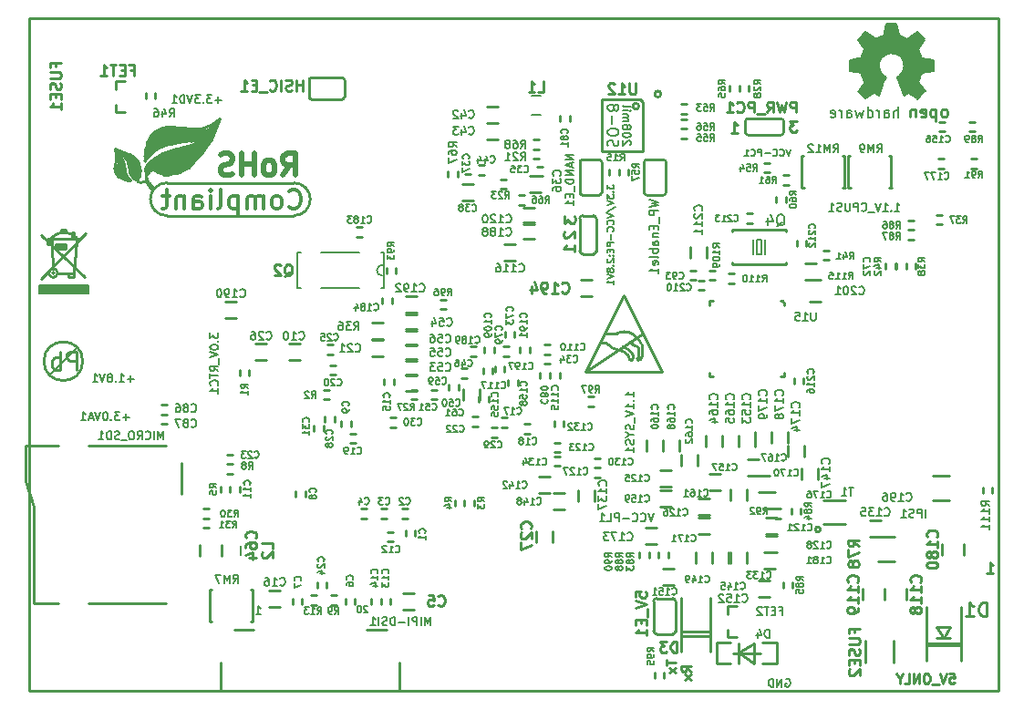
<source format=gbr>
%TF.GenerationSoftware,KiCad,Pcbnew,no-vcs-found-f3908bd~61~ubuntu16.04.1*%
%TF.CreationDate,2017-11-15T13:54:59+02:00*%
%TF.ProjectId,A64-OlinuXino_Rev_E,4136342D4F6C696E7558696E6F5F5265,D*%
%TF.SameCoordinates,Original*%
%TF.FileFunction,Legend,Bot*%
%TF.FilePolarity,Positive*%
%FSLAX46Y46*%
G04 Gerber Fmt 4.6, Leading zero omitted, Abs format (unit mm)*
G04 Created by KiCad (PCBNEW no-vcs-found-f3908bd~61~ubuntu16.04.1) date Wed Nov 15 13:54:59 2017*
%MOMM*%
%LPD*%
G01*
G04 APERTURE LIST*
%ADD10C,0.254000*%
%ADD11C,0.190500*%
%ADD12C,0.222250*%
%ADD13C,0.158750*%
%ADD14C,0.127000*%
%ADD15C,0.508000*%
%ADD16C,1.000000*%
%ADD17C,0.150000*%
%ADD18C,0.370000*%
%ADD19C,0.380000*%
%ADD20C,0.400000*%
%ADD21C,0.420000*%
%ADD22C,0.200000*%
%ADD23C,0.203200*%
%ADD24C,0.500000*%
%ADD25C,0.350000*%
%ADD26C,0.165100*%
%ADD27C,0.180000*%
%ADD28C,0.250000*%
G04 APERTURE END LIST*
D10*
X149717880Y-57367714D02*
X149669500Y-57416095D01*
X149621119Y-57512857D01*
X149621119Y-57754761D01*
X149669500Y-57851523D01*
X149717880Y-57899904D01*
X149814642Y-57948285D01*
X149911404Y-57948285D01*
X150056547Y-57899904D01*
X150637119Y-57319333D01*
X150637119Y-57948285D01*
X188939714Y-89105619D02*
X189520285Y-89105619D01*
X189230000Y-89105619D02*
X189230000Y-88089619D01*
X189326761Y-88234761D01*
X189423523Y-88331523D01*
X189520285Y-88379904D01*
D11*
X170252571Y-98933000D02*
X170325142Y-98896714D01*
X170434000Y-98896714D01*
X170542857Y-98933000D01*
X170615428Y-99005571D01*
X170651714Y-99078142D01*
X170688000Y-99223285D01*
X170688000Y-99332142D01*
X170651714Y-99477285D01*
X170615428Y-99549857D01*
X170542857Y-99622428D01*
X170434000Y-99658714D01*
X170361428Y-99658714D01*
X170252571Y-99622428D01*
X170216285Y-99586142D01*
X170216285Y-99332142D01*
X170361428Y-99332142D01*
X169889714Y-99658714D02*
X169889714Y-98896714D01*
X169454285Y-99658714D01*
X169454285Y-98896714D01*
X169091428Y-99658714D02*
X169091428Y-98896714D01*
X168910000Y-98896714D01*
X168801142Y-98933000D01*
X168728571Y-99005571D01*
X168692285Y-99078142D01*
X168656000Y-99223285D01*
X168656000Y-99332142D01*
X168692285Y-99477285D01*
X168728571Y-99549857D01*
X168801142Y-99622428D01*
X168910000Y-99658714D01*
X169091428Y-99658714D01*
D12*
X161438166Y-98213333D02*
X161014833Y-97917000D01*
X161438166Y-97705333D02*
X160549166Y-97705333D01*
X160549166Y-98044000D01*
X160591500Y-98128666D01*
X160633833Y-98171000D01*
X160718500Y-98213333D01*
X160845500Y-98213333D01*
X160930166Y-98171000D01*
X160972500Y-98128666D01*
X161014833Y-98044000D01*
X161014833Y-97705333D01*
X161438166Y-98509666D02*
X160845500Y-98975333D01*
X160845500Y-98509666D02*
X161438166Y-98975333D01*
X159152166Y-97176166D02*
X159152166Y-97684166D01*
X160041166Y-97430166D02*
X159152166Y-97430166D01*
X160041166Y-97895833D02*
X159448500Y-98361500D01*
X159448500Y-97895833D02*
X160041166Y-98361500D01*
D10*
X171280666Y-47068619D02*
X170651714Y-47068619D01*
X170990380Y-47455666D01*
X170845238Y-47455666D01*
X170748476Y-47504047D01*
X170700095Y-47552428D01*
X170651714Y-47649190D01*
X170651714Y-47891095D01*
X170700095Y-47987857D01*
X170748476Y-48036238D01*
X170845238Y-48084619D01*
X171135523Y-48084619D01*
X171232285Y-48036238D01*
X171280666Y-47987857D01*
X165190714Y-48211619D02*
X165771285Y-48211619D01*
X165481000Y-48211619D02*
X165481000Y-47195619D01*
X165577761Y-47340761D01*
X165674523Y-47437523D01*
X165771285Y-47485904D01*
X149684619Y-55922333D02*
X149684619Y-56551285D01*
X150071666Y-56212619D01*
X150071666Y-56357761D01*
X150120047Y-56454523D01*
X150168428Y-56502904D01*
X150265190Y-56551285D01*
X150507095Y-56551285D01*
X150603857Y-56502904D01*
X150652238Y-56454523D01*
X150700619Y-56357761D01*
X150700619Y-56067476D01*
X150652238Y-55970714D01*
X150603857Y-55922333D01*
X150637119Y-59218285D02*
X150637119Y-58637714D01*
X150637119Y-58928000D02*
X149621119Y-58928000D01*
X149766261Y-58831238D01*
X149863023Y-58734476D01*
X149911404Y-58637714D01*
D13*
X131420809Y-92168738D02*
X131390571Y-92138500D01*
X131330095Y-92108261D01*
X131178904Y-92108261D01*
X131118428Y-92138500D01*
X131088190Y-92168738D01*
X131057952Y-92229214D01*
X131057952Y-92289690D01*
X131088190Y-92380404D01*
X131451047Y-92743261D01*
X131057952Y-92743261D01*
X130664857Y-92108261D02*
X130604380Y-92108261D01*
X130543904Y-92138500D01*
X130513666Y-92168738D01*
X130483428Y-92229214D01*
X130453190Y-92350166D01*
X130453190Y-92501357D01*
X130483428Y-92622309D01*
X130513666Y-92682785D01*
X130543904Y-92713023D01*
X130604380Y-92743261D01*
X130664857Y-92743261D01*
X130725333Y-92713023D01*
X130755571Y-92682785D01*
X130785809Y-92622309D01*
X130816047Y-92501357D01*
X130816047Y-92350166D01*
X130785809Y-92229214D01*
X130755571Y-92168738D01*
X130725333Y-92138500D01*
X130664857Y-92108261D01*
D12*
X185441166Y-98446166D02*
X185864500Y-98446166D01*
X185906833Y-98869500D01*
X185864500Y-98827166D01*
X185779833Y-98784833D01*
X185568166Y-98784833D01*
X185483500Y-98827166D01*
X185441166Y-98869500D01*
X185398833Y-98954166D01*
X185398833Y-99165833D01*
X185441166Y-99250500D01*
X185483500Y-99292833D01*
X185568166Y-99335166D01*
X185779833Y-99335166D01*
X185864500Y-99292833D01*
X185906833Y-99250500D01*
X185144833Y-98446166D02*
X184848500Y-99335166D01*
X184552166Y-98446166D01*
X184467500Y-99419833D02*
X183790166Y-99419833D01*
X183409166Y-98446166D02*
X183239833Y-98446166D01*
X183155166Y-98488500D01*
X183070500Y-98573166D01*
X183028166Y-98742500D01*
X183028166Y-99038833D01*
X183070500Y-99208166D01*
X183155166Y-99292833D01*
X183239833Y-99335166D01*
X183409166Y-99335166D01*
X183493833Y-99292833D01*
X183578500Y-99208166D01*
X183620833Y-99038833D01*
X183620833Y-98742500D01*
X183578500Y-98573166D01*
X183493833Y-98488500D01*
X183409166Y-98446166D01*
X182647166Y-99335166D02*
X182647166Y-98446166D01*
X182139166Y-99335166D01*
X182139166Y-98446166D01*
X181292500Y-99335166D02*
X181715833Y-99335166D01*
X181715833Y-98446166D01*
X180826833Y-98911833D02*
X180826833Y-99335166D01*
X181123166Y-98446166D02*
X180826833Y-98911833D01*
X180530500Y-98446166D01*
D10*
X100000000Y-37500000D02*
X100000000Y-100000000D01*
X190000000Y-37500000D02*
X100000000Y-37500000D01*
X190000000Y-100000000D02*
X190000000Y-37500000D01*
X100000000Y-100000000D02*
X190000000Y-100000000D01*
%TO.C,C162*%
X162052000Y-78105000D02*
X162052000Y-79121000D01*
X160528000Y-78105000D02*
X160528000Y-79121000D01*
%TO.C,*%
X155194000Y-63246000D02*
X158750000Y-70358000D01*
X158750000Y-70358000D02*
X151638000Y-70358000D01*
X151638000Y-70358000D02*
X152971500Y-67691000D01*
X152971500Y-67691000D02*
X153416000Y-66802000D01*
X153416000Y-66802000D02*
X155194000Y-63246000D01*
X156972000Y-66865500D02*
X151638000Y-70358000D01*
X154597100Y-66802000D02*
X153416000Y-66802000D01*
X152971500Y-67691000D02*
X153289000Y-67691000D01*
X155956000Y-69278500D02*
X155803600Y-69278500D01*
X156908500Y-67881500D02*
X156908500Y-68961000D01*
X156464000Y-69278500D02*
X156464000Y-69151500D01*
X156527500Y-69088000D02*
X156527500Y-68072000D01*
X156527500Y-69088000D02*
X156591000Y-69088000D01*
X154813721Y-66738678D02*
G75*
G02X156400500Y-67246500I466639J-1274902D01*
G01*
X154812915Y-66740114D02*
G75*
G02X154597100Y-66802000I-182795J230214D01*
G01*
X153288301Y-67691474D02*
G75*
G02X153797000Y-67881500I64199J-604046D01*
G01*
X154619461Y-68327576D02*
G75*
G02X153797000Y-67881500I147819J1253796D01*
G01*
X155131708Y-68073166D02*
G75*
G02X156083000Y-68834000I-285688J-1332334D01*
G01*
X155193915Y-68517965D02*
G75*
G02X155765500Y-69278500I-284395J-808795D01*
G01*
X154754275Y-68390493D02*
G75*
G02X155194000Y-68516500I-825195J-3709947D01*
G01*
X156082967Y-69151600D02*
G75*
G02X155956000Y-69278500I-190467J63600D01*
G01*
X156082068Y-68834674D02*
G75*
G02X156083000Y-69151500I-316568J-159346D01*
G01*
X156525935Y-68073845D02*
G75*
G02X155829000Y-67627500I153965J1007685D01*
G01*
X156716549Y-67564142D02*
G75*
G02X156400500Y-67246500I478971J792622D01*
G01*
X156719048Y-67565575D02*
G75*
G02X156908500Y-67881500I-168688J-315925D01*
G01*
X156908500Y-68961000D02*
G75*
G02X156527500Y-69342000I-381000J0D01*
G01*
X156525071Y-69344545D02*
G75*
G02X156464000Y-69278500I2429J63505D01*
G01*
X156464000Y-69151500D02*
G75*
G02X156527500Y-69088000I63500J0D01*
G01*
X156591000Y-69088000D02*
G75*
G02X156718000Y-69215000I0J-127000D01*
G01*
%TO.C,U12*%
X156620981Y-45720000D02*
G75*
G03X156620981Y-45720000I-283981J0D01*
G01*
X158652981Y-44577000D02*
G75*
G03X158652981Y-44577000I-283981J0D01*
G01*
X153162000Y-49911000D02*
X156972000Y-49911000D01*
X153162000Y-45085000D02*
X156718000Y-45085000D01*
X156966920Y-49895760D02*
X156966920Y-45364400D01*
X156966920Y-45364400D02*
X156700220Y-45100240D01*
X153167080Y-45100240D02*
X153167080Y-49895760D01*
%TO.C,MICRO_SD1*%
X112682020Y-91930220D02*
X105486200Y-91930220D01*
X114183160Y-81732120D02*
X114183160Y-78833980D01*
X112682020Y-77233780D02*
X105486200Y-77233780D01*
X99684840Y-77233780D02*
X99684840Y-80533240D01*
X100385880Y-82933540D02*
X100385880Y-91930220D01*
X102684580Y-77233780D02*
X99684840Y-77233780D01*
X102684580Y-91930220D02*
X100385880Y-91930220D01*
X99684840Y-80533240D02*
X100385880Y-82933540D01*
%TO.C,MIPI-DSI1*%
X133211000Y-94360000D02*
X133211000Y-94320000D01*
X134411000Y-100020000D02*
X134411000Y-97360000D01*
X117811000Y-100020000D02*
X134411000Y-100020000D01*
X117811000Y-97360000D02*
X117811000Y-100020000D01*
X119011000Y-94320000D02*
X119011000Y-94360000D01*
X120861000Y-94320000D02*
X119011000Y-94320000D01*
X133211000Y-94320000D02*
X131361000Y-94320000D01*
%TO.C,U15*%
X163499800Y-63812420D02*
X163126420Y-63812420D01*
X169923460Y-63812420D02*
X169748200Y-63812420D01*
X170121580Y-64010540D02*
X169923460Y-63812420D01*
X170121580Y-64185800D02*
X170121580Y-64010540D01*
X170121580Y-70807580D02*
X170121580Y-70434200D01*
X169748200Y-70807580D02*
X170121580Y-70807580D01*
X163126420Y-70807580D02*
X163499800Y-70807580D01*
X163126420Y-70434200D02*
X163126420Y-70807580D01*
X163126420Y-63812420D02*
X163126420Y-64185800D01*
D14*
%TO.C,Q2*%
X130683000Y-59309000D02*
X127127000Y-59309000D01*
X130683000Y-62611000D02*
X127127000Y-62611000D01*
X124917200Y-59309000D02*
X124917200Y-62611000D01*
X132918200Y-59309000D02*
X132918200Y-62611000D01*
X132283200Y-60960000D02*
G75*
G02X132791200Y-60452000I508000J0D01*
G01*
X132791200Y-61468000D02*
G75*
G02X132283200Y-60960000I0J508000D01*
G01*
X132918200Y-59309000D02*
X132683200Y-59309000D01*
X132918200Y-62611000D02*
X132683200Y-62611000D01*
X125202200Y-59309000D02*
X124917200Y-59309000D01*
X125202200Y-62611000D02*
X124968000Y-62611000D01*
D10*
%TO.C,RM9*%
X176047400Y-53289200D02*
X176263300Y-53289200D01*
X176047400Y-50342800D02*
X176047400Y-53289200D01*
X176237900Y-50342800D02*
X176047400Y-50342800D01*
X180060600Y-53289200D02*
X179844700Y-53289200D01*
X180035200Y-50342800D02*
X179857400Y-50342800D01*
X180047900Y-50342800D02*
X180047900Y-53289200D01*
%TO.C,R93*%
X133159500Y-60960000D02*
X133159500Y-60706000D01*
X133159500Y-60960000D02*
X133159500Y-61214000D01*
X134048500Y-60960000D02*
X134048500Y-61214000D01*
X134048500Y-60960000D02*
X134048500Y-60706000D01*
%TO.C,R46*%
X110807500Y-44704000D02*
X110807500Y-44450000D01*
X110807500Y-44704000D02*
X110807500Y-44958000D01*
X111696500Y-44704000D02*
X111696500Y-44958000D01*
X111696500Y-44704000D02*
X111696500Y-44450000D01*
%TO.C,T1*%
X173473221Y-85039000D02*
G75*
G03X173473221Y-85039000I-246221J0D01*
G01*
X175752000Y-84539000D02*
X173752000Y-84539000D01*
X175752000Y-82339000D02*
X173752000Y-82339000D01*
%TO.C,*%
X112776000Y-52832000D02*
X124587000Y-52832000D01*
X124587000Y-55880000D02*
X112776000Y-55880000D01*
X111920020Y-51849020D02*
X111866680Y-51795680D01*
X111147860Y-51795680D02*
X110871000Y-52070000D01*
X117729000Y-46863000D02*
X116862860Y-48978820D01*
X114879120Y-51366420D02*
X114843560Y-51401980D01*
X112974120Y-52070000D02*
X112458500Y-52070000D01*
X117729000Y-46863000D02*
X116867940Y-47482760D01*
X115150900Y-47820580D02*
X113002060Y-47625000D01*
X110952280Y-49141380D02*
X110804960Y-49740820D01*
X110746540Y-50419000D02*
X110746540Y-50800000D01*
X110848140Y-52024280D02*
X110871000Y-52070000D01*
X111506000Y-53340000D02*
X111320580Y-53154580D01*
X116334540Y-48514000D02*
X116052600Y-48861980D01*
X114025680Y-49613820D02*
X113715800Y-49674780D01*
X111160560Y-50944780D02*
X110990380Y-51132740D01*
X110746540Y-50800000D02*
X110749080Y-50797460D01*
X111805720Y-49725580D02*
X111813340Y-49720500D01*
X113080800Y-49217580D02*
X113598960Y-49143920D01*
X114947700Y-48928020D02*
X116334540Y-48514000D01*
X111506000Y-53467000D02*
X110998000Y-52705000D01*
X110871000Y-52242720D02*
X110871000Y-52197000D01*
X111633000Y-53340000D02*
X111142780Y-52849780D01*
X110871000Y-52578000D02*
X110766860Y-52684680D01*
X110116620Y-52712620D02*
X109982000Y-52578000D01*
X109982000Y-52578000D02*
X110279180Y-52158900D01*
X110162340Y-50957480D02*
X110109000Y-50863500D01*
X109387640Y-50218340D02*
X108966000Y-50038000D01*
X108966000Y-50038000D02*
X107950000Y-49657000D01*
X107950000Y-49657000D02*
X108084620Y-50195480D01*
X108264960Y-52257960D02*
X108287820Y-52280820D01*
X109067600Y-52578000D02*
X109423200Y-52578000D01*
X109969300Y-52578000D02*
X109982000Y-52578000D01*
X108889800Y-51386740D02*
X108915200Y-51777900D01*
X117348000Y-47371000D02*
X116334540Y-48008540D01*
D15*
X116334540Y-48008540D02*
X115189000Y-48008540D01*
X115189000Y-48008540D02*
X114173000Y-47879000D01*
X114173000Y-47879000D02*
X112522000Y-47879000D01*
X112522000Y-47879000D02*
X111887000Y-48260000D01*
X111887000Y-48260000D02*
X111379000Y-48768000D01*
X111379000Y-48768000D02*
X111125000Y-49276000D01*
X111125000Y-49276000D02*
X110998000Y-50292000D01*
X110998000Y-50292000D02*
X111506000Y-49657000D01*
X111506000Y-49657000D02*
X112141000Y-49276000D01*
X112141000Y-49276000D02*
X111887000Y-48768000D01*
X111887000Y-48768000D02*
X111506000Y-49276000D01*
X112268000Y-49276000D02*
X112903000Y-48895000D01*
X112903000Y-48895000D02*
X113411000Y-48895000D01*
X113411000Y-48895000D02*
X113538000Y-48895000D01*
X113538000Y-48895000D02*
X114681000Y-48768000D01*
X114681000Y-48768000D02*
X115951000Y-48387000D01*
X115951000Y-48387000D02*
X116459000Y-48260000D01*
X116459000Y-48260000D02*
X111887000Y-48260000D01*
X111887000Y-48260000D02*
X111887000Y-48514000D01*
X111887000Y-48768000D02*
X111887000Y-48514000D01*
X111887000Y-48514000D02*
X116840000Y-48437800D01*
X111760000Y-48895000D02*
X113411000Y-48895000D01*
X117348000Y-47371000D02*
X116840000Y-48260000D01*
X116840000Y-48260000D02*
X116713000Y-48768000D01*
X116713000Y-48768000D02*
X116334540Y-49276000D01*
X116334540Y-49276000D02*
X116334540Y-48895000D01*
X116334540Y-48895000D02*
X116713000Y-48008540D01*
X116205000Y-49403000D02*
X115824000Y-49911000D01*
X115824000Y-49911000D02*
X115570000Y-50292000D01*
X115570000Y-50292000D02*
X114681000Y-51181000D01*
X114681000Y-51181000D02*
X114173000Y-51562000D01*
X114173000Y-51562000D02*
X113284000Y-51816000D01*
X113284000Y-51816000D02*
X112395000Y-51816000D01*
X112395000Y-51816000D02*
X111633000Y-51308000D01*
X111633000Y-51308000D02*
X111252000Y-51435000D01*
X111252000Y-51435000D02*
X110998000Y-51689000D01*
X110998000Y-51689000D02*
X111252000Y-51181000D01*
X111252000Y-51181000D02*
X111760000Y-50673000D01*
X111760000Y-50673000D02*
X112445800Y-50266600D01*
X112445800Y-50266600D02*
X113842800Y-49784000D01*
X113842800Y-49784000D02*
X114452400Y-49784000D01*
X114452400Y-49784000D02*
X115189000Y-49530000D01*
X115189000Y-49530000D02*
X115951000Y-49149000D01*
X115824000Y-49530000D02*
X115062000Y-50165000D01*
X115062000Y-50165000D02*
X114935000Y-50038000D01*
X114935000Y-50038000D02*
X114808000Y-50038000D01*
X114808000Y-50038000D02*
X113665000Y-50165000D01*
X113665000Y-50165000D02*
X112649000Y-50419000D01*
X112649000Y-50419000D02*
X112014000Y-50927000D01*
X112014000Y-50927000D02*
X111887000Y-51054000D01*
X111887000Y-51054000D02*
X112014000Y-51308000D01*
X112014000Y-51308000D02*
X112268000Y-51308000D01*
X112268000Y-51308000D02*
X112649000Y-51435000D01*
X112649000Y-51435000D02*
X113284000Y-51435000D01*
X113284000Y-51435000D02*
X113665000Y-51308000D01*
X113665000Y-51308000D02*
X114173000Y-51181000D01*
X114173000Y-51181000D02*
X114808000Y-50673000D01*
X114808000Y-50673000D02*
X114935000Y-50546000D01*
X114935000Y-50546000D02*
X114808000Y-50419000D01*
X114808000Y-50419000D02*
X114300000Y-50419000D01*
X114300000Y-50419000D02*
X113284000Y-50673000D01*
X113284000Y-50673000D02*
X113030000Y-50673000D01*
X113030000Y-50673000D02*
X112522000Y-50927000D01*
X112522000Y-50927000D02*
X112522000Y-51054000D01*
X112522000Y-51054000D02*
X112649000Y-51181000D01*
X112649000Y-51181000D02*
X113030000Y-51054000D01*
X113030000Y-51054000D02*
X114300000Y-50800000D01*
D10*
X109679740Y-52453540D02*
X109707680Y-52481480D01*
X109296200Y-51384200D02*
X109296200Y-51376580D01*
X110236000Y-51838860D02*
X110236000Y-51816000D01*
X110236000Y-51816000D02*
X110236000Y-51562000D01*
X110236000Y-51562000D02*
X110109000Y-51562000D01*
X110109000Y-51562000D02*
X109982000Y-51562000D01*
X109982000Y-51562000D02*
X109982000Y-52197000D01*
X110109000Y-51562000D02*
X110109000Y-51689000D01*
X110109000Y-51689000D02*
X110109000Y-52070000D01*
X110109000Y-52070000D02*
X110109000Y-52197000D01*
X110109000Y-52197000D02*
X110109000Y-52324000D01*
X109982000Y-51562000D02*
X109601000Y-51562000D01*
X109601000Y-51562000D02*
X109347000Y-51562000D01*
X109347000Y-51562000D02*
X109855000Y-52451000D01*
X109601000Y-51562000D02*
X109601000Y-52070000D01*
X110109000Y-51689000D02*
X109474000Y-51689000D01*
X110236000Y-51816000D02*
X109474000Y-51816000D01*
X110236000Y-51943000D02*
X109474000Y-51943000D01*
X110109000Y-52070000D02*
X109474000Y-52070000D01*
X110109000Y-52197000D02*
X109601000Y-52197000D01*
X109347000Y-51435000D02*
X110236000Y-51435000D01*
X109347000Y-51308000D02*
X110236000Y-51308000D01*
X109347000Y-51181000D02*
X110109000Y-51181000D01*
X109347000Y-51054000D02*
X110109000Y-51054000D01*
X109220000Y-50927000D02*
X110109000Y-50927000D01*
X109220000Y-50800000D02*
X109982000Y-50800000D01*
X109093000Y-50673000D02*
X109855000Y-50673000D01*
X109093000Y-50546000D02*
X109728000Y-50546000D01*
X108966000Y-50419000D02*
X109474000Y-50419000D01*
X108204000Y-50292000D02*
X108331000Y-50292000D01*
X108331000Y-50292000D02*
X108458000Y-50292000D01*
X108458000Y-50292000D02*
X109347000Y-50292000D01*
X108966000Y-50165000D02*
X108204000Y-50165000D01*
X108712000Y-50038000D02*
X108077000Y-50038000D01*
X108585000Y-49911000D02*
X108077000Y-49911000D01*
X108458000Y-50292000D02*
X108458000Y-50800000D01*
X108331000Y-50292000D02*
X108331000Y-50800000D01*
X108712000Y-50800000D02*
X108204000Y-50800000D01*
X108712000Y-50927000D02*
X108204000Y-50927000D01*
X108839000Y-51054000D02*
X108204000Y-51054000D01*
X108839000Y-51181000D02*
X108077000Y-51181000D01*
X108839000Y-51308000D02*
X108077000Y-51308000D01*
X108839000Y-51435000D02*
X108077000Y-51435000D01*
X108839000Y-51562000D02*
X108077000Y-51562000D01*
X108839000Y-51689000D02*
X108077000Y-51689000D01*
X108839000Y-51816000D02*
X108077000Y-51816000D01*
X108915200Y-51943000D02*
X108077000Y-51943000D01*
X108966000Y-52070000D02*
X108204000Y-52070000D01*
X108966000Y-52197000D02*
X108331000Y-52197000D01*
X109093000Y-52324000D02*
X108458000Y-52324000D01*
X109220000Y-52451000D02*
X108712000Y-52451000D01*
X111252000Y-54356000D02*
G75*
G02X112776000Y-52832000I1524000J0D01*
G01*
X124587000Y-52832000D02*
G75*
G02X126111000Y-54356000I0J-1524000D01*
G01*
X126111000Y-54356000D02*
G75*
G02X124587000Y-55880000I-1524000J0D01*
G01*
X112776000Y-55880000D02*
G75*
G02X111252000Y-54356000I0J1524000D01*
G01*
X112458500Y-52072066D02*
G75*
G02X111920020Y-51849020I0J761526D01*
G01*
X111147860Y-51793140D02*
G75*
G02X111866680Y-51795680I358140J-360680D01*
G01*
X116860464Y-48984447D02*
G75*
G02X114879120Y-51366420I-8344044J4925607D01*
G01*
X114839933Y-51404013D02*
G75*
G02X112974120Y-52070000I-1738813J1924813D01*
G01*
X116865952Y-47480522D02*
G75*
G02X115150900Y-47820580I-1268012J1900222D01*
G01*
X110951736Y-49137585D02*
G75*
G02X113002060Y-47625000I2144304J-760715D01*
G01*
X110744760Y-50418243D02*
G75*
G02X110804960Y-49740820I3049780J70363D01*
G01*
X111318549Y-53155559D02*
G75*
G02X110871000Y-52070000I1086611J1083019D01*
G01*
X116052541Y-48863778D02*
G75*
G02X114025680Y-49613820I-2631381J3997218D01*
G01*
X111161473Y-50944156D02*
G75*
G02X113715800Y-49674780I3654147J-4148444D01*
G01*
X110870155Y-52070069D02*
G75*
G02X110990380Y-51132740I762845J378529D01*
G01*
X110750641Y-50795765D02*
G75*
G02X111805720Y-49725580I3831299J-2722035D01*
G01*
X111817130Y-49717934D02*
G75*
G02X113080800Y-49217580I2134890J-3545866D01*
G01*
X114941379Y-48928186D02*
G75*
G02X113598960Y-49143920I-1812319J6992786D01*
G01*
X111376978Y-53467280D02*
G75*
G02X110871000Y-52242720I1228842J1224560D01*
G01*
X111139258Y-52849710D02*
G75*
G02X110871000Y-52197000I653762J650170D01*
G01*
X110766134Y-52683954D02*
G75*
G02X110408720Y-52832000I-357414J357414D01*
G01*
X110408720Y-52833612D02*
G75*
G02X110116620Y-52712620I0J413092D01*
G01*
X110364874Y-51714901D02*
G75*
G02X110279180Y-52158900I-1195674J501D01*
G01*
X110162794Y-50959321D02*
G75*
G02X110363000Y-51714400I-1323794J-755079D01*
G01*
X109387000Y-50219511D02*
G75*
G02X110109000Y-50863500I-601340J-1400909D01*
G01*
X108085148Y-50198136D02*
G75*
G02X108021120Y-51132740I-1478808J-368184D01*
G01*
X107950283Y-51501487D02*
G75*
G02X108021120Y-51132740I992857J447D01*
G01*
X108263946Y-52258974D02*
G75*
G02X107950000Y-51501040I757934J757934D01*
G01*
X108867497Y-52554453D02*
G75*
G02X108287820Y-52280820I205183J1185493D01*
G01*
X109068927Y-52579303D02*
G75*
G02X108869480Y-52555140I-1327J824263D01*
G01*
X108535795Y-50439066D02*
G75*
G02X108889800Y-51429920I-1408755J-1061974D01*
G01*
X109417340Y-52573613D02*
G75*
G02X108915200Y-51777900I709440J1003993D01*
G01*
X109983788Y-52579791D02*
G75*
G02X109679740Y-52453540I752J431051D01*
G01*
X109706340Y-52481046D02*
G75*
G02X109296200Y-51384200I1118940J1043506D01*
G01*
X108789020Y-50345180D02*
G75*
G02X109296200Y-51376580I-991420J-1127920D01*
G01*
X110235556Y-51840371D02*
G75*
G02X109982000Y-52451000I-865696J1511D01*
G01*
%TO.C,5V_E1*%
X160020000Y-94488000D02*
X160020000Y-91694000D01*
X159766000Y-94742000D02*
X158242000Y-94742000D01*
X159766000Y-91440000D02*
X158242000Y-91440000D01*
X157988000Y-91694000D02*
X157988000Y-94488000D01*
X158242000Y-94742000D02*
G75*
G02X157988000Y-94488000I0J254000D01*
G01*
X157988000Y-91694000D02*
G75*
G02X158242000Y-91440000I254000J0D01*
G01*
X159766000Y-91440000D02*
G75*
G02X160020000Y-91694000I0J-254000D01*
G01*
X160020000Y-94488000D02*
G75*
G02X159766000Y-94742000I-254000J0D01*
G01*
%TO.C,C1*%
X134955500Y-85400000D02*
X134955500Y-85146000D01*
X134955500Y-85400000D02*
X134955500Y-85654000D01*
X135844500Y-85400000D02*
X135844500Y-85654000D01*
X135844500Y-85400000D02*
X135844500Y-85146000D01*
%TO.C,C2*%
X134874000Y-83121500D02*
X135128000Y-83121500D01*
X134874000Y-83121500D02*
X134620000Y-83121500D01*
X134874000Y-84010500D02*
X134620000Y-84010500D01*
X134874000Y-84010500D02*
X135128000Y-84010500D01*
%TO.C,C3*%
X132969000Y-83121500D02*
X133223000Y-83121500D01*
X132969000Y-83121500D02*
X132715000Y-83121500D01*
X132969000Y-84010500D02*
X132715000Y-84010500D01*
X132969000Y-84010500D02*
X133223000Y-84010500D01*
%TO.C,C4*%
X131064000Y-83121500D02*
X131318000Y-83121500D01*
X131064000Y-83121500D02*
X130810000Y-83121500D01*
X131064000Y-84010500D02*
X130810000Y-84010500D01*
X131064000Y-84010500D02*
X131318000Y-84010500D01*
%TO.C,C5*%
X134747000Y-90932000D02*
X135763000Y-90932000D01*
X134747000Y-92456000D02*
X135763000Y-92456000D01*
%TO.C,C6*%
X129355500Y-91700000D02*
X129355500Y-91446000D01*
X129355500Y-91700000D02*
X129355500Y-91954000D01*
X130244500Y-91700000D02*
X130244500Y-91954000D01*
X130244500Y-91700000D02*
X130244500Y-91446000D01*
%TO.C,C7*%
X124455500Y-91700000D02*
X124455500Y-91446000D01*
X124455500Y-91700000D02*
X124455500Y-91954000D01*
X125344500Y-91700000D02*
X125344500Y-91954000D01*
X125344500Y-91700000D02*
X125344500Y-91446000D01*
%TO.C,C8*%
X125644500Y-81700000D02*
X125644500Y-81954000D01*
X125644500Y-81700000D02*
X125644500Y-81446000D01*
X124755500Y-81700000D02*
X124755500Y-81446000D01*
X124755500Y-81700000D02*
X124755500Y-81954000D01*
%TO.C,C9*%
X129857500Y-75184000D02*
X129857500Y-75438000D01*
X129857500Y-75184000D02*
X129857500Y-74930000D01*
X128968500Y-75184000D02*
X128968500Y-74930000D01*
X128968500Y-75184000D02*
X128968500Y-75438000D01*
%TO.C,C10*%
X124092000Y-67738000D02*
X125108000Y-67738000D01*
X124092000Y-69262000D02*
X125108000Y-69262000D01*
%TO.C,C11*%
X119544500Y-81300000D02*
X119544500Y-81554000D01*
X119544500Y-81300000D02*
X119544500Y-81046000D01*
X118655500Y-81300000D02*
X118655500Y-81046000D01*
X118655500Y-81300000D02*
X118655500Y-81554000D01*
%TO.C,C12*%
X133500000Y-86144500D02*
X133246000Y-86144500D01*
X133500000Y-86144500D02*
X133754000Y-86144500D01*
X133500000Y-85255500D02*
X133754000Y-85255500D01*
X133500000Y-85255500D02*
X133246000Y-85255500D01*
%TO.C,C13*%
X132651500Y-91694000D02*
X132651500Y-91440000D01*
X132651500Y-91694000D02*
X132651500Y-91948000D01*
X133540500Y-91694000D02*
X133540500Y-91948000D01*
X133540500Y-91694000D02*
X133540500Y-91440000D01*
%TO.C,C14*%
X131762500Y-91694000D02*
X131762500Y-91440000D01*
X131762500Y-91694000D02*
X131762500Y-91948000D01*
X132651500Y-91694000D02*
X132651500Y-91948000D01*
X132651500Y-91694000D02*
X132651500Y-91440000D01*
%TO.C,C15*%
X132955500Y-71300000D02*
X132955500Y-71046000D01*
X132955500Y-71300000D02*
X132955500Y-71554000D01*
X133844500Y-71300000D02*
X133844500Y-71554000D01*
X133844500Y-71300000D02*
X133844500Y-71046000D01*
%TO.C,C16*%
X123308000Y-92262000D02*
X122292000Y-92262000D01*
X123308000Y-90738000D02*
X122292000Y-90738000D01*
%TO.C,C17*%
X144100000Y-75544500D02*
X143846000Y-75544500D01*
X144100000Y-75544500D02*
X144354000Y-75544500D01*
X144100000Y-74655500D02*
X144354000Y-74655500D01*
X144100000Y-74655500D02*
X143846000Y-74655500D01*
%TO.C,C18*%
X146200000Y-76144500D02*
X145946000Y-76144500D01*
X146200000Y-76144500D02*
X146454000Y-76144500D01*
X146200000Y-75255500D02*
X146454000Y-75255500D01*
X146200000Y-75255500D02*
X145946000Y-75255500D01*
%TO.C,C19*%
X130048000Y-76136500D02*
X130302000Y-76136500D01*
X130048000Y-76136500D02*
X129794000Y-76136500D01*
X130048000Y-77025500D02*
X129794000Y-77025500D01*
X130048000Y-77025500D02*
X130302000Y-77025500D01*
%TO.C,C20*%
X128200000Y-70644500D02*
X127946000Y-70644500D01*
X128200000Y-70644500D02*
X128454000Y-70644500D01*
X128200000Y-69755500D02*
X128454000Y-69755500D01*
X128200000Y-69755500D02*
X127946000Y-69755500D01*
%TO.C,C21*%
X132842000Y-68961000D02*
X131826000Y-68961000D01*
X132842000Y-67437000D02*
X131826000Y-67437000D01*
%TO.C,C22*%
X141400000Y-74555500D02*
X141654000Y-74555500D01*
X141400000Y-74555500D02*
X141146000Y-74555500D01*
X141400000Y-75444500D02*
X141146000Y-75444500D01*
X141400000Y-75444500D02*
X141654000Y-75444500D01*
%TO.C,C23*%
X118600000Y-78055500D02*
X118854000Y-78055500D01*
X118600000Y-78055500D02*
X118346000Y-78055500D01*
X118600000Y-78944500D02*
X118346000Y-78944500D01*
X118600000Y-78944500D02*
X118854000Y-78944500D01*
%TO.C,C24*%
X126755500Y-90200000D02*
X126755500Y-89946000D01*
X126755500Y-90200000D02*
X126755500Y-90454000D01*
X127644500Y-90200000D02*
X127644500Y-90454000D01*
X127644500Y-90200000D02*
X127644500Y-89946000D01*
%TO.C,C25*%
X127900000Y-68744500D02*
X127646000Y-68744500D01*
X127900000Y-68744500D02*
X128154000Y-68744500D01*
X127900000Y-67855500D02*
X128154000Y-67855500D01*
X127900000Y-67855500D02*
X127646000Y-67855500D01*
%TO.C,C26*%
X122008000Y-69262000D02*
X120992000Y-69262000D01*
X122008000Y-67738000D02*
X120992000Y-67738000D01*
%TO.C,C27*%
X147066000Y-86233000D02*
X147066000Y-85217000D01*
X148590000Y-86233000D02*
X148590000Y-85217000D01*
%TO.C,C28*%
X127455500Y-74800000D02*
X127455500Y-74546000D01*
X127455500Y-74800000D02*
X127455500Y-75054000D01*
X128344500Y-74800000D02*
X128344500Y-75054000D01*
X128344500Y-74800000D02*
X128344500Y-74546000D01*
%TO.C,C29*%
X143200000Y-75555500D02*
X143454000Y-75555500D01*
X143200000Y-75555500D02*
X142946000Y-75555500D01*
X143200000Y-76444500D02*
X142946000Y-76444500D01*
X143200000Y-76444500D02*
X143454000Y-76444500D01*
%TO.C,C30*%
X133800000Y-75544500D02*
X133546000Y-75544500D01*
X133800000Y-75544500D02*
X134054000Y-75544500D01*
X133800000Y-74655500D02*
X134054000Y-74655500D01*
X133800000Y-74655500D02*
X133546000Y-74655500D01*
%TO.C,C31*%
X127344500Y-75600000D02*
X127344500Y-75854000D01*
X127344500Y-75600000D02*
X127344500Y-75346000D01*
X126455500Y-75600000D02*
X126455500Y-75346000D01*
X126455500Y-75600000D02*
X126455500Y-75854000D01*
%TO.C,C34*%
X148100000Y-68755500D02*
X148354000Y-68755500D01*
X148100000Y-68755500D02*
X147846000Y-68755500D01*
X148100000Y-69644500D02*
X147846000Y-69644500D01*
X148100000Y-69644500D02*
X148354000Y-69644500D01*
%TO.C,C35*%
X147400000Y-52194500D02*
X147654000Y-52194500D01*
X147400000Y-52194500D02*
X147146000Y-52194500D01*
X147400000Y-51305500D02*
X147146000Y-51305500D01*
X147400000Y-51305500D02*
X147654000Y-51305500D01*
%TO.C,C36*%
X147510500Y-52197000D02*
X146494500Y-52197000D01*
X147510500Y-53721000D02*
X146494500Y-53721000D01*
%TO.C,C37*%
X140750000Y-52055500D02*
X141004000Y-52055500D01*
X140750000Y-52055500D02*
X140496000Y-52055500D01*
X140750000Y-52944500D02*
X140496000Y-52944500D01*
X140750000Y-52944500D02*
X141004000Y-52944500D01*
%TO.C,C38*%
X141258000Y-54512000D02*
X140242000Y-54512000D01*
X141258000Y-52988000D02*
X140242000Y-52988000D01*
%TO.C,C42*%
X143508000Y-47262000D02*
X142492000Y-47262000D01*
X143508000Y-45738000D02*
X142492000Y-45738000D01*
%TO.C,C43*%
X143508000Y-48812000D02*
X142492000Y-48812000D01*
X143508000Y-47288000D02*
X142492000Y-47288000D01*
%TO.C,C44*%
X142000000Y-52094500D02*
X141746000Y-52094500D01*
X142000000Y-52094500D02*
X142254000Y-52094500D01*
X142000000Y-51205500D02*
X142254000Y-51205500D01*
X142000000Y-51205500D02*
X141746000Y-51205500D01*
%TO.C,C46*%
X140400000Y-70055500D02*
X140654000Y-70055500D01*
X140400000Y-70055500D02*
X140146000Y-70055500D01*
X140400000Y-70944500D02*
X140146000Y-70944500D01*
X140400000Y-70944500D02*
X140654000Y-70944500D01*
%TO.C,C50*%
X138980500Y-71825000D02*
X138980500Y-71571000D01*
X138980500Y-71825000D02*
X138980500Y-72079000D01*
X139869500Y-71825000D02*
X139869500Y-72079000D01*
X139869500Y-71825000D02*
X139869500Y-71571000D01*
%TO.C,C51*%
X137600000Y-72055500D02*
X137854000Y-72055500D01*
X137600000Y-72055500D02*
X137346000Y-72055500D01*
X137600000Y-72944500D02*
X137346000Y-72944500D01*
X137600000Y-72944500D02*
X137854000Y-72944500D01*
%TO.C,C53*%
X136017000Y-70739000D02*
X135001000Y-70739000D01*
X136017000Y-69215000D02*
X135001000Y-69215000D01*
%TO.C,C54*%
X135001000Y-65024000D02*
X136017000Y-65024000D01*
X135001000Y-66548000D02*
X136017000Y-66548000D01*
%TO.C,C55*%
X136017000Y-69342000D02*
X135001000Y-69342000D01*
X136017000Y-67818000D02*
X135001000Y-67818000D01*
%TO.C,C56*%
X135001000Y-66421000D02*
X136017000Y-66421000D01*
X135001000Y-67945000D02*
X136017000Y-67945000D01*
%TO.C,C59*%
X135001000Y-70612000D02*
X136017000Y-70612000D01*
X135001000Y-72136000D02*
X136017000Y-72136000D01*
%TO.C,C61*%
X141812000Y-71967000D02*
X141812000Y-72983000D01*
X140288000Y-71967000D02*
X140288000Y-72983000D01*
%TO.C,C64*%
X117856000Y-86487000D02*
X117856000Y-87503000D01*
X115824000Y-86487000D02*
X115824000Y-87503000D01*
%TO.C,C72*%
X180403500Y-60579000D02*
X180403500Y-60833000D01*
X180403500Y-60579000D02*
X180403500Y-60325000D01*
X179514500Y-60579000D02*
X179514500Y-60325000D01*
X179514500Y-60579000D02*
X179514500Y-60833000D01*
%TO.C,C73*%
X144180500Y-66950000D02*
X144180500Y-66696000D01*
X144180500Y-66950000D02*
X144180500Y-67204000D01*
X145069500Y-66950000D02*
X145069500Y-67204000D01*
X145069500Y-66950000D02*
X145069500Y-66696000D01*
%TO.C,C79*%
X144300000Y-68944500D02*
X144046000Y-68944500D01*
X144300000Y-68944500D02*
X144554000Y-68944500D01*
X144300000Y-68055500D02*
X144554000Y-68055500D01*
X144300000Y-68055500D02*
X144046000Y-68055500D01*
%TO.C,C80*%
X147455500Y-70700000D02*
X147455500Y-70446000D01*
X147455500Y-70700000D02*
X147455500Y-70954000D01*
X148344500Y-70700000D02*
X148344500Y-70954000D01*
X148344500Y-70700000D02*
X148344500Y-70446000D01*
%TO.C,C109*%
X143144500Y-68400000D02*
X143144500Y-68654000D01*
X143144500Y-68400000D02*
X143144500Y-68146000D01*
X142255500Y-68400000D02*
X142255500Y-68146000D01*
X142255500Y-68400000D02*
X142255500Y-68654000D01*
%TO.C,C110*%
X148100000Y-67855500D02*
X148354000Y-67855500D01*
X148100000Y-67855500D02*
X147846000Y-67855500D01*
X148100000Y-68744500D02*
X147846000Y-68744500D01*
X148100000Y-68744500D02*
X148354000Y-68744500D01*
%TO.C,C115*%
X149244500Y-70700000D02*
X149244500Y-70954000D01*
X149244500Y-70700000D02*
X149244500Y-70446000D01*
X148355500Y-70700000D02*
X148355500Y-70446000D01*
X148355500Y-70700000D02*
X148355500Y-70954000D01*
%TO.C,C116*%
X145161000Y-60071000D02*
X144145000Y-60071000D01*
X145161000Y-58547000D02*
X144145000Y-58547000D01*
%TO.C,C117*%
X143044500Y-70300000D02*
X143044500Y-70554000D01*
X143044500Y-70300000D02*
X143044500Y-70046000D01*
X142155500Y-70300000D02*
X142155500Y-70046000D01*
X142155500Y-70300000D02*
X142155500Y-70554000D01*
%TO.C,C118*%
X181483000Y-90551000D02*
X181483000Y-91567000D01*
X179451000Y-90551000D02*
X179451000Y-91567000D01*
%TO.C,C119*%
X179451000Y-90551000D02*
X179451000Y-91567000D01*
X177419000Y-90551000D02*
X177419000Y-91567000D01*
%TO.C,C120*%
X146939000Y-56642000D02*
X145923000Y-56642000D01*
X146939000Y-55118000D02*
X145923000Y-55118000D01*
%TO.C,C121*%
X169418000Y-85471000D02*
X168402000Y-85471000D01*
X169418000Y-83947000D02*
X168402000Y-83947000D01*
%TO.C,C123*%
X149000000Y-77844500D02*
X148746000Y-77844500D01*
X149000000Y-77844500D02*
X149254000Y-77844500D01*
X149000000Y-76955500D02*
X149254000Y-76955500D01*
X149000000Y-76955500D02*
X148746000Y-76955500D01*
%TO.C,C125*%
X158623000Y-79502000D02*
X159639000Y-79502000D01*
X158623000Y-81026000D02*
X159639000Y-81026000D01*
%TO.C,C126*%
X163195000Y-83693000D02*
X162179000Y-83693000D01*
X163195000Y-82169000D02*
X162179000Y-82169000D01*
%TO.C,C127*%
X152781000Y-79311500D02*
X153035000Y-79311500D01*
X152781000Y-79311500D02*
X152527000Y-79311500D01*
X152781000Y-80200500D02*
X152527000Y-80200500D01*
X152781000Y-80200500D02*
X153035000Y-80200500D01*
%TO.C,C128*%
X169418000Y-87122000D02*
X168402000Y-87122000D01*
X169418000Y-85598000D02*
X168402000Y-85598000D01*
%TO.C,C130*%
X152781000Y-78422500D02*
X153035000Y-78422500D01*
X152781000Y-78422500D02*
X152527000Y-78422500D01*
X152781000Y-79311500D02*
X152527000Y-79311500D01*
X152781000Y-79311500D02*
X153035000Y-79311500D01*
%TO.C,C132*%
X148755500Y-75200000D02*
X148755500Y-74946000D01*
X148755500Y-75200000D02*
X148755500Y-75454000D01*
X149644500Y-75200000D02*
X149644500Y-75454000D01*
X149644500Y-75200000D02*
X149644500Y-74946000D01*
%TO.C,C133*%
X166624000Y-87122000D02*
X166624000Y-88138000D01*
X165100000Y-87122000D02*
X165100000Y-88138000D01*
%TO.C,C134*%
X149000000Y-79144500D02*
X148746000Y-79144500D01*
X149000000Y-79144500D02*
X149254000Y-79144500D01*
X149000000Y-78255500D02*
X149254000Y-78255500D01*
X149000000Y-78255500D02*
X148746000Y-78255500D01*
%TO.C,C135*%
X178054000Y-84201000D02*
X179070000Y-84201000D01*
X178054000Y-85725000D02*
X179070000Y-85725000D01*
%TO.C,C137*%
X151003000Y-82423000D02*
X151003000Y-81407000D01*
X152527000Y-82423000D02*
X152527000Y-81407000D01*
%TO.C,C142*%
X147320000Y-80137000D02*
X148336000Y-80137000D01*
X147320000Y-81661000D02*
X148336000Y-81661000D01*
%TO.C,C145*%
X164973000Y-87122000D02*
X164973000Y-88138000D01*
X163449000Y-87122000D02*
X163449000Y-88138000D01*
%TO.C,C147*%
X171704000Y-80391000D02*
X171704000Y-79375000D01*
X173228000Y-80391000D02*
X173228000Y-79375000D01*
%TO.C,C148*%
X148717000Y-81661000D02*
X149733000Y-81661000D01*
X148717000Y-83185000D02*
X149733000Y-83185000D01*
%TO.C,C149*%
X161925000Y-88138000D02*
X161925000Y-87122000D01*
X163449000Y-88138000D02*
X163449000Y-87122000D01*
%TO.C,C151*%
X159893000Y-90170000D02*
X158877000Y-90170000D01*
X159893000Y-88646000D02*
X158877000Y-88646000D01*
%TO.C,C152*%
X168783000Y-91313000D02*
X167767000Y-91313000D01*
X168783000Y-89789000D02*
X167767000Y-89789000D01*
%TO.C,C153*%
X167386000Y-76327000D02*
X167386000Y-77343000D01*
X165862000Y-76327000D02*
X165862000Y-77343000D01*
%TO.C,C155*%
X142644500Y-72900000D02*
X142644500Y-73154000D01*
X142644500Y-72900000D02*
X142644500Y-72646000D01*
X141755500Y-72900000D02*
X141755500Y-72646000D01*
X141755500Y-72900000D02*
X141755500Y-73154000D01*
%TO.C,C156*%
X184785000Y-48069500D02*
X184531000Y-48069500D01*
X184785000Y-48069500D02*
X185039000Y-48069500D01*
X184785000Y-47180500D02*
X185039000Y-47180500D01*
X184785000Y-47180500D02*
X184531000Y-47180500D01*
%TO.C,C157*%
X165100000Y-82296000D02*
X165100000Y-81280000D01*
X166624000Y-82296000D02*
X166624000Y-81280000D01*
%TO.C,C158*%
X145344500Y-71400000D02*
X145344500Y-71654000D01*
X145344500Y-71400000D02*
X145344500Y-71146000D01*
X144455500Y-71400000D02*
X144455500Y-71146000D01*
X144455500Y-71400000D02*
X144455500Y-71654000D01*
%TO.C,C159*%
X158623000Y-81407000D02*
X159639000Y-81407000D01*
X158623000Y-82931000D02*
X159639000Y-82931000D01*
%TO.C,C160*%
X157353000Y-77724000D02*
X157353000Y-76708000D01*
X158877000Y-77724000D02*
X158877000Y-76708000D01*
%TO.C,C161*%
X164211000Y-81407000D02*
X163195000Y-81407000D01*
X164211000Y-79883000D02*
X163195000Y-79883000D01*
%TO.C,C164*%
X164338000Y-76327000D02*
X164338000Y-77343000D01*
X162814000Y-76327000D02*
X162814000Y-77343000D01*
%TO.C,C165*%
X165862000Y-76327000D02*
X165862000Y-77343000D01*
X164338000Y-76327000D02*
X164338000Y-77343000D01*
%TO.C,C167*%
X166751000Y-78486000D02*
X167767000Y-78486000D01*
X166751000Y-80010000D02*
X167767000Y-80010000D01*
%TO.C,C168*%
X158877000Y-77724000D02*
X158877000Y-76708000D01*
X160401000Y-77724000D02*
X160401000Y-76708000D01*
%TO.C,C170*%
X167767000Y-80010000D02*
X168783000Y-80010000D01*
X167767000Y-81534000D02*
X168783000Y-81534000D01*
%TO.C,C171*%
X162179000Y-83947000D02*
X163195000Y-83947000D01*
X162179000Y-85471000D02*
X163195000Y-85471000D01*
%TO.C,C173*%
X158242000Y-86360000D02*
X157226000Y-86360000D01*
X158242000Y-84836000D02*
X157226000Y-84836000D01*
%TO.C,C174*%
X171958000Y-77216000D02*
X171958000Y-78232000D01*
X170434000Y-77216000D02*
X170434000Y-78232000D01*
%TO.C,C176*%
X168275000Y-81534000D02*
X169291000Y-81534000D01*
X168275000Y-83058000D02*
X169291000Y-83058000D01*
%TO.C,C177*%
X184658000Y-51498500D02*
X184404000Y-51498500D01*
X184658000Y-51498500D02*
X184912000Y-51498500D01*
X184658000Y-50609500D02*
X184912000Y-50609500D01*
X184658000Y-50609500D02*
X184404000Y-50609500D01*
%TO.C,C178*%
X170434000Y-75946000D02*
X170434000Y-76962000D01*
X168910000Y-75946000D02*
X168910000Y-76962000D01*
%TO.C,C179*%
X168910000Y-75946000D02*
X168910000Y-76962000D01*
X167386000Y-75946000D02*
X167386000Y-76962000D01*
%TO.C,C180*%
X186817000Y-86360000D02*
X186817000Y-87376000D01*
X184785000Y-86360000D02*
X184785000Y-87376000D01*
%TO.C,C181*%
X168275000Y-87122000D02*
X169291000Y-87122000D01*
X168275000Y-88646000D02*
X169291000Y-88646000D01*
%TO.C,C183*%
X130683000Y-56959500D02*
X130937000Y-56959500D01*
X130683000Y-56959500D02*
X130429000Y-56959500D01*
X130683000Y-57848500D02*
X130429000Y-57848500D01*
X130683000Y-57848500D02*
X130937000Y-57848500D01*
%TO.C,C184*%
X133667500Y-63754000D02*
X133667500Y-63500000D01*
X133667500Y-63754000D02*
X133667500Y-64008000D01*
X132778500Y-63754000D02*
X132778500Y-64008000D01*
X132778500Y-63754000D02*
X132778500Y-63500000D01*
%TO.C,C188*%
X146939000Y-58039000D02*
X145923000Y-58039000D01*
X146939000Y-56515000D02*
X145923000Y-56515000D01*
%TO.C,C189*%
X141200000Y-68944500D02*
X140946000Y-68944500D01*
X141200000Y-68944500D02*
X141454000Y-68944500D01*
X141200000Y-68055500D02*
X141454000Y-68055500D01*
X141200000Y-68055500D02*
X140946000Y-68055500D01*
%TO.C,C190*%
X119253000Y-65405000D02*
X118237000Y-65405000D01*
X119253000Y-63881000D02*
X118237000Y-63881000D01*
%TO.C,C191*%
X145555500Y-68400000D02*
X145555500Y-68146000D01*
X145555500Y-68400000D02*
X145555500Y-68654000D01*
X146444500Y-68400000D02*
X146444500Y-68654000D01*
X146444500Y-68400000D02*
X146444500Y-68146000D01*
%TO.C,C192*%
X135001000Y-63373000D02*
X136017000Y-63373000D01*
X135001000Y-64897000D02*
X136017000Y-64897000D01*
%TO.C,C194*%
X152273000Y-61849000D02*
X151257000Y-61849000D01*
X152273000Y-63373000D02*
X151257000Y-63373000D01*
%TO.C,D3*%
X163275000Y-94543000D02*
X160575000Y-94543000D01*
X163275000Y-91353000D02*
X163275000Y-96353000D01*
X163275000Y-94983000D02*
X160575000Y-94983000D01*
X160575000Y-96353000D02*
X160575000Y-91353000D01*
%TO.C,D4*%
X167284400Y-95580200D02*
X167284400Y-97485200D01*
X165912800Y-95580200D02*
X165912800Y-97485200D01*
X165912800Y-96494600D02*
X167284400Y-97485200D01*
X167284400Y-95580200D02*
X165912800Y-96494600D01*
X167868600Y-96532700D02*
X165392100Y-96532700D01*
X163817300Y-97510600D02*
X165112700Y-97510600D01*
X163830000Y-95504000D02*
X165125400Y-95504000D01*
X163804600Y-97510600D02*
X163804600Y-95516700D01*
X169456100Y-97523300D02*
X168084500Y-97523300D01*
X169456100Y-95504000D02*
X168084500Y-95504000D01*
X169456100Y-97523300D02*
X169456100Y-95504000D01*
%TO.C,FET1*%
X108077000Y-44119800D02*
X108077000Y-43408600D01*
X108915200Y-43408600D02*
X108077000Y-43408600D01*
X108915200Y-46253400D02*
X108077000Y-46253400D01*
X108077000Y-46253400D02*
X108077000Y-45542200D01*
%TO.C,FET2*%
X164846000Y-92887800D02*
X164846000Y-92176600D01*
X165684200Y-92176600D02*
X164846000Y-92176600D01*
X165684200Y-95021400D02*
X164846000Y-95021400D01*
X164846000Y-95021400D02*
X164846000Y-94310200D01*
%TO.C,FUSE2*%
X180243000Y-95393000D02*
X180243000Y-97393000D01*
X177643000Y-95393000D02*
X177643000Y-97393000D01*
D14*
%TO.C,L1*%
X147497800Y-46482000D02*
X146659600Y-46482000D01*
X147497800Y-44704000D02*
X146659600Y-44704000D01*
%TO.C,L2*%
X117856000Y-87426800D02*
X117856000Y-86588600D01*
X119634000Y-87426800D02*
X119634000Y-86588600D01*
D10*
%TO.C,NAND_E1*%
X153162000Y-53721000D02*
X153162000Y-50927000D01*
X152908000Y-53975000D02*
X151384000Y-53975000D01*
X152908000Y-50673000D02*
X151384000Y-50673000D01*
X151130000Y-50927000D02*
X151130000Y-53721000D01*
X151384000Y-53975000D02*
G75*
G02X151130000Y-53721000I0J254000D01*
G01*
X151130000Y-50927000D02*
G75*
G02X151384000Y-50673000I254000J0D01*
G01*
X152908000Y-50673000D02*
G75*
G02X153162000Y-50927000I0J-254000D01*
G01*
X153162000Y-53721000D02*
G75*
G02X152908000Y-53975000I-254000J0D01*
G01*
%TO.C,R2*%
X127600000Y-72944500D02*
X127346000Y-72944500D01*
X127600000Y-72944500D02*
X127854000Y-72944500D01*
X127600000Y-72055500D02*
X127854000Y-72055500D01*
X127600000Y-72055500D02*
X127346000Y-72055500D01*
%TO.C,R3*%
X141287500Y-82550000D02*
X141287500Y-82804000D01*
X141287500Y-82550000D02*
X141287500Y-82296000D01*
X140398500Y-82550000D02*
X140398500Y-82296000D01*
X140398500Y-82550000D02*
X140398500Y-82804000D01*
%TO.C,R4*%
X140398500Y-82550000D02*
X140398500Y-82804000D01*
X140398500Y-82550000D02*
X140398500Y-82296000D01*
X139509500Y-82550000D02*
X139509500Y-82296000D01*
X139509500Y-82550000D02*
X139509500Y-82804000D01*
%TO.C,R54*%
X168529000Y-50990500D02*
X168783000Y-50990500D01*
X168529000Y-50990500D02*
X168275000Y-50990500D01*
X168529000Y-51879500D02*
X168275000Y-51879500D01*
X168529000Y-51879500D02*
X168783000Y-51879500D01*
%TO.C,R60*%
X169354500Y-54356000D02*
X169354500Y-54610000D01*
X169354500Y-54356000D02*
X169354500Y-54102000D01*
X170243500Y-54356000D02*
X170243500Y-54102000D01*
X170243500Y-54356000D02*
X170243500Y-54610000D01*
%TO.C,R96*%
X138430000Y-63690500D02*
X138684000Y-63690500D01*
X138430000Y-63690500D02*
X138176000Y-63690500D01*
X138430000Y-64579500D02*
X138176000Y-64579500D01*
X138430000Y-64579500D02*
X138684000Y-64579500D01*
%TO.C,R97*%
X152146000Y-73596500D02*
X151892000Y-73596500D01*
X152146000Y-73596500D02*
X152400000Y-73596500D01*
X152146000Y-72707500D02*
X152400000Y-72707500D01*
X152146000Y-72707500D02*
X151892000Y-72707500D01*
%TO.C,RM7*%
X116738400Y-93548200D02*
X116954300Y-93548200D01*
X116738400Y-90601800D02*
X116738400Y-93548200D01*
X116928900Y-90601800D02*
X116738400Y-90601800D01*
X120751600Y-93548200D02*
X120535700Y-93548200D01*
X120726200Y-90601800D02*
X120548400Y-90601800D01*
X120738900Y-90601800D02*
X120738900Y-93548200D01*
%TO.C,RM12*%
X171729400Y-53289200D02*
X171945300Y-53289200D01*
X171729400Y-50342800D02*
X171729400Y-53289200D01*
X171919900Y-50342800D02*
X171729400Y-50342800D01*
X175742600Y-53289200D02*
X175526700Y-53289200D01*
X175717200Y-50342800D02*
X175539400Y-50342800D01*
X175729900Y-50342800D02*
X175729900Y-53289200D01*
%TO.C,R37*%
X184531000Y-56705500D02*
X184277000Y-56705500D01*
X184531000Y-56705500D02*
X184785000Y-56705500D01*
X184531000Y-55816500D02*
X184785000Y-55816500D01*
X184531000Y-55816500D02*
X184277000Y-55816500D01*
%TO.C,R38*%
X181419500Y-60579000D02*
X181419500Y-60325000D01*
X181419500Y-60579000D02*
X181419500Y-60833000D01*
X182308500Y-60579000D02*
X182308500Y-60833000D01*
X182308500Y-60579000D02*
X182308500Y-60325000D01*
%TO.C,R41*%
X173990000Y-60007500D02*
X174244000Y-60007500D01*
X173990000Y-60007500D02*
X173736000Y-60007500D01*
X173990000Y-59118500D02*
X173736000Y-59118500D01*
X173990000Y-59118500D02*
X174244000Y-59118500D01*
%TO.C,R42*%
X181419500Y-60579000D02*
X181419500Y-60833000D01*
X181419500Y-60579000D02*
X181419500Y-60325000D01*
X180530500Y-60579000D02*
X180530500Y-60325000D01*
X180530500Y-60579000D02*
X180530500Y-60833000D01*
%TO.C,R61*%
X170307000Y-53022500D02*
X170053000Y-53022500D01*
X170307000Y-53022500D02*
X170561000Y-53022500D01*
X170307000Y-52133500D02*
X170561000Y-52133500D01*
X170307000Y-52133500D02*
X170053000Y-52133500D01*
%TO.C,HSIC_E1*%
X126238000Y-45085000D02*
X129032000Y-45085000D01*
X125984000Y-44831000D02*
X125984000Y-43307000D01*
X129286000Y-44831000D02*
X129286000Y-43307000D01*
X129032000Y-43053000D02*
X126238000Y-43053000D01*
X125984000Y-43307000D02*
G75*
G02X126238000Y-43053000I254000J0D01*
G01*
X129032000Y-43053000D02*
G75*
G02X129286000Y-43307000I0J-254000D01*
G01*
X129286000Y-44831000D02*
G75*
G02X129032000Y-45085000I-254000J0D01*
G01*
X126238000Y-45085000D02*
G75*
G02X125984000Y-44831000I0J254000D01*
G01*
%TO.C,C197*%
X143255500Y-70100000D02*
X143255500Y-69846000D01*
X143255500Y-70100000D02*
X143255500Y-70354000D01*
X144144500Y-70100000D02*
X144144500Y-70354000D01*
X144144500Y-70100000D02*
X144144500Y-69846000D01*
%TO.C,R85*%
X169989500Y-90170000D02*
X169989500Y-89916000D01*
X169989500Y-90170000D02*
X169989500Y-90424000D01*
X170878500Y-90170000D02*
X170878500Y-90424000D01*
X170878500Y-90170000D02*
X170878500Y-89916000D01*
%TO.C,R84*%
X170751500Y-83312000D02*
X170751500Y-83058000D01*
X170751500Y-83312000D02*
X170751500Y-83566000D01*
X171640500Y-83312000D02*
X171640500Y-83566000D01*
X171640500Y-83312000D02*
X171640500Y-83058000D01*
%TO.C,R78*%
X180340000Y-85725000D02*
X178816000Y-85725000D01*
X180340000Y-88011000D02*
X178816000Y-88011000D01*
%TO.C,R92*%
X169545000Y-83121500D02*
X169799000Y-83121500D01*
X169545000Y-83121500D02*
X169291000Y-83121500D01*
X169545000Y-84010500D02*
X169291000Y-84010500D01*
X169545000Y-84010500D02*
X169799000Y-84010500D01*
%TO.C,R90*%
X157543500Y-87376000D02*
X157543500Y-87630000D01*
X157543500Y-87376000D02*
X157543500Y-87122000D01*
X156654500Y-87376000D02*
X156654500Y-87122000D01*
X156654500Y-87376000D02*
X156654500Y-87630000D01*
%TO.C,R88*%
X158432500Y-87376000D02*
X158432500Y-87630000D01*
X158432500Y-87376000D02*
X158432500Y-87122000D01*
X157543500Y-87376000D02*
X157543500Y-87122000D01*
X157543500Y-87376000D02*
X157543500Y-87630000D01*
%TO.C,R89*%
X187579000Y-47180500D02*
X187833000Y-47180500D01*
X187579000Y-47180500D02*
X187325000Y-47180500D01*
X187579000Y-48069500D02*
X187325000Y-48069500D01*
X187579000Y-48069500D02*
X187833000Y-48069500D01*
%TO.C,R83*%
X158432500Y-87376000D02*
X158432500Y-87122000D01*
X158432500Y-87376000D02*
X158432500Y-87630000D01*
X159321500Y-87376000D02*
X159321500Y-87630000D01*
X159321500Y-87376000D02*
X159321500Y-87122000D01*
%TO.C,R91*%
X187706000Y-50609500D02*
X187960000Y-50609500D01*
X187706000Y-50609500D02*
X187452000Y-50609500D01*
X187706000Y-51498500D02*
X187452000Y-51498500D01*
X187706000Y-51498500D02*
X187960000Y-51498500D01*
%TO.C,R95*%
X158051500Y-98552000D02*
X158051500Y-98298000D01*
X158051500Y-98552000D02*
X158051500Y-98806000D01*
X158940500Y-98552000D02*
X158940500Y-98806000D01*
X158940500Y-98552000D02*
X158940500Y-98298000D01*
%TO.C,R30*%
X116459000Y-84010500D02*
X116205000Y-84010500D01*
X116459000Y-84010500D02*
X116713000Y-84010500D01*
X116459000Y-83121500D02*
X116713000Y-83121500D01*
X116459000Y-83121500D02*
X116205000Y-83121500D01*
%TO.C,R31*%
X116459000Y-84899500D02*
X116205000Y-84899500D01*
X116459000Y-84899500D02*
X116713000Y-84899500D01*
X116459000Y-84010500D02*
X116713000Y-84010500D01*
X116459000Y-84010500D02*
X116205000Y-84010500D01*
%TO.C,R15*%
X154749500Y-51816000D02*
X154749500Y-52070000D01*
X154749500Y-51816000D02*
X154749500Y-51562000D01*
X153860500Y-51816000D02*
X153860500Y-51562000D01*
X153860500Y-51816000D02*
X153860500Y-52070000D01*
%TO.C,R21*%
X147100000Y-50594500D02*
X146846000Y-50594500D01*
X147100000Y-50594500D02*
X147354000Y-50594500D01*
X147100000Y-49705500D02*
X147354000Y-49705500D01*
X147100000Y-49705500D02*
X146846000Y-49705500D01*
%TO.C,R23*%
X144000000Y-52505500D02*
X143746000Y-52505500D01*
X144000000Y-52505500D02*
X144254000Y-52505500D01*
X144000000Y-53394500D02*
X144254000Y-53394500D01*
X144000000Y-53394500D02*
X143746000Y-53394500D01*
%TO.C,R27*%
X135763000Y-72961500D02*
X135509000Y-72961500D01*
X135763000Y-72961500D02*
X136017000Y-72961500D01*
X135763000Y-72072500D02*
X136017000Y-72072500D01*
X135763000Y-72072500D02*
X135509000Y-72072500D01*
%TO.C,R1*%
X120444500Y-70500000D02*
X120444500Y-70754000D01*
X120444500Y-70500000D02*
X120444500Y-70246000D01*
X119555500Y-70500000D02*
X119555500Y-70246000D01*
X119555500Y-70500000D02*
X119555500Y-70754000D01*
%TO.C,R5*%
X117755500Y-81300000D02*
X117755500Y-81046000D01*
X117755500Y-81300000D02*
X117755500Y-81554000D01*
X118644500Y-81300000D02*
X118644500Y-81554000D01*
X118644500Y-81300000D02*
X118644500Y-81046000D01*
%TO.C,R8*%
X118600000Y-79844500D02*
X118346000Y-79844500D01*
X118600000Y-79844500D02*
X118854000Y-79844500D01*
X118600000Y-78955500D02*
X118854000Y-78955500D01*
X118600000Y-78955500D02*
X118346000Y-78955500D01*
%TO.C,R9*%
X128300000Y-91155500D02*
X128554000Y-91155500D01*
X128300000Y-91155500D02*
X128046000Y-91155500D01*
X128300000Y-92044500D02*
X128046000Y-92044500D01*
X128300000Y-92044500D02*
X128554000Y-92044500D01*
%TO.C,R13*%
X126400000Y-92044500D02*
X126146000Y-92044500D01*
X126400000Y-92044500D02*
X126654000Y-92044500D01*
X126400000Y-91155500D02*
X126654000Y-91155500D01*
X126400000Y-91155500D02*
X126146000Y-91155500D01*
D16*
%TO.C,*%
X178922680Y-43103800D02*
X178589940Y-43835320D01*
X178922680Y-43195240D02*
X177741580Y-44208700D01*
X178808380Y-43058080D02*
X178191160Y-43385740D01*
X178488340Y-42638980D02*
X177878740Y-42745660D01*
X177652680Y-41480740D02*
X178374040Y-41628060D01*
X177893980Y-40787320D02*
X178549300Y-41153080D01*
X178762660Y-39918640D02*
X179181760Y-40505380D01*
X179349400Y-39667180D02*
X179570380Y-40352980D01*
X180614320Y-39651940D02*
X180446680Y-40261540D01*
X181048660Y-39911020D02*
X180873400Y-40269160D01*
X182046880Y-40688260D02*
X181589680Y-40977820D01*
X182222140Y-41168320D02*
X181780180Y-41328340D01*
X182547260Y-42412920D02*
X181841140Y-42285920D01*
X182298340Y-43058080D02*
X181734460Y-42578020D01*
X181632860Y-43957240D02*
X181267100Y-43195240D01*
X176842420Y-41904920D02*
X178310540Y-41991280D01*
X177833020Y-39720520D02*
X178945540Y-40787320D01*
X180098700Y-38663880D02*
X180093620Y-40177720D01*
X182359300Y-39639240D02*
X181297580Y-40746680D01*
X183344820Y-41925240D02*
X181927500Y-41864280D01*
X182308500Y-44129960D02*
X181455060Y-43108880D01*
D17*
X181292500Y-42699940D02*
X180985160Y-42966640D01*
X181622700Y-39786560D02*
X180639720Y-39293800D01*
X179443380Y-43291760D02*
X179565300Y-43007280D01*
X179306220Y-42837100D02*
X179560220Y-43002200D01*
X180807360Y-42834560D02*
X180581300Y-43009820D01*
X181175660Y-42720260D02*
X180916580Y-43058080D01*
X181399180Y-42499280D02*
X181305200Y-42669460D01*
X181399180Y-42499280D02*
X181305200Y-42669460D01*
X181536340Y-41645840D02*
X181404260Y-42468800D01*
X181112160Y-40909240D02*
X181531260Y-41640760D01*
X180240940Y-40479980D02*
X181112160Y-40909240D01*
X179425600Y-40647620D02*
X180240940Y-40487600D01*
X178915060Y-41076880D02*
X179425600Y-40647620D01*
X178681380Y-41749980D02*
X178915060Y-41076880D01*
X178686460Y-42255440D02*
X178686460Y-41737280D01*
X179062380Y-42966640D02*
X178686460Y-42255440D01*
X179240180Y-43088560D02*
X179062380Y-42966640D01*
X182511700Y-39067740D02*
X181627780Y-39789100D01*
X182267860Y-40421560D02*
X182869840Y-39512240D01*
X182272940Y-40416480D02*
X182659020Y-41414700D01*
X183802020Y-41683940D02*
X182686960Y-41437560D01*
X183659780Y-41628060D02*
X183659780Y-42278300D01*
X179283360Y-43030140D02*
X178755040Y-44411900D01*
X178892200Y-44709080D02*
X179278280Y-43728640D01*
X178363880Y-44381420D02*
X178892200Y-44709080D01*
X177680620Y-44714160D02*
X178501040Y-44185840D01*
X178544220Y-44409360D02*
X177667920Y-45029120D01*
X177657760Y-45024040D02*
X176974500Y-44333160D01*
X177261520Y-44249340D02*
X177746660Y-44780200D01*
X177228500Y-42613580D02*
X177609500Y-43594020D01*
X177332640Y-42646600D02*
X176209960Y-42435780D01*
X176194720Y-41457880D02*
X176197260Y-42415460D01*
X176278540Y-42199560D02*
X177385980Y-42423080D01*
X177581560Y-40429180D02*
X177215800Y-41297860D01*
X176966880Y-39547800D02*
X177670460Y-40538400D01*
X177665380Y-38849300D02*
X176971960Y-39540180D01*
X178681380Y-39524940D02*
X177670460Y-38851840D01*
X179367180Y-39138860D02*
X178562000Y-39476680D01*
X179583080Y-38049200D02*
X179357020Y-39220140D01*
X180548280Y-38049200D02*
X179583080Y-38049200D01*
X180558440Y-38056820D02*
X180759100Y-39082980D01*
X181546500Y-39451280D02*
X180642260Y-39072820D01*
X182481220Y-38803580D02*
X181510940Y-39519860D01*
X183167020Y-39519860D02*
X182493920Y-38806120D01*
X183146700Y-39555420D02*
X182552340Y-40408860D01*
X182885080Y-41239440D02*
X182549800Y-40406320D01*
X183954420Y-41437560D02*
X182783480Y-41234360D01*
X183951880Y-41440100D02*
X183951880Y-42425620D01*
X183951880Y-42433240D02*
X182880000Y-42628820D01*
X183189880Y-44340780D02*
X182592980Y-43477180D01*
X182460900Y-45036740D02*
X183182260Y-44343320D01*
X181627780Y-44465240D02*
X182453280Y-45029120D01*
X181615080Y-44475400D02*
X181269640Y-44696380D01*
X181231540Y-44678600D02*
X180581300Y-43009820D01*
D18*
X177665380Y-44869100D02*
X177111660Y-44323000D01*
X177731420Y-43428920D02*
X177111660Y-44315380D01*
X180987700Y-41031160D02*
G75*
G02X180911500Y-42885360I-965200J-889000D01*
G01*
X179036980Y-41203880D02*
G75*
G02X180962300Y-41005760I1061720J-863600D01*
G01*
X179417980Y-43053000D02*
G75*
G02X179047140Y-41188640I746760J1117600D01*
G01*
X178854100Y-44495720D02*
X179428140Y-43055540D01*
X178516280Y-44310300D02*
X178854100Y-44495720D01*
X177680620Y-44876720D02*
X178516280Y-44310300D01*
X177325020Y-42517060D02*
X177731420Y-43428920D01*
X176311560Y-42346880D02*
X177325020Y-42517060D01*
X176311560Y-41511220D02*
X176311560Y-42346880D01*
X177393600Y-41282620D02*
X176311560Y-41511220D01*
X177733960Y-40345360D02*
X177393600Y-41282620D01*
X177116740Y-39555420D02*
X177733960Y-40345360D01*
X177670460Y-39006780D02*
X177116740Y-39552880D01*
X178574700Y-39639240D02*
X177670460Y-39004800D01*
X179489100Y-39194740D02*
X178587400Y-39644320D01*
X179702460Y-38176200D02*
X179489100Y-39194740D01*
X180469540Y-38155880D02*
X179684680Y-38155880D01*
X180461920Y-38168580D02*
X180667660Y-39182040D01*
X181566820Y-39608760D02*
X180721000Y-39202360D01*
X182455820Y-38966140D02*
X181627780Y-39618920D01*
D19*
X183004460Y-39524940D02*
X182504080Y-38991540D01*
D18*
X182994300Y-39547800D02*
X182438040Y-40398700D01*
X182765700Y-41315640D02*
X182417720Y-40449500D01*
X183814720Y-41531540D02*
X182796180Y-41351200D01*
D19*
X183802020Y-41544240D02*
X183807100Y-42331640D01*
D18*
X183812180Y-42321480D02*
X182862220Y-42539920D01*
X182834280Y-42562780D02*
X182476140Y-43446700D01*
X183009540Y-44323000D02*
X182476140Y-43489880D01*
D19*
X183024780Y-44323000D02*
X182460900Y-44861480D01*
D20*
X182448200Y-44861480D02*
X181668420Y-44330620D01*
D18*
X181658260Y-44312840D02*
X181340760Y-44518580D01*
D21*
X181312820Y-44498260D02*
X180761640Y-43075860D01*
D22*
X102014020Y-70566280D02*
X104447340Y-68145660D01*
D10*
X104977037Y-69402960D02*
G75*
G03X104977037Y-69402960I-1802237J0D01*
G01*
D14*
X102362000Y-61214000D02*
G75*
G03X102362000Y-61214000I-127000J0D01*
G01*
D10*
X102108000Y-57912000D02*
G75*
G02X104394000Y-57912000I1143000J-1143000D01*
G01*
X103378000Y-57150000D02*
X103378000Y-57277000D01*
X103378000Y-57277000D02*
X102997000Y-57277000D01*
X102997000Y-57277000D02*
X102997000Y-57150000D01*
X102997000Y-57150000D02*
X103378000Y-57150000D01*
X103251000Y-58674000D02*
X102616000Y-58674000D01*
X103378000Y-58547000D02*
X102489000Y-58547000D01*
X102489000Y-58547000D02*
X102489000Y-58928000D01*
X102489000Y-58928000D02*
X103378000Y-58928000D01*
X103378000Y-58928000D02*
X103378000Y-58547000D01*
X101981000Y-58547000D02*
X101981000Y-58166000D01*
X101981000Y-58166000D02*
X101854000Y-58166000D01*
X101854000Y-58166000D02*
X101854000Y-58547000D01*
X101981000Y-58166000D02*
X101981000Y-58293000D01*
X101981000Y-58039000D02*
X101854000Y-58420000D01*
X101981000Y-58166000D02*
X101981000Y-58293000D01*
X102108000Y-58039000D02*
X102108000Y-58547000D01*
X102108000Y-58547000D02*
X101727000Y-58547000D01*
X101727000Y-58547000D02*
X101727000Y-58039000D01*
X104140000Y-57912000D02*
X104140000Y-57404000D01*
X104140000Y-57404000D02*
X104013000Y-57404000D01*
X104013000Y-57404000D02*
X104013000Y-57912000D01*
X102636609Y-61214000D02*
G75*
G03X102636609Y-61214000I-401609J0D01*
G01*
X102235000Y-60706000D02*
X102108000Y-58674000D01*
X104140000Y-61214000D02*
X104140000Y-61595000D01*
X104140000Y-61595000D02*
X103632000Y-61595000D01*
X103632000Y-61595000D02*
X103632000Y-61341000D01*
X104648000Y-58039000D02*
X101727000Y-58039000D01*
X104140000Y-61214000D02*
X104394000Y-58166000D01*
X104140000Y-61214000D02*
X102743000Y-61214000D01*
X105156000Y-61595000D02*
X101092000Y-57658000D01*
X105283000Y-57531000D02*
X101092000Y-61722000D01*
D17*
X105438200Y-62967400D02*
X101018600Y-62967400D01*
X101018600Y-62865800D02*
X105387400Y-62865800D01*
X105438200Y-62662600D02*
X100967800Y-62662600D01*
X105438200Y-62510200D02*
X101018600Y-62510200D01*
X100967800Y-62764200D02*
X105387400Y-62764200D01*
X100967800Y-62611800D02*
X105387400Y-62611800D01*
X105438200Y-62459400D02*
X100967800Y-62459400D01*
X100967800Y-62357800D02*
X105387400Y-62357800D01*
X100917000Y-63069000D02*
X105489000Y-63069000D01*
X105489000Y-63069000D02*
X105489000Y-62307000D01*
X105489000Y-62307000D02*
X100917000Y-62307000D01*
X100917000Y-62307000D02*
X100917000Y-63069000D01*
D10*
%TO.C,3.3V/VCC-PE:2.8V1*%
X151130000Y-56134000D02*
X151130000Y-59182000D01*
X151384000Y-55880000D02*
X152400000Y-55880000D01*
X151384000Y-59436000D02*
X152400000Y-59436000D01*
X152654000Y-59182000D02*
X152654000Y-56134000D01*
X152400000Y-55880000D02*
G75*
G02X152654000Y-56134000I0J-254000D01*
G01*
X152654000Y-59182000D02*
G75*
G02X152400000Y-59436000I-254000J0D01*
G01*
X151384000Y-59436000D02*
G75*
G02X151130000Y-59182000I0J254000D01*
G01*
X151130000Y-56134000D02*
G75*
G02X151384000Y-55880000I254000J0D01*
G01*
%TO.C,R86*%
X181864000Y-57213500D02*
X181610000Y-57213500D01*
X181864000Y-57213500D02*
X182118000Y-57213500D01*
X181864000Y-56324500D02*
X182118000Y-56324500D01*
X181864000Y-56324500D02*
X181610000Y-56324500D01*
%TO.C,R87*%
X181864000Y-58102500D02*
X181610000Y-58102500D01*
X181864000Y-58102500D02*
X182118000Y-58102500D01*
X181864000Y-57213500D02*
X182118000Y-57213500D01*
X181864000Y-57213500D02*
X181610000Y-57213500D01*
%TO.C,R36*%
X131826000Y-65786000D02*
X132842000Y-65786000D01*
X131826000Y-67310000D02*
X132842000Y-67310000D01*
%TO.C,C196*%
X183896000Y-82296000D02*
X185420000Y-82296000D01*
X183896000Y-80010000D02*
X185420000Y-80010000D01*
%TO.C,C201*%
X172466000Y-61849000D02*
X173482000Y-61849000D01*
X172466000Y-63881000D02*
X173482000Y-63881000D01*
%TO.C,C211*%
X162941000Y-58801000D02*
X162941000Y-59817000D01*
X161417000Y-58801000D02*
X161417000Y-59817000D01*
%TO.C,R109*%
X163449000Y-61849000D02*
X163195000Y-61849000D01*
X163449000Y-61849000D02*
X163703000Y-61849000D01*
X163449000Y-60960000D02*
X163703000Y-60960000D01*
X163449000Y-60960000D02*
X163195000Y-60960000D01*
%TO.C,R110*%
X165227000Y-62166500D02*
X164973000Y-62166500D01*
X165227000Y-62166500D02*
X165481000Y-62166500D01*
X165227000Y-61277500D02*
X165481000Y-61277500D01*
X165227000Y-61277500D02*
X164973000Y-61277500D01*
%TO.C,R111*%
X188531500Y-81407000D02*
X188531500Y-81153000D01*
X188531500Y-81407000D02*
X188531500Y-81661000D01*
X189420500Y-81407000D02*
X189420500Y-81661000D01*
X189420500Y-81407000D02*
X189420500Y-81153000D01*
%TO.C,R115*%
X172085000Y-60325000D02*
X173101000Y-60325000D01*
X172085000Y-61849000D02*
X173101000Y-61849000D01*
%TO.C,C210*%
X162433000Y-62801500D02*
X162179000Y-62801500D01*
X162433000Y-62801500D02*
X162687000Y-62801500D01*
X162433000Y-61912500D02*
X162687000Y-61912500D01*
X162433000Y-61912500D02*
X162179000Y-61912500D01*
%TO.C,C216*%
X171894500Y-71247000D02*
X171894500Y-71501000D01*
X171894500Y-71247000D02*
X171894500Y-70993000D01*
X171005500Y-71247000D02*
X171005500Y-70993000D01*
X171005500Y-71247000D02*
X171005500Y-71501000D01*
%TO.C,C81*%
X150177500Y-46863000D02*
X150177500Y-47117000D01*
X150177500Y-46863000D02*
X150177500Y-46609000D01*
X149288500Y-46863000D02*
X149288500Y-46609000D01*
X149288500Y-46863000D02*
X149288500Y-47117000D01*
%TO.C,R53*%
X160782000Y-46418500D02*
X160528000Y-46418500D01*
X160782000Y-46418500D02*
X161036000Y-46418500D01*
X160782000Y-45529500D02*
X161036000Y-45529500D01*
X160782000Y-45529500D02*
X160528000Y-45529500D01*
%TO.C,R55*%
X160782000Y-48704500D02*
X160528000Y-48704500D01*
X160782000Y-48704500D02*
X161036000Y-48704500D01*
X160782000Y-47815500D02*
X161036000Y-47815500D01*
X160782000Y-47815500D02*
X160528000Y-47815500D01*
%TO.C,R56*%
X160782000Y-47815500D02*
X160528000Y-47815500D01*
X160782000Y-47815500D02*
X161036000Y-47815500D01*
X160782000Y-46926500D02*
X161036000Y-46926500D01*
X160782000Y-46926500D02*
X160528000Y-46926500D01*
%TO.C,R57*%
X154749500Y-51816000D02*
X154749500Y-51562000D01*
X154749500Y-51816000D02*
X154749500Y-52070000D01*
X155638500Y-51816000D02*
X155638500Y-52070000D01*
X155638500Y-51816000D02*
X155638500Y-51562000D01*
%TO.C,C86*%
X112522000Y-74358500D02*
X112268000Y-74358500D01*
X112522000Y-74358500D02*
X112776000Y-74358500D01*
X112522000Y-73469500D02*
X112776000Y-73469500D01*
X112522000Y-73469500D02*
X112268000Y-73469500D01*
%TO.C,C87*%
X112522000Y-75247500D02*
X112268000Y-75247500D01*
X112522000Y-75247500D02*
X112776000Y-75247500D01*
X112522000Y-74358500D02*
X112776000Y-74358500D01*
X112522000Y-74358500D02*
X112268000Y-74358500D01*
%TO.C,R28*%
X166814500Y-44069000D02*
X166814500Y-43815000D01*
X166814500Y-44069000D02*
X166814500Y-44323000D01*
X165925500Y-44069000D02*
X165925500Y-44323000D01*
X165925500Y-44069000D02*
X165925500Y-43815000D01*
%TO.C,R65*%
X165925500Y-44069000D02*
X165925500Y-43815000D01*
X165925500Y-44069000D02*
X165925500Y-44323000D01*
X165036500Y-44069000D02*
X165036500Y-44323000D01*
X165036500Y-44069000D02*
X165036500Y-43815000D01*
%TO.C,PWR_PC1*%
X169799000Y-46863000D02*
X166751000Y-46863000D01*
X170053000Y-47117000D02*
X170053000Y-48133000D01*
X166497000Y-47117000D02*
X166497000Y-48133000D01*
X166751000Y-48387000D02*
X169799000Y-48387000D01*
X170053000Y-48133000D02*
G75*
G02X169799000Y-48387000I-254000J0D01*
G01*
X166751000Y-48387000D02*
G75*
G02X166497000Y-48133000I0J254000D01*
G01*
X166497000Y-47117000D02*
G75*
G02X166751000Y-46863000I254000J0D01*
G01*
X169799000Y-46863000D02*
G75*
G02X170053000Y-47117000I0J-254000D01*
G01*
D23*
%TO.C,Q4*%
X167192960Y-58801000D02*
X167192960Y-59499500D01*
X167192960Y-58102500D02*
X167192960Y-58801000D01*
X168341040Y-58801000D02*
X168341040Y-59499500D01*
X168341040Y-58102500D02*
X168341040Y-58801000D01*
X167568880Y-58102500D02*
X167965120Y-58102500D01*
X167568880Y-59499500D02*
X167568880Y-58102500D01*
X167965120Y-59499500D02*
X167568880Y-59499500D01*
X167965120Y-58102500D02*
X167965120Y-59499500D01*
D10*
X170266360Y-60248800D02*
X170266360Y-60398660D01*
X170266360Y-57203340D02*
X170266360Y-57353200D01*
X165267640Y-57203340D02*
X170266360Y-57203340D01*
X165267640Y-57353200D02*
X165267640Y-57203340D01*
X165267640Y-60398660D02*
X165267640Y-60248800D01*
X170266360Y-60398660D02*
X165267640Y-60398660D01*
%TO.C,C212*%
X171259500Y-58420000D02*
X171259500Y-58166000D01*
X171259500Y-58420000D02*
X171259500Y-58674000D01*
X172148500Y-58420000D02*
X172148500Y-58674000D01*
X172148500Y-58420000D02*
X172148500Y-58166000D01*
%TO.C,C213*%
X166878000Y-56578500D02*
X167132000Y-56578500D01*
X166878000Y-56578500D02*
X166624000Y-56578500D01*
X166878000Y-55689500D02*
X166624000Y-55689500D01*
X166878000Y-55689500D02*
X167132000Y-55689500D01*
D20*
%TO.C,D1*%
X186387000Y-95692000D02*
X183387000Y-95692000D01*
D10*
X186514740Y-97241360D02*
X186514740Y-92242640D01*
X183309260Y-92242640D02*
X183309260Y-97241360D01*
X184277000Y-94107000D02*
X185547000Y-94107000D01*
X185547000Y-94107000D02*
X184912000Y-95123000D01*
X184277000Y-94107000D02*
X184912000Y-95123000D01*
X184277000Y-95123000D02*
X185547000Y-95123000D01*
%TO.C,R67*%
X139794500Y-52000000D02*
X139794500Y-52254000D01*
X139794500Y-52000000D02*
X139794500Y-51746000D01*
X138905500Y-52000000D02*
X138905500Y-51746000D01*
X138905500Y-52000000D02*
X138905500Y-52254000D01*
%TO.C,WP_Enable1*%
X157099000Y-50927000D02*
X157099000Y-53721000D01*
X157353000Y-50673000D02*
X158877000Y-50673000D01*
X157353000Y-53975000D02*
X158877000Y-53975000D01*
X159131000Y-53721000D02*
X159131000Y-50927000D01*
X158877000Y-50673000D02*
G75*
G02X159131000Y-50927000I0J-254000D01*
G01*
X159131000Y-53721000D02*
G75*
G02X158877000Y-53975000I-254000J0D01*
G01*
X157353000Y-53975000D02*
G75*
G02X157099000Y-53721000I0J254000D01*
G01*
X157099000Y-50927000D02*
G75*
G02X157353000Y-50673000I254000J0D01*
G01*
%TO.C,R66*%
X145732500Y-54864000D02*
X145478500Y-54864000D01*
X145732500Y-54864000D02*
X145986500Y-54864000D01*
X145732500Y-53975000D02*
X145986500Y-53975000D01*
X145732500Y-53975000D02*
X145478500Y-53975000D01*
%TO.C,R68*%
X147100000Y-49694500D02*
X146846000Y-49694500D01*
X147100000Y-49694500D02*
X147354000Y-49694500D01*
X147100000Y-48805500D02*
X147354000Y-48805500D01*
X147100000Y-48805500D02*
X146846000Y-48805500D01*
%TO.C,C93*%
X161671000Y-60960000D02*
X161417000Y-60960000D01*
X161671000Y-60960000D02*
X161925000Y-60960000D01*
X161671000Y-61849000D02*
X161925000Y-61849000D01*
X161671000Y-61849000D02*
X161417000Y-61849000D01*
%TD*%
%TO.C,C162*%
D13*
X161516785Y-75171904D02*
X161547023Y-75141666D01*
X161577261Y-75050952D01*
X161577261Y-74990476D01*
X161547023Y-74899761D01*
X161486547Y-74839285D01*
X161426071Y-74809047D01*
X161305119Y-74778809D01*
X161214404Y-74778809D01*
X161093452Y-74809047D01*
X161032976Y-74839285D01*
X160972500Y-74899761D01*
X160942261Y-74990476D01*
X160942261Y-75050952D01*
X160972500Y-75141666D01*
X161002738Y-75171904D01*
X161577261Y-75776666D02*
X161577261Y-75413809D01*
X161577261Y-75595238D02*
X160942261Y-75595238D01*
X161032976Y-75534761D01*
X161093452Y-75474285D01*
X161123690Y-75413809D01*
X160942261Y-76320952D02*
X160942261Y-76200000D01*
X160972500Y-76139523D01*
X161002738Y-76109285D01*
X161093452Y-76048809D01*
X161214404Y-76018571D01*
X161456309Y-76018571D01*
X161516785Y-76048809D01*
X161547023Y-76079047D01*
X161577261Y-76139523D01*
X161577261Y-76260476D01*
X161547023Y-76320952D01*
X161516785Y-76351190D01*
X161456309Y-76381428D01*
X161305119Y-76381428D01*
X161244642Y-76351190D01*
X161214404Y-76320952D01*
X161184166Y-76260476D01*
X161184166Y-76139523D01*
X161214404Y-76079047D01*
X161244642Y-76048809D01*
X161305119Y-76018571D01*
X161002738Y-76623333D02*
X160972500Y-76653571D01*
X160942261Y-76714047D01*
X160942261Y-76865238D01*
X160972500Y-76925714D01*
X161002738Y-76955952D01*
X161063214Y-76986190D01*
X161123690Y-76986190D01*
X161214404Y-76955952D01*
X161577261Y-76593095D01*
X161577261Y-76986190D01*
%TO.C,U12*%
D10*
X156324904Y-43576119D02*
X156324904Y-44398595D01*
X156276523Y-44495357D01*
X156228142Y-44543738D01*
X156131380Y-44592119D01*
X155937857Y-44592119D01*
X155841095Y-44543738D01*
X155792714Y-44495357D01*
X155744333Y-44398595D01*
X155744333Y-43576119D01*
X154728333Y-44592119D02*
X155308904Y-44592119D01*
X155018619Y-44592119D02*
X155018619Y-43576119D01*
X155115380Y-43721261D01*
X155212142Y-43818023D01*
X155308904Y-43866404D01*
X154341285Y-43672880D02*
X154292904Y-43624500D01*
X154196142Y-43576119D01*
X153954238Y-43576119D01*
X153857476Y-43624500D01*
X153809095Y-43672880D01*
X153760714Y-43769642D01*
X153760714Y-43866404D01*
X153809095Y-44011547D01*
X154389666Y-44592119D01*
X153760714Y-44592119D01*
D11*
X155792714Y-49330428D02*
X155829000Y-49294142D01*
X155865285Y-49221571D01*
X155865285Y-49040142D01*
X155829000Y-48967571D01*
X155792714Y-48931285D01*
X155720142Y-48895000D01*
X155647571Y-48895000D01*
X155538714Y-48931285D01*
X155103285Y-49366714D01*
X155103285Y-48895000D01*
X155865285Y-48423285D02*
X155865285Y-48350714D01*
X155829000Y-48278142D01*
X155792714Y-48241857D01*
X155720142Y-48205571D01*
X155575000Y-48169285D01*
X155393571Y-48169285D01*
X155248428Y-48205571D01*
X155175857Y-48241857D01*
X155139571Y-48278142D01*
X155103285Y-48350714D01*
X155103285Y-48423285D01*
X155139571Y-48495857D01*
X155175857Y-48532142D01*
X155248428Y-48568428D01*
X155393571Y-48604714D01*
X155575000Y-48604714D01*
X155720142Y-48568428D01*
X155792714Y-48532142D01*
X155829000Y-48495857D01*
X155865285Y-48423285D01*
X155538714Y-47733857D02*
X155575000Y-47806428D01*
X155611285Y-47842714D01*
X155683857Y-47879000D01*
X155720142Y-47879000D01*
X155792714Y-47842714D01*
X155829000Y-47806428D01*
X155865285Y-47733857D01*
X155865285Y-47588714D01*
X155829000Y-47516142D01*
X155792714Y-47479857D01*
X155720142Y-47443571D01*
X155683857Y-47443571D01*
X155611285Y-47479857D01*
X155575000Y-47516142D01*
X155538714Y-47588714D01*
X155538714Y-47733857D01*
X155502428Y-47806428D01*
X155466142Y-47842714D01*
X155393571Y-47879000D01*
X155248428Y-47879000D01*
X155175857Y-47842714D01*
X155139571Y-47806428D01*
X155103285Y-47733857D01*
X155103285Y-47588714D01*
X155139571Y-47516142D01*
X155175857Y-47479857D01*
X155248428Y-47443571D01*
X155393571Y-47443571D01*
X155466142Y-47479857D01*
X155502428Y-47516142D01*
X155538714Y-47588714D01*
X155103285Y-47117000D02*
X155611285Y-47117000D01*
X155538714Y-47117000D02*
X155575000Y-47080714D01*
X155611285Y-47008142D01*
X155611285Y-46899285D01*
X155575000Y-46826714D01*
X155502428Y-46790428D01*
X155103285Y-46790428D01*
X155502428Y-46790428D02*
X155575000Y-46754142D01*
X155611285Y-46681571D01*
X155611285Y-46572714D01*
X155575000Y-46500142D01*
X155502428Y-46463857D01*
X155103285Y-46463857D01*
X155103285Y-46101000D02*
X155611285Y-46101000D01*
X155865285Y-46101000D02*
X155829000Y-46137285D01*
X155792714Y-46101000D01*
X155829000Y-46064714D01*
X155865285Y-46101000D01*
X155792714Y-46101000D01*
X155103285Y-45629285D02*
X155139571Y-45701857D01*
X155212142Y-45738142D01*
X155865285Y-45738142D01*
D23*
X153766761Y-49433238D02*
X153718380Y-49288095D01*
X153718380Y-49046190D01*
X153766761Y-48949428D01*
X153815142Y-48901047D01*
X153911904Y-48852666D01*
X154008666Y-48852666D01*
X154105428Y-48901047D01*
X154153809Y-48949428D01*
X154202190Y-49046190D01*
X154250571Y-49239714D01*
X154298952Y-49336476D01*
X154347333Y-49384857D01*
X154444095Y-49433238D01*
X154540857Y-49433238D01*
X154637619Y-49384857D01*
X154686000Y-49336476D01*
X154734380Y-49239714D01*
X154734380Y-48997809D01*
X154686000Y-48852666D01*
X154734380Y-48223714D02*
X154734380Y-48030190D01*
X154686000Y-47933428D01*
X154589238Y-47836666D01*
X154395714Y-47788285D01*
X154057047Y-47788285D01*
X153863523Y-47836666D01*
X153766761Y-47933428D01*
X153718380Y-48030190D01*
X153718380Y-48223714D01*
X153766761Y-48320476D01*
X153863523Y-48417238D01*
X154057047Y-48465619D01*
X154395714Y-48465619D01*
X154589238Y-48417238D01*
X154686000Y-48320476D01*
X154734380Y-48223714D01*
X154105428Y-47352857D02*
X154105428Y-46578761D01*
X154298952Y-45949809D02*
X154347333Y-46046571D01*
X154395714Y-46094952D01*
X154492476Y-46143333D01*
X154540857Y-46143333D01*
X154637619Y-46094952D01*
X154686000Y-46046571D01*
X154734380Y-45949809D01*
X154734380Y-45756285D01*
X154686000Y-45659523D01*
X154637619Y-45611142D01*
X154540857Y-45562761D01*
X154492476Y-45562761D01*
X154395714Y-45611142D01*
X154347333Y-45659523D01*
X154298952Y-45756285D01*
X154298952Y-45949809D01*
X154250571Y-46046571D01*
X154202190Y-46094952D01*
X154105428Y-46143333D01*
X153911904Y-46143333D01*
X153815142Y-46094952D01*
X153766761Y-46046571D01*
X153718380Y-45949809D01*
X153718380Y-45756285D01*
X153766761Y-45659523D01*
X153815142Y-45611142D01*
X153911904Y-45562761D01*
X154105428Y-45562761D01*
X154202190Y-45611142D01*
X154250571Y-45659523D01*
X154298952Y-45756285D01*
%TO.C,MICRO_SD1*%
D11*
X112467571Y-76671714D02*
X112467571Y-75909714D01*
X112213571Y-76454000D01*
X111959571Y-75909714D01*
X111959571Y-76671714D01*
X111596714Y-76671714D02*
X111596714Y-75909714D01*
X110798428Y-76599142D02*
X110834714Y-76635428D01*
X110943571Y-76671714D01*
X111016142Y-76671714D01*
X111125000Y-76635428D01*
X111197571Y-76562857D01*
X111233857Y-76490285D01*
X111270142Y-76345142D01*
X111270142Y-76236285D01*
X111233857Y-76091142D01*
X111197571Y-76018571D01*
X111125000Y-75946000D01*
X111016142Y-75909714D01*
X110943571Y-75909714D01*
X110834714Y-75946000D01*
X110798428Y-75982285D01*
X110036428Y-76671714D02*
X110290428Y-76308857D01*
X110471857Y-76671714D02*
X110471857Y-75909714D01*
X110181571Y-75909714D01*
X110109000Y-75946000D01*
X110072714Y-75982285D01*
X110036428Y-76054857D01*
X110036428Y-76163714D01*
X110072714Y-76236285D01*
X110109000Y-76272571D01*
X110181571Y-76308857D01*
X110471857Y-76308857D01*
X109564714Y-75909714D02*
X109419571Y-75909714D01*
X109347000Y-75946000D01*
X109274428Y-76018571D01*
X109238142Y-76163714D01*
X109238142Y-76417714D01*
X109274428Y-76562857D01*
X109347000Y-76635428D01*
X109419571Y-76671714D01*
X109564714Y-76671714D01*
X109637285Y-76635428D01*
X109709857Y-76562857D01*
X109746142Y-76417714D01*
X109746142Y-76163714D01*
X109709857Y-76018571D01*
X109637285Y-75946000D01*
X109564714Y-75909714D01*
X109093000Y-76744285D02*
X108512428Y-76744285D01*
X108367285Y-76635428D02*
X108258428Y-76671714D01*
X108077000Y-76671714D01*
X108004428Y-76635428D01*
X107968142Y-76599142D01*
X107931857Y-76526571D01*
X107931857Y-76454000D01*
X107968142Y-76381428D01*
X108004428Y-76345142D01*
X108077000Y-76308857D01*
X108222142Y-76272571D01*
X108294714Y-76236285D01*
X108331000Y-76200000D01*
X108367285Y-76127428D01*
X108367285Y-76054857D01*
X108331000Y-75982285D01*
X108294714Y-75946000D01*
X108222142Y-75909714D01*
X108040714Y-75909714D01*
X107931857Y-75946000D01*
X107605285Y-76671714D02*
X107605285Y-75909714D01*
X107423857Y-75909714D01*
X107315000Y-75946000D01*
X107242428Y-76018571D01*
X107206142Y-76091142D01*
X107169857Y-76236285D01*
X107169857Y-76345142D01*
X107206142Y-76490285D01*
X107242428Y-76562857D01*
X107315000Y-76635428D01*
X107423857Y-76671714D01*
X107605285Y-76671714D01*
X106444142Y-76671714D02*
X106879571Y-76671714D01*
X106661857Y-76671714D02*
X106661857Y-75909714D01*
X106734428Y-76018571D01*
X106807000Y-76091142D01*
X106879571Y-76127428D01*
%TO.C,MIPI-DSI1*%
X137250714Y-93943714D02*
X137250714Y-93181714D01*
X136996714Y-93726000D01*
X136742714Y-93181714D01*
X136742714Y-93943714D01*
X136379857Y-93943714D02*
X136379857Y-93181714D01*
X136017000Y-93943714D02*
X136017000Y-93181714D01*
X135726714Y-93181714D01*
X135654142Y-93218000D01*
X135617857Y-93254285D01*
X135581571Y-93326857D01*
X135581571Y-93435714D01*
X135617857Y-93508285D01*
X135654142Y-93544571D01*
X135726714Y-93580857D01*
X136017000Y-93580857D01*
X135255000Y-93943714D02*
X135255000Y-93181714D01*
X134892142Y-93653428D02*
X134311571Y-93653428D01*
X133948714Y-93943714D02*
X133948714Y-93181714D01*
X133767285Y-93181714D01*
X133658428Y-93218000D01*
X133585857Y-93290571D01*
X133549571Y-93363142D01*
X133513285Y-93508285D01*
X133513285Y-93617142D01*
X133549571Y-93762285D01*
X133585857Y-93834857D01*
X133658428Y-93907428D01*
X133767285Y-93943714D01*
X133948714Y-93943714D01*
X133223000Y-93907428D02*
X133114142Y-93943714D01*
X132932714Y-93943714D01*
X132860142Y-93907428D01*
X132823857Y-93871142D01*
X132787571Y-93798571D01*
X132787571Y-93726000D01*
X132823857Y-93653428D01*
X132860142Y-93617142D01*
X132932714Y-93580857D01*
X133077857Y-93544571D01*
X133150428Y-93508285D01*
X133186714Y-93472000D01*
X133223000Y-93399428D01*
X133223000Y-93326857D01*
X133186714Y-93254285D01*
X133150428Y-93218000D01*
X133077857Y-93181714D01*
X132896428Y-93181714D01*
X132787571Y-93218000D01*
X132461000Y-93943714D02*
X132461000Y-93181714D01*
X131699000Y-93943714D02*
X132134428Y-93943714D01*
X131916714Y-93943714D02*
X131916714Y-93181714D01*
X131989285Y-93290571D01*
X132061857Y-93363142D01*
X132134428Y-93399428D01*
D17*
X121067285Y-92927714D02*
X121502714Y-92927714D01*
X121285000Y-92927714D02*
X121285000Y-92165714D01*
X121357571Y-92274571D01*
X121430142Y-92347142D01*
X121502714Y-92383428D01*
%TO.C,U15*%
D11*
X173028428Y-64860714D02*
X173028428Y-65477571D01*
X172992142Y-65550142D01*
X172955857Y-65586428D01*
X172883285Y-65622714D01*
X172738142Y-65622714D01*
X172665571Y-65586428D01*
X172629285Y-65550142D01*
X172593000Y-65477571D01*
X172593000Y-64860714D01*
X171831000Y-65622714D02*
X172266428Y-65622714D01*
X172048714Y-65622714D02*
X172048714Y-64860714D01*
X172121285Y-64969571D01*
X172193857Y-65042142D01*
X172266428Y-65078428D01*
X171141571Y-64860714D02*
X171504428Y-64860714D01*
X171540714Y-65223571D01*
X171504428Y-65187285D01*
X171431857Y-65151000D01*
X171250428Y-65151000D01*
X171177857Y-65187285D01*
X171141571Y-65223571D01*
X171105285Y-65296142D01*
X171105285Y-65477571D01*
X171141571Y-65550142D01*
X171177857Y-65586428D01*
X171250428Y-65622714D01*
X171431857Y-65622714D01*
X171504428Y-65586428D01*
X171540714Y-65550142D01*
%TO.C,Q2*%
D10*
X123667761Y-61516380D02*
X123764523Y-61468000D01*
X123861285Y-61371238D01*
X124006428Y-61226095D01*
X124103190Y-61177714D01*
X124199952Y-61177714D01*
X124151571Y-61419619D02*
X124248333Y-61371238D01*
X124345095Y-61274476D01*
X124393476Y-61080952D01*
X124393476Y-60742285D01*
X124345095Y-60548761D01*
X124248333Y-60452000D01*
X124151571Y-60403619D01*
X123958047Y-60403619D01*
X123861285Y-60452000D01*
X123764523Y-60548761D01*
X123716142Y-60742285D01*
X123716142Y-61080952D01*
X123764523Y-61274476D01*
X123861285Y-61371238D01*
X123958047Y-61419619D01*
X124151571Y-61419619D01*
X123329095Y-60500380D02*
X123280714Y-60452000D01*
X123183952Y-60403619D01*
X122942047Y-60403619D01*
X122845285Y-60452000D01*
X122796904Y-60500380D01*
X122748523Y-60597142D01*
X122748523Y-60693904D01*
X122796904Y-60839047D01*
X123377476Y-61419619D01*
X122748523Y-61419619D01*
%TO.C,*%
D17*
%TO.C,RM9*%
D11*
X178743428Y-50001714D02*
X178997428Y-49638857D01*
X179178857Y-50001714D02*
X179178857Y-49239714D01*
X178888571Y-49239714D01*
X178816000Y-49276000D01*
X178779714Y-49312285D01*
X178743428Y-49384857D01*
X178743428Y-49493714D01*
X178779714Y-49566285D01*
X178816000Y-49602571D01*
X178888571Y-49638857D01*
X179178857Y-49638857D01*
X178416857Y-50001714D02*
X178416857Y-49239714D01*
X178162857Y-49784000D01*
X177908857Y-49239714D01*
X177908857Y-50001714D01*
X177509714Y-50001714D02*
X177364571Y-50001714D01*
X177292000Y-49965428D01*
X177255714Y-49929142D01*
X177183142Y-49820285D01*
X177146857Y-49675142D01*
X177146857Y-49384857D01*
X177183142Y-49312285D01*
X177219428Y-49276000D01*
X177292000Y-49239714D01*
X177437142Y-49239714D01*
X177509714Y-49276000D01*
X177546000Y-49312285D01*
X177582285Y-49384857D01*
X177582285Y-49566285D01*
X177546000Y-49638857D01*
X177509714Y-49675142D01*
X177437142Y-49711428D01*
X177292000Y-49711428D01*
X177219428Y-49675142D01*
X177183142Y-49638857D01*
X177146857Y-49566285D01*
%TO.C,R93*%
D13*
X133891261Y-58710285D02*
X133588880Y-58498619D01*
X133891261Y-58347428D02*
X133256261Y-58347428D01*
X133256261Y-58589333D01*
X133286500Y-58649809D01*
X133316738Y-58680047D01*
X133377214Y-58710285D01*
X133467928Y-58710285D01*
X133528404Y-58680047D01*
X133558642Y-58649809D01*
X133588880Y-58589333D01*
X133588880Y-58347428D01*
X133891261Y-59012666D02*
X133891261Y-59133619D01*
X133861023Y-59194095D01*
X133830785Y-59224333D01*
X133740071Y-59284809D01*
X133619119Y-59315047D01*
X133377214Y-59315047D01*
X133316738Y-59284809D01*
X133286500Y-59254571D01*
X133256261Y-59194095D01*
X133256261Y-59073142D01*
X133286500Y-59012666D01*
X133316738Y-58982428D01*
X133377214Y-58952190D01*
X133528404Y-58952190D01*
X133588880Y-58982428D01*
X133619119Y-59012666D01*
X133649357Y-59073142D01*
X133649357Y-59194095D01*
X133619119Y-59254571D01*
X133588880Y-59284809D01*
X133528404Y-59315047D01*
X133256261Y-59526714D02*
X133256261Y-59919809D01*
X133498166Y-59708142D01*
X133498166Y-59798857D01*
X133528404Y-59859333D01*
X133558642Y-59889571D01*
X133619119Y-59919809D01*
X133770309Y-59919809D01*
X133830785Y-59889571D01*
X133861023Y-59859333D01*
X133891261Y-59798857D01*
X133891261Y-59617428D01*
X133861023Y-59556952D01*
X133830785Y-59526714D01*
%TO.C,R46*%
D11*
X113011857Y-46699714D02*
X113265857Y-46336857D01*
X113447285Y-46699714D02*
X113447285Y-45937714D01*
X113157000Y-45937714D01*
X113084428Y-45974000D01*
X113048142Y-46010285D01*
X113011857Y-46082857D01*
X113011857Y-46191714D01*
X113048142Y-46264285D01*
X113084428Y-46300571D01*
X113157000Y-46336857D01*
X113447285Y-46336857D01*
X112358714Y-46191714D02*
X112358714Y-46699714D01*
X112540142Y-45901428D02*
X112721571Y-46445714D01*
X112249857Y-46445714D01*
X111633000Y-45937714D02*
X111778142Y-45937714D01*
X111850714Y-45974000D01*
X111887000Y-46010285D01*
X111959571Y-46119142D01*
X111995857Y-46264285D01*
X111995857Y-46554571D01*
X111959571Y-46627142D01*
X111923285Y-46663428D01*
X111850714Y-46699714D01*
X111705571Y-46699714D01*
X111633000Y-46663428D01*
X111596714Y-46627142D01*
X111560428Y-46554571D01*
X111560428Y-46373142D01*
X111596714Y-46300571D01*
X111633000Y-46264285D01*
X111705571Y-46228000D01*
X111850714Y-46228000D01*
X111923285Y-46264285D01*
X111959571Y-46300571D01*
X111995857Y-46373142D01*
%TO.C,T1*%
X176539071Y-81116714D02*
X176103642Y-81116714D01*
X176321357Y-81878714D02*
X176321357Y-81116714D01*
X175450500Y-81878714D02*
X175885928Y-81878714D01*
X175668214Y-81878714D02*
X175668214Y-81116714D01*
X175740785Y-81225571D01*
X175813357Y-81298142D01*
X175885928Y-81334428D01*
%TO.C,*%
D24*
X123565634Y-52106081D02*
X124232300Y-51153700D01*
X124708491Y-52106081D02*
X124708491Y-50106081D01*
X123946586Y-50106081D01*
X123756110Y-50201320D01*
X123660872Y-50296558D01*
X123565634Y-50487034D01*
X123565634Y-50772748D01*
X123660872Y-50963224D01*
X123756110Y-51058462D01*
X123946586Y-51153700D01*
X124708491Y-51153700D01*
X122422777Y-52106081D02*
X122613253Y-52010843D01*
X122708491Y-51915605D01*
X122803729Y-51725129D01*
X122803729Y-51153700D01*
X122708491Y-50963224D01*
X122613253Y-50867986D01*
X122422777Y-50772748D01*
X122137062Y-50772748D01*
X121946586Y-50867986D01*
X121851348Y-50963224D01*
X121756110Y-51153700D01*
X121756110Y-51725129D01*
X121851348Y-51915605D01*
X121946586Y-52010843D01*
X122137062Y-52106081D01*
X122422777Y-52106081D01*
X120898967Y-52106081D02*
X120898967Y-50106081D01*
X120898967Y-51058462D02*
X119756110Y-51058462D01*
X119756110Y-52106081D02*
X119756110Y-50106081D01*
X118898967Y-52010843D02*
X118613253Y-52106081D01*
X118137062Y-52106081D01*
X117946586Y-52010843D01*
X117851348Y-51915605D01*
X117756110Y-51725129D01*
X117756110Y-51534653D01*
X117851348Y-51344177D01*
X117946586Y-51248939D01*
X118137062Y-51153700D01*
X118518015Y-51058462D01*
X118708491Y-50963224D01*
X118803729Y-50867986D01*
X118898967Y-50677510D01*
X118898967Y-50487034D01*
X118803729Y-50296558D01*
X118708491Y-50201320D01*
X118518015Y-50106081D01*
X118041824Y-50106081D01*
X117756110Y-50201320D01*
D25*
X124144193Y-55041800D02*
X124228860Y-55126466D01*
X124482860Y-55211133D01*
X124652193Y-55211133D01*
X124906193Y-55126466D01*
X125075526Y-54957133D01*
X125160193Y-54787800D01*
X125244860Y-54449133D01*
X125244860Y-54195133D01*
X125160193Y-53856466D01*
X125075526Y-53687133D01*
X124906193Y-53517800D01*
X124652193Y-53433133D01*
X124482860Y-53433133D01*
X124228860Y-53517800D01*
X124144193Y-53602466D01*
X123128193Y-55211133D02*
X123297526Y-55126466D01*
X123382193Y-55041800D01*
X123466860Y-54872466D01*
X123466860Y-54364466D01*
X123382193Y-54195133D01*
X123297526Y-54110466D01*
X123128193Y-54025800D01*
X122874193Y-54025800D01*
X122704860Y-54110466D01*
X122620193Y-54195133D01*
X122535526Y-54364466D01*
X122535526Y-54872466D01*
X122620193Y-55041800D01*
X122704860Y-55126466D01*
X122874193Y-55211133D01*
X123128193Y-55211133D01*
X121773526Y-55211133D02*
X121773526Y-54025800D01*
X121773526Y-54195133D02*
X121688860Y-54110466D01*
X121519526Y-54025800D01*
X121265526Y-54025800D01*
X121096193Y-54110466D01*
X121011526Y-54279800D01*
X121011526Y-55211133D01*
X121011526Y-54279800D02*
X120926860Y-54110466D01*
X120757526Y-54025800D01*
X120503526Y-54025800D01*
X120334193Y-54110466D01*
X120249526Y-54279800D01*
X120249526Y-55211133D01*
X119402860Y-54025800D02*
X119402860Y-55803800D01*
X119402860Y-54110466D02*
X119233526Y-54025800D01*
X118894860Y-54025800D01*
X118725526Y-54110466D01*
X118640860Y-54195133D01*
X118556193Y-54364466D01*
X118556193Y-54872466D01*
X118640860Y-55041800D01*
X118725526Y-55126466D01*
X118894860Y-55211133D01*
X119233526Y-55211133D01*
X119402860Y-55126466D01*
X117540193Y-55211133D02*
X117709526Y-55126466D01*
X117794193Y-54957133D01*
X117794193Y-53433133D01*
X116862860Y-55211133D02*
X116862860Y-54025800D01*
X116862860Y-53433133D02*
X116947526Y-53517800D01*
X116862860Y-53602466D01*
X116778193Y-53517800D01*
X116862860Y-53433133D01*
X116862860Y-53602466D01*
X115254193Y-55211133D02*
X115254193Y-54279800D01*
X115338860Y-54110466D01*
X115508193Y-54025800D01*
X115846860Y-54025800D01*
X116016193Y-54110466D01*
X115254193Y-55126466D02*
X115423526Y-55211133D01*
X115846860Y-55211133D01*
X116016193Y-55126466D01*
X116100860Y-54957133D01*
X116100860Y-54787800D01*
X116016193Y-54618466D01*
X115846860Y-54533800D01*
X115423526Y-54533800D01*
X115254193Y-54449133D01*
X114407526Y-54025800D02*
X114407526Y-55211133D01*
X114407526Y-54195133D02*
X114322860Y-54110466D01*
X114153526Y-54025800D01*
X113899526Y-54025800D01*
X113730193Y-54110466D01*
X113645526Y-54279800D01*
X113645526Y-55211133D01*
X113052860Y-54025800D02*
X112375526Y-54025800D01*
X112798860Y-53433133D02*
X112798860Y-54957133D01*
X112714193Y-55126466D01*
X112544860Y-55211133D01*
X112375526Y-55211133D01*
%TO.C,5V_E1*%
D10*
X156288619Y-91313000D02*
X156288619Y-90829190D01*
X156772428Y-90780809D01*
X156724047Y-90829190D01*
X156675666Y-90925952D01*
X156675666Y-91167857D01*
X156724047Y-91264619D01*
X156772428Y-91313000D01*
X156869190Y-91361380D01*
X157111095Y-91361380D01*
X157207857Y-91313000D01*
X157256238Y-91264619D01*
X157304619Y-91167857D01*
X157304619Y-90925952D01*
X157256238Y-90829190D01*
X157207857Y-90780809D01*
X156288619Y-91651666D02*
X157304619Y-91990333D01*
X156288619Y-92329000D01*
X157401380Y-92425761D02*
X157401380Y-93199857D01*
X156772428Y-93441761D02*
X156772428Y-93780428D01*
X157304619Y-93925571D02*
X157304619Y-93441761D01*
X156288619Y-93441761D01*
X156288619Y-93925571D01*
X157304619Y-94893190D02*
X157304619Y-94312619D01*
X157304619Y-94602904D02*
X156288619Y-94602904D01*
X156433761Y-94506142D01*
X156530523Y-94409380D01*
X156578904Y-94312619D01*
%TO.C,C1*%
D13*
X136751785Y-85365166D02*
X136782023Y-85334928D01*
X136812261Y-85244214D01*
X136812261Y-85183738D01*
X136782023Y-85093023D01*
X136721547Y-85032547D01*
X136661071Y-85002309D01*
X136540119Y-84972071D01*
X136449404Y-84972071D01*
X136328452Y-85002309D01*
X136267976Y-85032547D01*
X136207500Y-85093023D01*
X136177261Y-85183738D01*
X136177261Y-85244214D01*
X136207500Y-85334928D01*
X136237738Y-85365166D01*
X136812261Y-85969928D02*
X136812261Y-85607071D01*
X136812261Y-85788500D02*
X136177261Y-85788500D01*
X136267976Y-85728023D01*
X136328452Y-85667547D01*
X136358690Y-85607071D01*
%TO.C,C2*%
X134979833Y-82649785D02*
X135010071Y-82680023D01*
X135100785Y-82710261D01*
X135161261Y-82710261D01*
X135251976Y-82680023D01*
X135312452Y-82619547D01*
X135342690Y-82559071D01*
X135372928Y-82438119D01*
X135372928Y-82347404D01*
X135342690Y-82226452D01*
X135312452Y-82165976D01*
X135251976Y-82105500D01*
X135161261Y-82075261D01*
X135100785Y-82075261D01*
X135010071Y-82105500D01*
X134979833Y-82135738D01*
X134737928Y-82135738D02*
X134707690Y-82105500D01*
X134647214Y-82075261D01*
X134496023Y-82075261D01*
X134435547Y-82105500D01*
X134405309Y-82135738D01*
X134375071Y-82196214D01*
X134375071Y-82256690D01*
X134405309Y-82347404D01*
X134768166Y-82710261D01*
X134375071Y-82710261D01*
%TO.C,C3*%
X133074833Y-82649785D02*
X133105071Y-82680023D01*
X133195785Y-82710261D01*
X133256261Y-82710261D01*
X133346976Y-82680023D01*
X133407452Y-82619547D01*
X133437690Y-82559071D01*
X133467928Y-82438119D01*
X133467928Y-82347404D01*
X133437690Y-82226452D01*
X133407452Y-82165976D01*
X133346976Y-82105500D01*
X133256261Y-82075261D01*
X133195785Y-82075261D01*
X133105071Y-82105500D01*
X133074833Y-82135738D01*
X132863166Y-82075261D02*
X132470071Y-82075261D01*
X132681738Y-82317166D01*
X132591023Y-82317166D01*
X132530547Y-82347404D01*
X132500309Y-82377642D01*
X132470071Y-82438119D01*
X132470071Y-82589309D01*
X132500309Y-82649785D01*
X132530547Y-82680023D01*
X132591023Y-82710261D01*
X132772452Y-82710261D01*
X132832928Y-82680023D01*
X132863166Y-82649785D01*
%TO.C,C4*%
X131169833Y-82649785D02*
X131200071Y-82680023D01*
X131290785Y-82710261D01*
X131351261Y-82710261D01*
X131441976Y-82680023D01*
X131502452Y-82619547D01*
X131532690Y-82559071D01*
X131562928Y-82438119D01*
X131562928Y-82347404D01*
X131532690Y-82226452D01*
X131502452Y-82165976D01*
X131441976Y-82105500D01*
X131351261Y-82075261D01*
X131290785Y-82075261D01*
X131200071Y-82105500D01*
X131169833Y-82135738D01*
X130625547Y-82286928D02*
X130625547Y-82710261D01*
X130776738Y-82045023D02*
X130927928Y-82498595D01*
X130534833Y-82498595D01*
%TO.C,C5*%
D10*
X137964333Y-92056857D02*
X138012714Y-92105238D01*
X138157857Y-92153619D01*
X138254619Y-92153619D01*
X138399761Y-92105238D01*
X138496523Y-92008476D01*
X138544904Y-91911714D01*
X138593285Y-91718190D01*
X138593285Y-91573047D01*
X138544904Y-91379523D01*
X138496523Y-91282761D01*
X138399761Y-91186000D01*
X138254619Y-91137619D01*
X138157857Y-91137619D01*
X138012714Y-91186000D01*
X137964333Y-91234380D01*
X137045095Y-91137619D02*
X137528904Y-91137619D01*
X137577285Y-91621428D01*
X137528904Y-91573047D01*
X137432142Y-91524666D01*
X137190238Y-91524666D01*
X137093476Y-91573047D01*
X137045095Y-91621428D01*
X136996714Y-91718190D01*
X136996714Y-91960095D01*
X137045095Y-92056857D01*
X137093476Y-92105238D01*
X137190238Y-92153619D01*
X137432142Y-92153619D01*
X137528904Y-92105238D01*
X137577285Y-92056857D01*
%TO.C,C6*%
D13*
X130020785Y-89683166D02*
X130051023Y-89652928D01*
X130081261Y-89562214D01*
X130081261Y-89501738D01*
X130051023Y-89411023D01*
X129990547Y-89350547D01*
X129930071Y-89320309D01*
X129809119Y-89290071D01*
X129718404Y-89290071D01*
X129597452Y-89320309D01*
X129536976Y-89350547D01*
X129476500Y-89411023D01*
X129446261Y-89501738D01*
X129446261Y-89562214D01*
X129476500Y-89652928D01*
X129506738Y-89683166D01*
X129446261Y-90227452D02*
X129446261Y-90106500D01*
X129476500Y-90046023D01*
X129506738Y-90015785D01*
X129597452Y-89955309D01*
X129718404Y-89925071D01*
X129960309Y-89925071D01*
X130020785Y-89955309D01*
X130051023Y-89985547D01*
X130081261Y-90046023D01*
X130081261Y-90166976D01*
X130051023Y-90227452D01*
X130020785Y-90257690D01*
X129960309Y-90287928D01*
X129809119Y-90287928D01*
X129748642Y-90257690D01*
X129718404Y-90227452D01*
X129688166Y-90166976D01*
X129688166Y-90046023D01*
X129718404Y-89985547D01*
X129748642Y-89955309D01*
X129809119Y-89925071D01*
%TO.C,C7*%
X125194785Y-89810166D02*
X125225023Y-89779928D01*
X125255261Y-89689214D01*
X125255261Y-89628738D01*
X125225023Y-89538023D01*
X125164547Y-89477547D01*
X125104071Y-89447309D01*
X124983119Y-89417071D01*
X124892404Y-89417071D01*
X124771452Y-89447309D01*
X124710976Y-89477547D01*
X124650500Y-89538023D01*
X124620261Y-89628738D01*
X124620261Y-89689214D01*
X124650500Y-89779928D01*
X124680738Y-89810166D01*
X124620261Y-90021833D02*
X124620261Y-90445166D01*
X125255261Y-90173023D01*
%TO.C,C8*%
X126591785Y-81594166D02*
X126622023Y-81563928D01*
X126652261Y-81473214D01*
X126652261Y-81412738D01*
X126622023Y-81322023D01*
X126561547Y-81261547D01*
X126501071Y-81231309D01*
X126380119Y-81201071D01*
X126289404Y-81201071D01*
X126168452Y-81231309D01*
X126107976Y-81261547D01*
X126047500Y-81322023D01*
X126017261Y-81412738D01*
X126017261Y-81473214D01*
X126047500Y-81563928D01*
X126077738Y-81594166D01*
X126289404Y-81957023D02*
X126259166Y-81896547D01*
X126228928Y-81866309D01*
X126168452Y-81836071D01*
X126138214Y-81836071D01*
X126077738Y-81866309D01*
X126047500Y-81896547D01*
X126017261Y-81957023D01*
X126017261Y-82077976D01*
X126047500Y-82138452D01*
X126077738Y-82168690D01*
X126138214Y-82198928D01*
X126168452Y-82198928D01*
X126228928Y-82168690D01*
X126259166Y-82138452D01*
X126289404Y-82077976D01*
X126289404Y-81957023D01*
X126319642Y-81896547D01*
X126349880Y-81866309D01*
X126410357Y-81836071D01*
X126531309Y-81836071D01*
X126591785Y-81866309D01*
X126622023Y-81896547D01*
X126652261Y-81957023D01*
X126652261Y-82077976D01*
X126622023Y-82138452D01*
X126591785Y-82168690D01*
X126531309Y-82198928D01*
X126410357Y-82198928D01*
X126349880Y-82168690D01*
X126319642Y-82138452D01*
X126289404Y-82077976D01*
%TO.C,C9*%
X129639785Y-73554166D02*
X129670023Y-73523928D01*
X129700261Y-73433214D01*
X129700261Y-73372738D01*
X129670023Y-73282023D01*
X129609547Y-73221547D01*
X129549071Y-73191309D01*
X129428119Y-73161071D01*
X129337404Y-73161071D01*
X129216452Y-73191309D01*
X129155976Y-73221547D01*
X129095500Y-73282023D01*
X129065261Y-73372738D01*
X129065261Y-73433214D01*
X129095500Y-73523928D01*
X129125738Y-73554166D01*
X129700261Y-73856547D02*
X129700261Y-73977500D01*
X129670023Y-74037976D01*
X129639785Y-74068214D01*
X129549071Y-74128690D01*
X129428119Y-74158928D01*
X129186214Y-74158928D01*
X129125738Y-74128690D01*
X129095500Y-74098452D01*
X129065261Y-74037976D01*
X129065261Y-73917023D01*
X129095500Y-73856547D01*
X129125738Y-73826309D01*
X129186214Y-73796071D01*
X129337404Y-73796071D01*
X129397880Y-73826309D01*
X129428119Y-73856547D01*
X129458357Y-73917023D01*
X129458357Y-74037976D01*
X129428119Y-74098452D01*
X129397880Y-74128690D01*
X129337404Y-74158928D01*
%TO.C,C10*%
D11*
X125076857Y-67328142D02*
X125113142Y-67364428D01*
X125222000Y-67400714D01*
X125294571Y-67400714D01*
X125403428Y-67364428D01*
X125476000Y-67291857D01*
X125512285Y-67219285D01*
X125548571Y-67074142D01*
X125548571Y-66965285D01*
X125512285Y-66820142D01*
X125476000Y-66747571D01*
X125403428Y-66675000D01*
X125294571Y-66638714D01*
X125222000Y-66638714D01*
X125113142Y-66675000D01*
X125076857Y-66711285D01*
X124351142Y-67400714D02*
X124786571Y-67400714D01*
X124568857Y-67400714D02*
X124568857Y-66638714D01*
X124641428Y-66747571D01*
X124714000Y-66820142D01*
X124786571Y-66856428D01*
X123879428Y-66638714D02*
X123806857Y-66638714D01*
X123734285Y-66675000D01*
X123698000Y-66711285D01*
X123661714Y-66783857D01*
X123625428Y-66929000D01*
X123625428Y-67110428D01*
X123661714Y-67255571D01*
X123698000Y-67328142D01*
X123734285Y-67364428D01*
X123806857Y-67400714D01*
X123879428Y-67400714D01*
X123952000Y-67364428D01*
X123988285Y-67328142D01*
X124024571Y-67255571D01*
X124060857Y-67110428D01*
X124060857Y-66929000D01*
X124024571Y-66783857D01*
X123988285Y-66711285D01*
X123952000Y-66675000D01*
X123879428Y-66638714D01*
%TO.C,C11*%
D13*
X120495785Y-80871785D02*
X120526023Y-80841547D01*
X120556261Y-80750833D01*
X120556261Y-80690357D01*
X120526023Y-80599642D01*
X120465547Y-80539166D01*
X120405071Y-80508928D01*
X120284119Y-80478690D01*
X120193404Y-80478690D01*
X120072452Y-80508928D01*
X120011976Y-80539166D01*
X119951500Y-80599642D01*
X119921261Y-80690357D01*
X119921261Y-80750833D01*
X119951500Y-80841547D01*
X119981738Y-80871785D01*
X120556261Y-81476547D02*
X120556261Y-81113690D01*
X120556261Y-81295119D02*
X119921261Y-81295119D01*
X120011976Y-81234642D01*
X120072452Y-81174166D01*
X120102690Y-81113690D01*
X120556261Y-82081309D02*
X120556261Y-81718452D01*
X120556261Y-81899880D02*
X119921261Y-81899880D01*
X120011976Y-81839404D01*
X120072452Y-81778928D01*
X120102690Y-81718452D01*
%TO.C,C12*%
X134012214Y-87094785D02*
X134042452Y-87125023D01*
X134133166Y-87155261D01*
X134193642Y-87155261D01*
X134284357Y-87125023D01*
X134344833Y-87064547D01*
X134375071Y-87004071D01*
X134405309Y-86883119D01*
X134405309Y-86792404D01*
X134375071Y-86671452D01*
X134344833Y-86610976D01*
X134284357Y-86550500D01*
X134193642Y-86520261D01*
X134133166Y-86520261D01*
X134042452Y-86550500D01*
X134012214Y-86580738D01*
X133407452Y-87155261D02*
X133770309Y-87155261D01*
X133588880Y-87155261D02*
X133588880Y-86520261D01*
X133649357Y-86610976D01*
X133709833Y-86671452D01*
X133770309Y-86701690D01*
X133165547Y-86580738D02*
X133135309Y-86550500D01*
X133074833Y-86520261D01*
X132923642Y-86520261D01*
X132863166Y-86550500D01*
X132832928Y-86580738D01*
X132802690Y-86641214D01*
X132802690Y-86701690D01*
X132832928Y-86792404D01*
X133195785Y-87155261D01*
X132802690Y-87155261D01*
%TO.C,C13*%
X133322785Y-89126785D02*
X133353023Y-89096547D01*
X133383261Y-89005833D01*
X133383261Y-88945357D01*
X133353023Y-88854642D01*
X133292547Y-88794166D01*
X133232071Y-88763928D01*
X133111119Y-88733690D01*
X133020404Y-88733690D01*
X132899452Y-88763928D01*
X132838976Y-88794166D01*
X132778500Y-88854642D01*
X132748261Y-88945357D01*
X132748261Y-89005833D01*
X132778500Y-89096547D01*
X132808738Y-89126785D01*
X133383261Y-89731547D02*
X133383261Y-89368690D01*
X133383261Y-89550119D02*
X132748261Y-89550119D01*
X132838976Y-89489642D01*
X132899452Y-89429166D01*
X132929690Y-89368690D01*
X132748261Y-89943214D02*
X132748261Y-90336309D01*
X132990166Y-90124642D01*
X132990166Y-90215357D01*
X133020404Y-90275833D01*
X133050642Y-90306071D01*
X133111119Y-90336309D01*
X133262309Y-90336309D01*
X133322785Y-90306071D01*
X133353023Y-90275833D01*
X133383261Y-90215357D01*
X133383261Y-90033928D01*
X133353023Y-89973452D01*
X133322785Y-89943214D01*
%TO.C,C14*%
X132306785Y-89126785D02*
X132337023Y-89096547D01*
X132367261Y-89005833D01*
X132367261Y-88945357D01*
X132337023Y-88854642D01*
X132276547Y-88794166D01*
X132216071Y-88763928D01*
X132095119Y-88733690D01*
X132004404Y-88733690D01*
X131883452Y-88763928D01*
X131822976Y-88794166D01*
X131762500Y-88854642D01*
X131732261Y-88945357D01*
X131732261Y-89005833D01*
X131762500Y-89096547D01*
X131792738Y-89126785D01*
X132367261Y-89731547D02*
X132367261Y-89368690D01*
X132367261Y-89550119D02*
X131732261Y-89550119D01*
X131822976Y-89489642D01*
X131883452Y-89429166D01*
X131913690Y-89368690D01*
X131943928Y-90275833D02*
X132367261Y-90275833D01*
X131702023Y-90124642D02*
X132155595Y-89973452D01*
X132155595Y-90366547D01*
%TO.C,C15*%
X133449785Y-72743785D02*
X133480023Y-72713547D01*
X133510261Y-72622833D01*
X133510261Y-72562357D01*
X133480023Y-72471642D01*
X133419547Y-72411166D01*
X133359071Y-72380928D01*
X133238119Y-72350690D01*
X133147404Y-72350690D01*
X133026452Y-72380928D01*
X132965976Y-72411166D01*
X132905500Y-72471642D01*
X132875261Y-72562357D01*
X132875261Y-72622833D01*
X132905500Y-72713547D01*
X132935738Y-72743785D01*
X133510261Y-73348547D02*
X133510261Y-72985690D01*
X133510261Y-73167119D02*
X132875261Y-73167119D01*
X132965976Y-73106642D01*
X133026452Y-73046166D01*
X133056690Y-72985690D01*
X132875261Y-73923071D02*
X132875261Y-73620690D01*
X133177642Y-73590452D01*
X133147404Y-73620690D01*
X133117166Y-73681166D01*
X133117166Y-73832357D01*
X133147404Y-73892833D01*
X133177642Y-73923071D01*
X133238119Y-73953309D01*
X133389309Y-73953309D01*
X133449785Y-73923071D01*
X133480023Y-73892833D01*
X133510261Y-73832357D01*
X133510261Y-73681166D01*
X133480023Y-73620690D01*
X133449785Y-73590452D01*
%TO.C,C16*%
D11*
X123298857Y-90188142D02*
X123335142Y-90224428D01*
X123444000Y-90260714D01*
X123516571Y-90260714D01*
X123625428Y-90224428D01*
X123698000Y-90151857D01*
X123734285Y-90079285D01*
X123770571Y-89934142D01*
X123770571Y-89825285D01*
X123734285Y-89680142D01*
X123698000Y-89607571D01*
X123625428Y-89535000D01*
X123516571Y-89498714D01*
X123444000Y-89498714D01*
X123335142Y-89535000D01*
X123298857Y-89571285D01*
X122573142Y-90260714D02*
X123008571Y-90260714D01*
X122790857Y-90260714D02*
X122790857Y-89498714D01*
X122863428Y-89607571D01*
X122936000Y-89680142D01*
X123008571Y-89716428D01*
X121920000Y-89498714D02*
X122065142Y-89498714D01*
X122137714Y-89535000D01*
X122174000Y-89571285D01*
X122246571Y-89680142D01*
X122282857Y-89825285D01*
X122282857Y-90115571D01*
X122246571Y-90188142D01*
X122210285Y-90224428D01*
X122137714Y-90260714D01*
X121992571Y-90260714D01*
X121920000Y-90224428D01*
X121883714Y-90188142D01*
X121847428Y-90115571D01*
X121847428Y-89934142D01*
X121883714Y-89861571D01*
X121920000Y-89825285D01*
X121992571Y-89789000D01*
X122137714Y-89789000D01*
X122210285Y-89825285D01*
X122246571Y-89861571D01*
X122282857Y-89934142D01*
%TO.C,C17*%
D13*
X145315214Y-74267785D02*
X145345452Y-74298023D01*
X145436166Y-74328261D01*
X145496642Y-74328261D01*
X145587357Y-74298023D01*
X145647833Y-74237547D01*
X145678071Y-74177071D01*
X145708309Y-74056119D01*
X145708309Y-73965404D01*
X145678071Y-73844452D01*
X145647833Y-73783976D01*
X145587357Y-73723500D01*
X145496642Y-73693261D01*
X145436166Y-73693261D01*
X145345452Y-73723500D01*
X145315214Y-73753738D01*
X144710452Y-74328261D02*
X145073309Y-74328261D01*
X144891880Y-74328261D02*
X144891880Y-73693261D01*
X144952357Y-73783976D01*
X145012833Y-73844452D01*
X145073309Y-73874690D01*
X144498785Y-73693261D02*
X144075452Y-73693261D01*
X144347595Y-74328261D01*
%TO.C,C18*%
X146712214Y-77061785D02*
X146742452Y-77092023D01*
X146833166Y-77122261D01*
X146893642Y-77122261D01*
X146984357Y-77092023D01*
X147044833Y-77031547D01*
X147075071Y-76971071D01*
X147105309Y-76850119D01*
X147105309Y-76759404D01*
X147075071Y-76638452D01*
X147044833Y-76577976D01*
X146984357Y-76517500D01*
X146893642Y-76487261D01*
X146833166Y-76487261D01*
X146742452Y-76517500D01*
X146712214Y-76547738D01*
X146107452Y-77122261D02*
X146470309Y-77122261D01*
X146288880Y-77122261D02*
X146288880Y-76487261D01*
X146349357Y-76577976D01*
X146409833Y-76638452D01*
X146470309Y-76668690D01*
X145744595Y-76759404D02*
X145805071Y-76729166D01*
X145835309Y-76698928D01*
X145865547Y-76638452D01*
X145865547Y-76608214D01*
X145835309Y-76547738D01*
X145805071Y-76517500D01*
X145744595Y-76487261D01*
X145623642Y-76487261D01*
X145563166Y-76517500D01*
X145532928Y-76547738D01*
X145502690Y-76608214D01*
X145502690Y-76638452D01*
X145532928Y-76698928D01*
X145563166Y-76729166D01*
X145623642Y-76759404D01*
X145744595Y-76759404D01*
X145805071Y-76789642D01*
X145835309Y-76819880D01*
X145865547Y-76880357D01*
X145865547Y-77001309D01*
X145835309Y-77061785D01*
X145805071Y-77092023D01*
X145744595Y-77122261D01*
X145623642Y-77122261D01*
X145563166Y-77092023D01*
X145532928Y-77061785D01*
X145502690Y-77001309D01*
X145502690Y-76880357D01*
X145532928Y-76819880D01*
X145563166Y-76789642D01*
X145623642Y-76759404D01*
%TO.C,C19*%
X130456214Y-77950785D02*
X130486452Y-77981023D01*
X130577166Y-78011261D01*
X130637642Y-78011261D01*
X130728357Y-77981023D01*
X130788833Y-77920547D01*
X130819071Y-77860071D01*
X130849309Y-77739119D01*
X130849309Y-77648404D01*
X130819071Y-77527452D01*
X130788833Y-77466976D01*
X130728357Y-77406500D01*
X130637642Y-77376261D01*
X130577166Y-77376261D01*
X130486452Y-77406500D01*
X130456214Y-77436738D01*
X129851452Y-78011261D02*
X130214309Y-78011261D01*
X130032880Y-78011261D02*
X130032880Y-77376261D01*
X130093357Y-77466976D01*
X130153833Y-77527452D01*
X130214309Y-77557690D01*
X129549071Y-78011261D02*
X129428119Y-78011261D01*
X129367642Y-77981023D01*
X129337404Y-77950785D01*
X129276928Y-77860071D01*
X129246690Y-77739119D01*
X129246690Y-77497214D01*
X129276928Y-77436738D01*
X129307166Y-77406500D01*
X129367642Y-77376261D01*
X129488595Y-77376261D01*
X129549071Y-77406500D01*
X129579309Y-77436738D01*
X129609547Y-77497214D01*
X129609547Y-77648404D01*
X129579309Y-77708880D01*
X129549071Y-77739119D01*
X129488595Y-77769357D01*
X129367642Y-77769357D01*
X129307166Y-77739119D01*
X129276928Y-77708880D01*
X129246690Y-77648404D01*
%TO.C,C20*%
X128608214Y-71600785D02*
X128638452Y-71631023D01*
X128729166Y-71661261D01*
X128789642Y-71661261D01*
X128880357Y-71631023D01*
X128940833Y-71570547D01*
X128971071Y-71510071D01*
X129001309Y-71389119D01*
X129001309Y-71298404D01*
X128971071Y-71177452D01*
X128940833Y-71116976D01*
X128880357Y-71056500D01*
X128789642Y-71026261D01*
X128729166Y-71026261D01*
X128638452Y-71056500D01*
X128608214Y-71086738D01*
X128366309Y-71086738D02*
X128336071Y-71056500D01*
X128275595Y-71026261D01*
X128124404Y-71026261D01*
X128063928Y-71056500D01*
X128033690Y-71086738D01*
X128003452Y-71147214D01*
X128003452Y-71207690D01*
X128033690Y-71298404D01*
X128396547Y-71661261D01*
X128003452Y-71661261D01*
X127610357Y-71026261D02*
X127549880Y-71026261D01*
X127489404Y-71056500D01*
X127459166Y-71086738D01*
X127428928Y-71147214D01*
X127398690Y-71268166D01*
X127398690Y-71419357D01*
X127428928Y-71540309D01*
X127459166Y-71600785D01*
X127489404Y-71631023D01*
X127549880Y-71661261D01*
X127610357Y-71661261D01*
X127670833Y-71631023D01*
X127701071Y-71600785D01*
X127731309Y-71540309D01*
X127761547Y-71419357D01*
X127761547Y-71268166D01*
X127731309Y-71147214D01*
X127701071Y-71086738D01*
X127670833Y-71056500D01*
X127610357Y-71026261D01*
%TO.C,C21*%
D11*
X130283857Y-68471142D02*
X130320142Y-68507428D01*
X130429000Y-68543714D01*
X130501571Y-68543714D01*
X130610428Y-68507428D01*
X130683000Y-68434857D01*
X130719285Y-68362285D01*
X130755571Y-68217142D01*
X130755571Y-68108285D01*
X130719285Y-67963142D01*
X130683000Y-67890571D01*
X130610428Y-67818000D01*
X130501571Y-67781714D01*
X130429000Y-67781714D01*
X130320142Y-67818000D01*
X130283857Y-67854285D01*
X129993571Y-67854285D02*
X129957285Y-67818000D01*
X129884714Y-67781714D01*
X129703285Y-67781714D01*
X129630714Y-67818000D01*
X129594428Y-67854285D01*
X129558142Y-67926857D01*
X129558142Y-67999428D01*
X129594428Y-68108285D01*
X130029857Y-68543714D01*
X129558142Y-68543714D01*
X128832428Y-68543714D02*
X129267857Y-68543714D01*
X129050142Y-68543714D02*
X129050142Y-67781714D01*
X129122714Y-67890571D01*
X129195285Y-67963142D01*
X129267857Y-67999428D01*
%TO.C,C22*%
D13*
X139981214Y-75918785D02*
X140011452Y-75949023D01*
X140102166Y-75979261D01*
X140162642Y-75979261D01*
X140253357Y-75949023D01*
X140313833Y-75888547D01*
X140344071Y-75828071D01*
X140374309Y-75707119D01*
X140374309Y-75616404D01*
X140344071Y-75495452D01*
X140313833Y-75434976D01*
X140253357Y-75374500D01*
X140162642Y-75344261D01*
X140102166Y-75344261D01*
X140011452Y-75374500D01*
X139981214Y-75404738D01*
X139739309Y-75404738D02*
X139709071Y-75374500D01*
X139648595Y-75344261D01*
X139497404Y-75344261D01*
X139436928Y-75374500D01*
X139406690Y-75404738D01*
X139376452Y-75465214D01*
X139376452Y-75525690D01*
X139406690Y-75616404D01*
X139769547Y-75979261D01*
X139376452Y-75979261D01*
X139134547Y-75404738D02*
X139104309Y-75374500D01*
X139043833Y-75344261D01*
X138892642Y-75344261D01*
X138832166Y-75374500D01*
X138801928Y-75404738D01*
X138771690Y-75465214D01*
X138771690Y-75525690D01*
X138801928Y-75616404D01*
X139164785Y-75979261D01*
X138771690Y-75979261D01*
%TO.C,C23*%
X120931214Y-78331785D02*
X120961452Y-78362023D01*
X121052166Y-78392261D01*
X121112642Y-78392261D01*
X121203357Y-78362023D01*
X121263833Y-78301547D01*
X121294071Y-78241071D01*
X121324309Y-78120119D01*
X121324309Y-78029404D01*
X121294071Y-77908452D01*
X121263833Y-77847976D01*
X121203357Y-77787500D01*
X121112642Y-77757261D01*
X121052166Y-77757261D01*
X120961452Y-77787500D01*
X120931214Y-77817738D01*
X120689309Y-77817738D02*
X120659071Y-77787500D01*
X120598595Y-77757261D01*
X120447404Y-77757261D01*
X120386928Y-77787500D01*
X120356690Y-77817738D01*
X120326452Y-77878214D01*
X120326452Y-77938690D01*
X120356690Y-78029404D01*
X120719547Y-78392261D01*
X120326452Y-78392261D01*
X120114785Y-77757261D02*
X119721690Y-77757261D01*
X119933357Y-77999166D01*
X119842642Y-77999166D01*
X119782166Y-78029404D01*
X119751928Y-78059642D01*
X119721690Y-78120119D01*
X119721690Y-78271309D01*
X119751928Y-78331785D01*
X119782166Y-78362023D01*
X119842642Y-78392261D01*
X120024071Y-78392261D01*
X120084547Y-78362023D01*
X120114785Y-78331785D01*
%TO.C,C24*%
X127353785Y-87983785D02*
X127384023Y-87953547D01*
X127414261Y-87862833D01*
X127414261Y-87802357D01*
X127384023Y-87711642D01*
X127323547Y-87651166D01*
X127263071Y-87620928D01*
X127142119Y-87590690D01*
X127051404Y-87590690D01*
X126930452Y-87620928D01*
X126869976Y-87651166D01*
X126809500Y-87711642D01*
X126779261Y-87802357D01*
X126779261Y-87862833D01*
X126809500Y-87953547D01*
X126839738Y-87983785D01*
X126839738Y-88225690D02*
X126809500Y-88255928D01*
X126779261Y-88316404D01*
X126779261Y-88467595D01*
X126809500Y-88528071D01*
X126839738Y-88558309D01*
X126900214Y-88588547D01*
X126960690Y-88588547D01*
X127051404Y-88558309D01*
X127414261Y-88195452D01*
X127414261Y-88588547D01*
X126990928Y-89132833D02*
X127414261Y-89132833D01*
X126749023Y-88981642D02*
X127202595Y-88830452D01*
X127202595Y-89223547D01*
%TO.C,C25*%
X128297214Y-67409785D02*
X128327452Y-67440023D01*
X128418166Y-67470261D01*
X128478642Y-67470261D01*
X128569357Y-67440023D01*
X128629833Y-67379547D01*
X128660071Y-67319071D01*
X128690309Y-67198119D01*
X128690309Y-67107404D01*
X128660071Y-66986452D01*
X128629833Y-66925976D01*
X128569357Y-66865500D01*
X128478642Y-66835261D01*
X128418166Y-66835261D01*
X128327452Y-66865500D01*
X128297214Y-66895738D01*
X128055309Y-66895738D02*
X128025071Y-66865500D01*
X127964595Y-66835261D01*
X127813404Y-66835261D01*
X127752928Y-66865500D01*
X127722690Y-66895738D01*
X127692452Y-66956214D01*
X127692452Y-67016690D01*
X127722690Y-67107404D01*
X128085547Y-67470261D01*
X127692452Y-67470261D01*
X127117928Y-66835261D02*
X127420309Y-66835261D01*
X127450547Y-67137642D01*
X127420309Y-67107404D01*
X127359833Y-67077166D01*
X127208642Y-67077166D01*
X127148166Y-67107404D01*
X127117928Y-67137642D01*
X127087690Y-67198119D01*
X127087690Y-67349309D01*
X127117928Y-67409785D01*
X127148166Y-67440023D01*
X127208642Y-67470261D01*
X127359833Y-67470261D01*
X127420309Y-67440023D01*
X127450547Y-67409785D01*
%TO.C,C26*%
D11*
X122028857Y-67328142D02*
X122065142Y-67364428D01*
X122174000Y-67400714D01*
X122246571Y-67400714D01*
X122355428Y-67364428D01*
X122428000Y-67291857D01*
X122464285Y-67219285D01*
X122500571Y-67074142D01*
X122500571Y-66965285D01*
X122464285Y-66820142D01*
X122428000Y-66747571D01*
X122355428Y-66675000D01*
X122246571Y-66638714D01*
X122174000Y-66638714D01*
X122065142Y-66675000D01*
X122028857Y-66711285D01*
X121738571Y-66711285D02*
X121702285Y-66675000D01*
X121629714Y-66638714D01*
X121448285Y-66638714D01*
X121375714Y-66675000D01*
X121339428Y-66711285D01*
X121303142Y-66783857D01*
X121303142Y-66856428D01*
X121339428Y-66965285D01*
X121774857Y-67400714D01*
X121303142Y-67400714D01*
X120650000Y-66638714D02*
X120795142Y-66638714D01*
X120867714Y-66675000D01*
X120904000Y-66711285D01*
X120976571Y-66820142D01*
X121012857Y-66965285D01*
X121012857Y-67255571D01*
X120976571Y-67328142D01*
X120940285Y-67364428D01*
X120867714Y-67400714D01*
X120722571Y-67400714D01*
X120650000Y-67364428D01*
X120613714Y-67328142D01*
X120577428Y-67255571D01*
X120577428Y-67074142D01*
X120613714Y-67001571D01*
X120650000Y-66965285D01*
X120722571Y-66929000D01*
X120867714Y-66929000D01*
X120940285Y-66965285D01*
X120976571Y-67001571D01*
X121012857Y-67074142D01*
%TO.C,C27*%
D10*
X146539857Y-84944857D02*
X146588238Y-84896476D01*
X146636619Y-84751333D01*
X146636619Y-84654571D01*
X146588238Y-84509428D01*
X146491476Y-84412666D01*
X146394714Y-84364285D01*
X146201190Y-84315904D01*
X146056047Y-84315904D01*
X145862523Y-84364285D01*
X145765761Y-84412666D01*
X145669000Y-84509428D01*
X145620619Y-84654571D01*
X145620619Y-84751333D01*
X145669000Y-84896476D01*
X145717380Y-84944857D01*
X145717380Y-85331904D02*
X145669000Y-85380285D01*
X145620619Y-85477047D01*
X145620619Y-85718952D01*
X145669000Y-85815714D01*
X145717380Y-85864095D01*
X145814142Y-85912476D01*
X145910904Y-85912476D01*
X146056047Y-85864095D01*
X146636619Y-85283523D01*
X146636619Y-85912476D01*
X145620619Y-86251142D02*
X145620619Y-86928476D01*
X146636619Y-86493047D01*
%TO.C,C28*%
D13*
X128115785Y-76172785D02*
X128146023Y-76142547D01*
X128176261Y-76051833D01*
X128176261Y-75991357D01*
X128146023Y-75900642D01*
X128085547Y-75840166D01*
X128025071Y-75809928D01*
X127904119Y-75779690D01*
X127813404Y-75779690D01*
X127692452Y-75809928D01*
X127631976Y-75840166D01*
X127571500Y-75900642D01*
X127541261Y-75991357D01*
X127541261Y-76051833D01*
X127571500Y-76142547D01*
X127601738Y-76172785D01*
X127601738Y-76414690D02*
X127571500Y-76444928D01*
X127541261Y-76505404D01*
X127541261Y-76656595D01*
X127571500Y-76717071D01*
X127601738Y-76747309D01*
X127662214Y-76777547D01*
X127722690Y-76777547D01*
X127813404Y-76747309D01*
X128176261Y-76384452D01*
X128176261Y-76777547D01*
X127813404Y-77140404D02*
X127783166Y-77079928D01*
X127752928Y-77049690D01*
X127692452Y-77019452D01*
X127662214Y-77019452D01*
X127601738Y-77049690D01*
X127571500Y-77079928D01*
X127541261Y-77140404D01*
X127541261Y-77261357D01*
X127571500Y-77321833D01*
X127601738Y-77352071D01*
X127662214Y-77382309D01*
X127692452Y-77382309D01*
X127752928Y-77352071D01*
X127783166Y-77321833D01*
X127813404Y-77261357D01*
X127813404Y-77140404D01*
X127843642Y-77079928D01*
X127873880Y-77049690D01*
X127934357Y-77019452D01*
X128055309Y-77019452D01*
X128115785Y-77049690D01*
X128146023Y-77079928D01*
X128176261Y-77140404D01*
X128176261Y-77261357D01*
X128146023Y-77321833D01*
X128115785Y-77352071D01*
X128055309Y-77382309D01*
X127934357Y-77382309D01*
X127873880Y-77352071D01*
X127843642Y-77321833D01*
X127813404Y-77261357D01*
%TO.C,C29*%
X143483214Y-77388785D02*
X143513452Y-77419023D01*
X143604166Y-77449261D01*
X143664642Y-77449261D01*
X143755357Y-77419023D01*
X143815833Y-77358547D01*
X143846071Y-77298071D01*
X143876309Y-77177119D01*
X143876309Y-77086404D01*
X143846071Y-76965452D01*
X143815833Y-76904976D01*
X143755357Y-76844500D01*
X143664642Y-76814261D01*
X143604166Y-76814261D01*
X143513452Y-76844500D01*
X143483214Y-76874738D01*
X143241309Y-76874738D02*
X143211071Y-76844500D01*
X143150595Y-76814261D01*
X142999404Y-76814261D01*
X142938928Y-76844500D01*
X142908690Y-76874738D01*
X142878452Y-76935214D01*
X142878452Y-76995690D01*
X142908690Y-77086404D01*
X143271547Y-77449261D01*
X142878452Y-77449261D01*
X142576071Y-77449261D02*
X142455119Y-77449261D01*
X142394642Y-77419023D01*
X142364404Y-77388785D01*
X142303928Y-77298071D01*
X142273690Y-77177119D01*
X142273690Y-76935214D01*
X142303928Y-76874738D01*
X142334166Y-76844500D01*
X142394642Y-76814261D01*
X142515595Y-76814261D01*
X142576071Y-76844500D01*
X142606309Y-76874738D01*
X142636547Y-76935214D01*
X142636547Y-77086404D01*
X142606309Y-77146880D01*
X142576071Y-77177119D01*
X142515595Y-77207357D01*
X142394642Y-77207357D01*
X142334166Y-77177119D01*
X142303928Y-77146880D01*
X142273690Y-77086404D01*
%TO.C,C30*%
X136044214Y-75283785D02*
X136074452Y-75314023D01*
X136165166Y-75344261D01*
X136225642Y-75344261D01*
X136316357Y-75314023D01*
X136376833Y-75253547D01*
X136407071Y-75193071D01*
X136437309Y-75072119D01*
X136437309Y-74981404D01*
X136407071Y-74860452D01*
X136376833Y-74799976D01*
X136316357Y-74739500D01*
X136225642Y-74709261D01*
X136165166Y-74709261D01*
X136074452Y-74739500D01*
X136044214Y-74769738D01*
X135832547Y-74709261D02*
X135439452Y-74709261D01*
X135651119Y-74951166D01*
X135560404Y-74951166D01*
X135499928Y-74981404D01*
X135469690Y-75011642D01*
X135439452Y-75072119D01*
X135439452Y-75223309D01*
X135469690Y-75283785D01*
X135499928Y-75314023D01*
X135560404Y-75344261D01*
X135741833Y-75344261D01*
X135802309Y-75314023D01*
X135832547Y-75283785D01*
X135046357Y-74709261D02*
X134985880Y-74709261D01*
X134925404Y-74739500D01*
X134895166Y-74769738D01*
X134864928Y-74830214D01*
X134834690Y-74951166D01*
X134834690Y-75102357D01*
X134864928Y-75223309D01*
X134895166Y-75283785D01*
X134925404Y-75314023D01*
X134985880Y-75344261D01*
X135046357Y-75344261D01*
X135106833Y-75314023D01*
X135137071Y-75283785D01*
X135167309Y-75223309D01*
X135197547Y-75102357D01*
X135197547Y-74951166D01*
X135167309Y-74830214D01*
X135137071Y-74769738D01*
X135106833Y-74739500D01*
X135046357Y-74709261D01*
%TO.C,C31*%
X125956785Y-75029785D02*
X125987023Y-74999547D01*
X126017261Y-74908833D01*
X126017261Y-74848357D01*
X125987023Y-74757642D01*
X125926547Y-74697166D01*
X125866071Y-74666928D01*
X125745119Y-74636690D01*
X125654404Y-74636690D01*
X125533452Y-74666928D01*
X125472976Y-74697166D01*
X125412500Y-74757642D01*
X125382261Y-74848357D01*
X125382261Y-74908833D01*
X125412500Y-74999547D01*
X125442738Y-75029785D01*
X125382261Y-75241452D02*
X125382261Y-75634547D01*
X125624166Y-75422880D01*
X125624166Y-75513595D01*
X125654404Y-75574071D01*
X125684642Y-75604309D01*
X125745119Y-75634547D01*
X125896309Y-75634547D01*
X125956785Y-75604309D01*
X125987023Y-75574071D01*
X126017261Y-75513595D01*
X126017261Y-75332166D01*
X125987023Y-75271690D01*
X125956785Y-75241452D01*
X126017261Y-76239309D02*
X126017261Y-75876452D01*
X126017261Y-76057880D02*
X125382261Y-76057880D01*
X125472976Y-75997404D01*
X125533452Y-75936928D01*
X125563690Y-75876452D01*
%TO.C,C34*%
X150522214Y-69441785D02*
X150552452Y-69472023D01*
X150643166Y-69502261D01*
X150703642Y-69502261D01*
X150794357Y-69472023D01*
X150854833Y-69411547D01*
X150885071Y-69351071D01*
X150915309Y-69230119D01*
X150915309Y-69139404D01*
X150885071Y-69018452D01*
X150854833Y-68957976D01*
X150794357Y-68897500D01*
X150703642Y-68867261D01*
X150643166Y-68867261D01*
X150552452Y-68897500D01*
X150522214Y-68927738D01*
X150310547Y-68867261D02*
X149917452Y-68867261D01*
X150129119Y-69109166D01*
X150038404Y-69109166D01*
X149977928Y-69139404D01*
X149947690Y-69169642D01*
X149917452Y-69230119D01*
X149917452Y-69381309D01*
X149947690Y-69441785D01*
X149977928Y-69472023D01*
X150038404Y-69502261D01*
X150219833Y-69502261D01*
X150280309Y-69472023D01*
X150310547Y-69441785D01*
X149373166Y-69078928D02*
X149373166Y-69502261D01*
X149524357Y-68837023D02*
X149675547Y-69290595D01*
X149282452Y-69290595D01*
%TO.C,C35*%
X145950214Y-51788785D02*
X145980452Y-51819023D01*
X146071166Y-51849261D01*
X146131642Y-51849261D01*
X146222357Y-51819023D01*
X146282833Y-51758547D01*
X146313071Y-51698071D01*
X146343309Y-51577119D01*
X146343309Y-51486404D01*
X146313071Y-51365452D01*
X146282833Y-51304976D01*
X146222357Y-51244500D01*
X146131642Y-51214261D01*
X146071166Y-51214261D01*
X145980452Y-51244500D01*
X145950214Y-51274738D01*
X145738547Y-51214261D02*
X145345452Y-51214261D01*
X145557119Y-51456166D01*
X145466404Y-51456166D01*
X145405928Y-51486404D01*
X145375690Y-51516642D01*
X145345452Y-51577119D01*
X145345452Y-51728309D01*
X145375690Y-51788785D01*
X145405928Y-51819023D01*
X145466404Y-51849261D01*
X145647833Y-51849261D01*
X145708309Y-51819023D01*
X145738547Y-51788785D01*
X144770928Y-51214261D02*
X145073309Y-51214261D01*
X145103547Y-51516642D01*
X145073309Y-51486404D01*
X145012833Y-51456166D01*
X144861642Y-51456166D01*
X144801166Y-51486404D01*
X144770928Y-51516642D01*
X144740690Y-51577119D01*
X144740690Y-51728309D01*
X144770928Y-51788785D01*
X144801166Y-51819023D01*
X144861642Y-51849261D01*
X145012833Y-51849261D01*
X145073309Y-51819023D01*
X145103547Y-51788785D01*
%TO.C,C36*%
D11*
X149306642Y-52151642D02*
X149342928Y-52115357D01*
X149379214Y-52006500D01*
X149379214Y-51933928D01*
X149342928Y-51825071D01*
X149270357Y-51752500D01*
X149197785Y-51716214D01*
X149052642Y-51679928D01*
X148943785Y-51679928D01*
X148798642Y-51716214D01*
X148726071Y-51752500D01*
X148653500Y-51825071D01*
X148617214Y-51933928D01*
X148617214Y-52006500D01*
X148653500Y-52115357D01*
X148689785Y-52151642D01*
X148617214Y-52405642D02*
X148617214Y-52877357D01*
X148907500Y-52623357D01*
X148907500Y-52732214D01*
X148943785Y-52804785D01*
X148980071Y-52841071D01*
X149052642Y-52877357D01*
X149234071Y-52877357D01*
X149306642Y-52841071D01*
X149342928Y-52804785D01*
X149379214Y-52732214D01*
X149379214Y-52514500D01*
X149342928Y-52441928D01*
X149306642Y-52405642D01*
X148617214Y-53530500D02*
X148617214Y-53385357D01*
X148653500Y-53312785D01*
X148689785Y-53276500D01*
X148798642Y-53203928D01*
X148943785Y-53167642D01*
X149234071Y-53167642D01*
X149306642Y-53203928D01*
X149342928Y-53240214D01*
X149379214Y-53312785D01*
X149379214Y-53457928D01*
X149342928Y-53530500D01*
X149306642Y-53566785D01*
X149234071Y-53603071D01*
X149052642Y-53603071D01*
X148980071Y-53566785D01*
X148943785Y-53530500D01*
X148907500Y-53457928D01*
X148907500Y-53312785D01*
X148943785Y-53240214D01*
X148980071Y-53203928D01*
X149052642Y-53167642D01*
%TO.C,C37*%
D13*
X140815785Y-50582285D02*
X140846023Y-50552047D01*
X140876261Y-50461333D01*
X140876261Y-50400857D01*
X140846023Y-50310142D01*
X140785547Y-50249666D01*
X140725071Y-50219428D01*
X140604119Y-50189190D01*
X140513404Y-50189190D01*
X140392452Y-50219428D01*
X140331976Y-50249666D01*
X140271500Y-50310142D01*
X140241261Y-50400857D01*
X140241261Y-50461333D01*
X140271500Y-50552047D01*
X140301738Y-50582285D01*
X140241261Y-50793952D02*
X140241261Y-51187047D01*
X140483166Y-50975380D01*
X140483166Y-51066095D01*
X140513404Y-51126571D01*
X140543642Y-51156809D01*
X140604119Y-51187047D01*
X140755309Y-51187047D01*
X140815785Y-51156809D01*
X140846023Y-51126571D01*
X140876261Y-51066095D01*
X140876261Y-50884666D01*
X140846023Y-50824190D01*
X140815785Y-50793952D01*
X140241261Y-51398714D02*
X140241261Y-51822047D01*
X140876261Y-51549904D01*
%TO.C,C38*%
X141124214Y-55408285D02*
X141154452Y-55438523D01*
X141245166Y-55468761D01*
X141305642Y-55468761D01*
X141396357Y-55438523D01*
X141456833Y-55378047D01*
X141487071Y-55317571D01*
X141517309Y-55196619D01*
X141517309Y-55105904D01*
X141487071Y-54984952D01*
X141456833Y-54924476D01*
X141396357Y-54864000D01*
X141305642Y-54833761D01*
X141245166Y-54833761D01*
X141154452Y-54864000D01*
X141124214Y-54894238D01*
X140912547Y-54833761D02*
X140519452Y-54833761D01*
X140731119Y-55075666D01*
X140640404Y-55075666D01*
X140579928Y-55105904D01*
X140549690Y-55136142D01*
X140519452Y-55196619D01*
X140519452Y-55347809D01*
X140549690Y-55408285D01*
X140579928Y-55438523D01*
X140640404Y-55468761D01*
X140821833Y-55468761D01*
X140882309Y-55438523D01*
X140912547Y-55408285D01*
X140156595Y-55105904D02*
X140217071Y-55075666D01*
X140247309Y-55045428D01*
X140277547Y-54984952D01*
X140277547Y-54954714D01*
X140247309Y-54894238D01*
X140217071Y-54864000D01*
X140156595Y-54833761D01*
X140035642Y-54833761D01*
X139975166Y-54864000D01*
X139944928Y-54894238D01*
X139914690Y-54954714D01*
X139914690Y-54984952D01*
X139944928Y-55045428D01*
X139975166Y-55075666D01*
X140035642Y-55105904D01*
X140156595Y-55105904D01*
X140217071Y-55136142D01*
X140247309Y-55166380D01*
X140277547Y-55226857D01*
X140277547Y-55347809D01*
X140247309Y-55408285D01*
X140217071Y-55438523D01*
X140156595Y-55468761D01*
X140035642Y-55468761D01*
X139975166Y-55438523D01*
X139944928Y-55408285D01*
X139914690Y-55347809D01*
X139914690Y-55226857D01*
X139944928Y-55166380D01*
X139975166Y-55136142D01*
X140035642Y-55105904D01*
%TO.C,C42*%
D11*
X140824857Y-46754142D02*
X140861142Y-46790428D01*
X140970000Y-46826714D01*
X141042571Y-46826714D01*
X141151428Y-46790428D01*
X141224000Y-46717857D01*
X141260285Y-46645285D01*
X141296571Y-46500142D01*
X141296571Y-46391285D01*
X141260285Y-46246142D01*
X141224000Y-46173571D01*
X141151428Y-46101000D01*
X141042571Y-46064714D01*
X140970000Y-46064714D01*
X140861142Y-46101000D01*
X140824857Y-46137285D01*
X140171714Y-46318714D02*
X140171714Y-46826714D01*
X140353142Y-46028428D02*
X140534571Y-46572714D01*
X140062857Y-46572714D01*
X139808857Y-46137285D02*
X139772571Y-46101000D01*
X139700000Y-46064714D01*
X139518571Y-46064714D01*
X139446000Y-46101000D01*
X139409714Y-46137285D01*
X139373428Y-46209857D01*
X139373428Y-46282428D01*
X139409714Y-46391285D01*
X139845142Y-46826714D01*
X139373428Y-46826714D01*
%TO.C,C43*%
D13*
X140824857Y-48278142D02*
X140861142Y-48314428D01*
X140970000Y-48350714D01*
X141042571Y-48350714D01*
X141151428Y-48314428D01*
X141224000Y-48241857D01*
X141260285Y-48169285D01*
X141296571Y-48024142D01*
X141296571Y-47915285D01*
X141260285Y-47770142D01*
X141224000Y-47697571D01*
X141151428Y-47625000D01*
X141042571Y-47588714D01*
X140970000Y-47588714D01*
X140861142Y-47625000D01*
X140824857Y-47661285D01*
X140171714Y-47842714D02*
X140171714Y-48350714D01*
X140353142Y-47552428D02*
X140534571Y-48096714D01*
X140062857Y-48096714D01*
X139845142Y-47588714D02*
X139373428Y-47588714D01*
X139627428Y-47879000D01*
X139518571Y-47879000D01*
X139446000Y-47915285D01*
X139409714Y-47951571D01*
X139373428Y-48024142D01*
X139373428Y-48205571D01*
X139409714Y-48278142D01*
X139446000Y-48314428D01*
X139518571Y-48350714D01*
X139736285Y-48350714D01*
X139808857Y-48314428D01*
X139845142Y-48278142D01*
%TO.C,C44*%
X142838714Y-50899785D02*
X142868952Y-50930023D01*
X142959666Y-50960261D01*
X143020142Y-50960261D01*
X143110857Y-50930023D01*
X143171333Y-50869547D01*
X143201571Y-50809071D01*
X143231809Y-50688119D01*
X143231809Y-50597404D01*
X143201571Y-50476452D01*
X143171333Y-50415976D01*
X143110857Y-50355500D01*
X143020142Y-50325261D01*
X142959666Y-50325261D01*
X142868952Y-50355500D01*
X142838714Y-50385738D01*
X142294428Y-50536928D02*
X142294428Y-50960261D01*
X142445619Y-50295023D02*
X142596809Y-50748595D01*
X142203714Y-50748595D01*
X141689666Y-50536928D02*
X141689666Y-50960261D01*
X141840857Y-50295023D02*
X141992047Y-50748595D01*
X141598952Y-50748595D01*
%TO.C,C46*%
X140743214Y-69822785D02*
X140773452Y-69853023D01*
X140864166Y-69883261D01*
X140924642Y-69883261D01*
X141015357Y-69853023D01*
X141075833Y-69792547D01*
X141106071Y-69732071D01*
X141136309Y-69611119D01*
X141136309Y-69520404D01*
X141106071Y-69399452D01*
X141075833Y-69338976D01*
X141015357Y-69278500D01*
X140924642Y-69248261D01*
X140864166Y-69248261D01*
X140773452Y-69278500D01*
X140743214Y-69308738D01*
X140198928Y-69459928D02*
X140198928Y-69883261D01*
X140350119Y-69218023D02*
X140501309Y-69671595D01*
X140108214Y-69671595D01*
X139594166Y-69248261D02*
X139715119Y-69248261D01*
X139775595Y-69278500D01*
X139805833Y-69308738D01*
X139866309Y-69399452D01*
X139896547Y-69520404D01*
X139896547Y-69762309D01*
X139866309Y-69822785D01*
X139836071Y-69853023D01*
X139775595Y-69883261D01*
X139654642Y-69883261D01*
X139594166Y-69853023D01*
X139563928Y-69822785D01*
X139533690Y-69762309D01*
X139533690Y-69611119D01*
X139563928Y-69550642D01*
X139594166Y-69520404D01*
X139654642Y-69490166D01*
X139775595Y-69490166D01*
X139836071Y-69520404D01*
X139866309Y-69550642D01*
X139896547Y-69611119D01*
%TO.C,C50*%
X139600214Y-73505785D02*
X139630452Y-73536023D01*
X139721166Y-73566261D01*
X139781642Y-73566261D01*
X139872357Y-73536023D01*
X139932833Y-73475547D01*
X139963071Y-73415071D01*
X139993309Y-73294119D01*
X139993309Y-73203404D01*
X139963071Y-73082452D01*
X139932833Y-73021976D01*
X139872357Y-72961500D01*
X139781642Y-72931261D01*
X139721166Y-72931261D01*
X139630452Y-72961500D01*
X139600214Y-72991738D01*
X139025690Y-72931261D02*
X139328071Y-72931261D01*
X139358309Y-73233642D01*
X139328071Y-73203404D01*
X139267595Y-73173166D01*
X139116404Y-73173166D01*
X139055928Y-73203404D01*
X139025690Y-73233642D01*
X138995452Y-73294119D01*
X138995452Y-73445309D01*
X139025690Y-73505785D01*
X139055928Y-73536023D01*
X139116404Y-73566261D01*
X139267595Y-73566261D01*
X139328071Y-73536023D01*
X139358309Y-73505785D01*
X138602357Y-72931261D02*
X138541880Y-72931261D01*
X138481404Y-72961500D01*
X138451166Y-72991738D01*
X138420928Y-73052214D01*
X138390690Y-73173166D01*
X138390690Y-73324357D01*
X138420928Y-73445309D01*
X138451166Y-73505785D01*
X138481404Y-73536023D01*
X138541880Y-73566261D01*
X138602357Y-73566261D01*
X138662833Y-73536023D01*
X138693071Y-73505785D01*
X138723309Y-73445309D01*
X138753547Y-73324357D01*
X138753547Y-73173166D01*
X138723309Y-73052214D01*
X138693071Y-72991738D01*
X138662833Y-72961500D01*
X138602357Y-72931261D01*
%TO.C,C51*%
X137441214Y-73886785D02*
X137471452Y-73917023D01*
X137562166Y-73947261D01*
X137622642Y-73947261D01*
X137713357Y-73917023D01*
X137773833Y-73856547D01*
X137804071Y-73796071D01*
X137834309Y-73675119D01*
X137834309Y-73584404D01*
X137804071Y-73463452D01*
X137773833Y-73402976D01*
X137713357Y-73342500D01*
X137622642Y-73312261D01*
X137562166Y-73312261D01*
X137471452Y-73342500D01*
X137441214Y-73372738D01*
X136866690Y-73312261D02*
X137169071Y-73312261D01*
X137199309Y-73614642D01*
X137169071Y-73584404D01*
X137108595Y-73554166D01*
X136957404Y-73554166D01*
X136896928Y-73584404D01*
X136866690Y-73614642D01*
X136836452Y-73675119D01*
X136836452Y-73826309D01*
X136866690Y-73886785D01*
X136896928Y-73917023D01*
X136957404Y-73947261D01*
X137108595Y-73947261D01*
X137169071Y-73917023D01*
X137199309Y-73886785D01*
X136231690Y-73947261D02*
X136594547Y-73947261D01*
X136413119Y-73947261D02*
X136413119Y-73312261D01*
X136473595Y-73402976D01*
X136534071Y-73463452D01*
X136594547Y-73493690D01*
%TO.C,C53*%
D11*
X138665857Y-70249142D02*
X138702142Y-70285428D01*
X138811000Y-70321714D01*
X138883571Y-70321714D01*
X138992428Y-70285428D01*
X139065000Y-70212857D01*
X139101285Y-70140285D01*
X139137571Y-69995142D01*
X139137571Y-69886285D01*
X139101285Y-69741142D01*
X139065000Y-69668571D01*
X138992428Y-69596000D01*
X138883571Y-69559714D01*
X138811000Y-69559714D01*
X138702142Y-69596000D01*
X138665857Y-69632285D01*
X137976428Y-69559714D02*
X138339285Y-69559714D01*
X138375571Y-69922571D01*
X138339285Y-69886285D01*
X138266714Y-69850000D01*
X138085285Y-69850000D01*
X138012714Y-69886285D01*
X137976428Y-69922571D01*
X137940142Y-69995142D01*
X137940142Y-70176571D01*
X137976428Y-70249142D01*
X138012714Y-70285428D01*
X138085285Y-70321714D01*
X138266714Y-70321714D01*
X138339285Y-70285428D01*
X138375571Y-70249142D01*
X137686142Y-69559714D02*
X137214428Y-69559714D01*
X137468428Y-69850000D01*
X137359571Y-69850000D01*
X137287000Y-69886285D01*
X137250714Y-69922571D01*
X137214428Y-69995142D01*
X137214428Y-70176571D01*
X137250714Y-70249142D01*
X137287000Y-70285428D01*
X137359571Y-70321714D01*
X137577285Y-70321714D01*
X137649857Y-70285428D01*
X137686142Y-70249142D01*
%TO.C,C54*%
X138792857Y-66058142D02*
X138829142Y-66094428D01*
X138938000Y-66130714D01*
X139010571Y-66130714D01*
X139119428Y-66094428D01*
X139192000Y-66021857D01*
X139228285Y-65949285D01*
X139264571Y-65804142D01*
X139264571Y-65695285D01*
X139228285Y-65550142D01*
X139192000Y-65477571D01*
X139119428Y-65405000D01*
X139010571Y-65368714D01*
X138938000Y-65368714D01*
X138829142Y-65405000D01*
X138792857Y-65441285D01*
X138103428Y-65368714D02*
X138466285Y-65368714D01*
X138502571Y-65731571D01*
X138466285Y-65695285D01*
X138393714Y-65659000D01*
X138212285Y-65659000D01*
X138139714Y-65695285D01*
X138103428Y-65731571D01*
X138067142Y-65804142D01*
X138067142Y-65985571D01*
X138103428Y-66058142D01*
X138139714Y-66094428D01*
X138212285Y-66130714D01*
X138393714Y-66130714D01*
X138466285Y-66094428D01*
X138502571Y-66058142D01*
X137414000Y-65622714D02*
X137414000Y-66130714D01*
X137595428Y-65332428D02*
X137776857Y-65876714D01*
X137305142Y-65876714D01*
%TO.C,C55*%
X138665857Y-68852142D02*
X138702142Y-68888428D01*
X138811000Y-68924714D01*
X138883571Y-68924714D01*
X138992428Y-68888428D01*
X139065000Y-68815857D01*
X139101285Y-68743285D01*
X139137571Y-68598142D01*
X139137571Y-68489285D01*
X139101285Y-68344142D01*
X139065000Y-68271571D01*
X138992428Y-68199000D01*
X138883571Y-68162714D01*
X138811000Y-68162714D01*
X138702142Y-68199000D01*
X138665857Y-68235285D01*
X137976428Y-68162714D02*
X138339285Y-68162714D01*
X138375571Y-68525571D01*
X138339285Y-68489285D01*
X138266714Y-68453000D01*
X138085285Y-68453000D01*
X138012714Y-68489285D01*
X137976428Y-68525571D01*
X137940142Y-68598142D01*
X137940142Y-68779571D01*
X137976428Y-68852142D01*
X138012714Y-68888428D01*
X138085285Y-68924714D01*
X138266714Y-68924714D01*
X138339285Y-68888428D01*
X138375571Y-68852142D01*
X137250714Y-68162714D02*
X137613571Y-68162714D01*
X137649857Y-68525571D01*
X137613571Y-68489285D01*
X137541000Y-68453000D01*
X137359571Y-68453000D01*
X137287000Y-68489285D01*
X137250714Y-68525571D01*
X137214428Y-68598142D01*
X137214428Y-68779571D01*
X137250714Y-68852142D01*
X137287000Y-68888428D01*
X137359571Y-68924714D01*
X137541000Y-68924714D01*
X137613571Y-68888428D01*
X137649857Y-68852142D01*
%TO.C,C56*%
X138665857Y-67582142D02*
X138702142Y-67618428D01*
X138811000Y-67654714D01*
X138883571Y-67654714D01*
X138992428Y-67618428D01*
X139065000Y-67545857D01*
X139101285Y-67473285D01*
X139137571Y-67328142D01*
X139137571Y-67219285D01*
X139101285Y-67074142D01*
X139065000Y-67001571D01*
X138992428Y-66929000D01*
X138883571Y-66892714D01*
X138811000Y-66892714D01*
X138702142Y-66929000D01*
X138665857Y-66965285D01*
X137976428Y-66892714D02*
X138339285Y-66892714D01*
X138375571Y-67255571D01*
X138339285Y-67219285D01*
X138266714Y-67183000D01*
X138085285Y-67183000D01*
X138012714Y-67219285D01*
X137976428Y-67255571D01*
X137940142Y-67328142D01*
X137940142Y-67509571D01*
X137976428Y-67582142D01*
X138012714Y-67618428D01*
X138085285Y-67654714D01*
X138266714Y-67654714D01*
X138339285Y-67618428D01*
X138375571Y-67582142D01*
X137287000Y-66892714D02*
X137432142Y-66892714D01*
X137504714Y-66929000D01*
X137541000Y-66965285D01*
X137613571Y-67074142D01*
X137649857Y-67219285D01*
X137649857Y-67509571D01*
X137613571Y-67582142D01*
X137577285Y-67618428D01*
X137504714Y-67654714D01*
X137359571Y-67654714D01*
X137287000Y-67618428D01*
X137250714Y-67582142D01*
X137214428Y-67509571D01*
X137214428Y-67328142D01*
X137250714Y-67255571D01*
X137287000Y-67219285D01*
X137359571Y-67183000D01*
X137504714Y-67183000D01*
X137577285Y-67219285D01*
X137613571Y-67255571D01*
X137649857Y-67328142D01*
%TO.C,C59*%
D13*
X138330214Y-71473785D02*
X138360452Y-71504023D01*
X138451166Y-71534261D01*
X138511642Y-71534261D01*
X138602357Y-71504023D01*
X138662833Y-71443547D01*
X138693071Y-71383071D01*
X138723309Y-71262119D01*
X138723309Y-71171404D01*
X138693071Y-71050452D01*
X138662833Y-70989976D01*
X138602357Y-70929500D01*
X138511642Y-70899261D01*
X138451166Y-70899261D01*
X138360452Y-70929500D01*
X138330214Y-70959738D01*
X137755690Y-70899261D02*
X138058071Y-70899261D01*
X138088309Y-71201642D01*
X138058071Y-71171404D01*
X137997595Y-71141166D01*
X137846404Y-71141166D01*
X137785928Y-71171404D01*
X137755690Y-71201642D01*
X137725452Y-71262119D01*
X137725452Y-71413309D01*
X137755690Y-71473785D01*
X137785928Y-71504023D01*
X137846404Y-71534261D01*
X137997595Y-71534261D01*
X138058071Y-71504023D01*
X138088309Y-71473785D01*
X137423071Y-71534261D02*
X137302119Y-71534261D01*
X137241642Y-71504023D01*
X137211404Y-71473785D01*
X137150928Y-71383071D01*
X137120690Y-71262119D01*
X137120690Y-71020214D01*
X137150928Y-70959738D01*
X137181166Y-70929500D01*
X137241642Y-70899261D01*
X137362595Y-70899261D01*
X137423071Y-70929500D01*
X137453309Y-70959738D01*
X137483547Y-71020214D01*
X137483547Y-71171404D01*
X137453309Y-71231880D01*
X137423071Y-71262119D01*
X137362595Y-71292357D01*
X137241642Y-71292357D01*
X137181166Y-71262119D01*
X137150928Y-71231880D01*
X137120690Y-71171404D01*
%TO.C,C61*%
X139917714Y-74394785D02*
X139947952Y-74425023D01*
X140038666Y-74455261D01*
X140099142Y-74455261D01*
X140189857Y-74425023D01*
X140250333Y-74364547D01*
X140280571Y-74304071D01*
X140310809Y-74183119D01*
X140310809Y-74092404D01*
X140280571Y-73971452D01*
X140250333Y-73910976D01*
X140189857Y-73850500D01*
X140099142Y-73820261D01*
X140038666Y-73820261D01*
X139947952Y-73850500D01*
X139917714Y-73880738D01*
X139373428Y-73820261D02*
X139494380Y-73820261D01*
X139554857Y-73850500D01*
X139585095Y-73880738D01*
X139645571Y-73971452D01*
X139675809Y-74092404D01*
X139675809Y-74334309D01*
X139645571Y-74394785D01*
X139615333Y-74425023D01*
X139554857Y-74455261D01*
X139433904Y-74455261D01*
X139373428Y-74425023D01*
X139343190Y-74394785D01*
X139312952Y-74334309D01*
X139312952Y-74183119D01*
X139343190Y-74122642D01*
X139373428Y-74092404D01*
X139433904Y-74062166D01*
X139554857Y-74062166D01*
X139615333Y-74092404D01*
X139645571Y-74122642D01*
X139675809Y-74183119D01*
X138708190Y-74455261D02*
X139071047Y-74455261D01*
X138889619Y-74455261D02*
X138889619Y-73820261D01*
X138950095Y-73910976D01*
X139010571Y-73971452D01*
X139071047Y-74001690D01*
%TO.C,C64*%
D10*
X121012857Y-85833857D02*
X121061238Y-85785476D01*
X121109619Y-85640333D01*
X121109619Y-85543571D01*
X121061238Y-85398428D01*
X120964476Y-85301666D01*
X120867714Y-85253285D01*
X120674190Y-85204904D01*
X120529047Y-85204904D01*
X120335523Y-85253285D01*
X120238761Y-85301666D01*
X120142000Y-85398428D01*
X120093619Y-85543571D01*
X120093619Y-85640333D01*
X120142000Y-85785476D01*
X120190380Y-85833857D01*
X120093619Y-86704714D02*
X120093619Y-86511190D01*
X120142000Y-86414428D01*
X120190380Y-86366047D01*
X120335523Y-86269285D01*
X120529047Y-86220904D01*
X120916095Y-86220904D01*
X121012857Y-86269285D01*
X121061238Y-86317666D01*
X121109619Y-86414428D01*
X121109619Y-86607952D01*
X121061238Y-86704714D01*
X121012857Y-86753095D01*
X120916095Y-86801476D01*
X120674190Y-86801476D01*
X120577428Y-86753095D01*
X120529047Y-86704714D01*
X120480666Y-86607952D01*
X120480666Y-86414428D01*
X120529047Y-86317666D01*
X120577428Y-86269285D01*
X120674190Y-86220904D01*
X120432285Y-87672333D02*
X121109619Y-87672333D01*
X120045238Y-87430428D02*
X120770952Y-87188523D01*
X120770952Y-87817476D01*
%TO.C,C72*%
D13*
X178026785Y-60170785D02*
X178057023Y-60140547D01*
X178087261Y-60049833D01*
X178087261Y-59989357D01*
X178057023Y-59898642D01*
X177996547Y-59838166D01*
X177936071Y-59807928D01*
X177815119Y-59777690D01*
X177724404Y-59777690D01*
X177603452Y-59807928D01*
X177542976Y-59838166D01*
X177482500Y-59898642D01*
X177452261Y-59989357D01*
X177452261Y-60049833D01*
X177482500Y-60140547D01*
X177512738Y-60170785D01*
X177452261Y-60382452D02*
X177452261Y-60805785D01*
X178087261Y-60533642D01*
X177512738Y-61017452D02*
X177482500Y-61047690D01*
X177452261Y-61108166D01*
X177452261Y-61259357D01*
X177482500Y-61319833D01*
X177512738Y-61350071D01*
X177573214Y-61380309D01*
X177633690Y-61380309D01*
X177724404Y-61350071D01*
X178087261Y-60987214D01*
X178087261Y-61380309D01*
%TO.C,C73*%
X144879785Y-64742785D02*
X144910023Y-64712547D01*
X144940261Y-64621833D01*
X144940261Y-64561357D01*
X144910023Y-64470642D01*
X144849547Y-64410166D01*
X144789071Y-64379928D01*
X144668119Y-64349690D01*
X144577404Y-64349690D01*
X144456452Y-64379928D01*
X144395976Y-64410166D01*
X144335500Y-64470642D01*
X144305261Y-64561357D01*
X144305261Y-64621833D01*
X144335500Y-64712547D01*
X144365738Y-64742785D01*
X144305261Y-64954452D02*
X144305261Y-65377785D01*
X144940261Y-65105642D01*
X144305261Y-65559214D02*
X144305261Y-65952309D01*
X144547166Y-65740642D01*
X144547166Y-65831357D01*
X144577404Y-65891833D01*
X144607642Y-65922071D01*
X144668119Y-65952309D01*
X144819309Y-65952309D01*
X144879785Y-65922071D01*
X144910023Y-65891833D01*
X144940261Y-65831357D01*
X144940261Y-65649928D01*
X144910023Y-65589452D01*
X144879785Y-65559214D01*
%TO.C,C79*%
X143863785Y-66520785D02*
X143894023Y-66490547D01*
X143924261Y-66399833D01*
X143924261Y-66339357D01*
X143894023Y-66248642D01*
X143833547Y-66188166D01*
X143773071Y-66157928D01*
X143652119Y-66127690D01*
X143561404Y-66127690D01*
X143440452Y-66157928D01*
X143379976Y-66188166D01*
X143319500Y-66248642D01*
X143289261Y-66339357D01*
X143289261Y-66399833D01*
X143319500Y-66490547D01*
X143349738Y-66520785D01*
X143289261Y-66732452D02*
X143289261Y-67155785D01*
X143924261Y-66883642D01*
X143924261Y-67427928D02*
X143924261Y-67548880D01*
X143894023Y-67609357D01*
X143863785Y-67639595D01*
X143773071Y-67700071D01*
X143652119Y-67730309D01*
X143410214Y-67730309D01*
X143349738Y-67700071D01*
X143319500Y-67669833D01*
X143289261Y-67609357D01*
X143289261Y-67488404D01*
X143319500Y-67427928D01*
X143349738Y-67397690D01*
X143410214Y-67367452D01*
X143561404Y-67367452D01*
X143621880Y-67397690D01*
X143652119Y-67427928D01*
X143682357Y-67488404D01*
X143682357Y-67609357D01*
X143652119Y-67669833D01*
X143621880Y-67700071D01*
X143561404Y-67730309D01*
%TO.C,C80*%
X147588214Y-72938214D02*
X147557976Y-72968452D01*
X147527738Y-73059166D01*
X147527738Y-73119642D01*
X147557976Y-73210357D01*
X147618452Y-73270833D01*
X147678928Y-73301071D01*
X147799880Y-73331309D01*
X147890595Y-73331309D01*
X148011547Y-73301071D01*
X148072023Y-73270833D01*
X148132500Y-73210357D01*
X148162738Y-73119642D01*
X148162738Y-73059166D01*
X148132500Y-72968452D01*
X148102261Y-72938214D01*
X147890595Y-72575357D02*
X147920833Y-72635833D01*
X147951071Y-72666071D01*
X148011547Y-72696309D01*
X148041785Y-72696309D01*
X148102261Y-72666071D01*
X148132500Y-72635833D01*
X148162738Y-72575357D01*
X148162738Y-72454404D01*
X148132500Y-72393928D01*
X148102261Y-72363690D01*
X148041785Y-72333452D01*
X148011547Y-72333452D01*
X147951071Y-72363690D01*
X147920833Y-72393928D01*
X147890595Y-72454404D01*
X147890595Y-72575357D01*
X147860357Y-72635833D01*
X147830119Y-72666071D01*
X147769642Y-72696309D01*
X147648690Y-72696309D01*
X147588214Y-72666071D01*
X147557976Y-72635833D01*
X147527738Y-72575357D01*
X147527738Y-72454404D01*
X147557976Y-72393928D01*
X147588214Y-72363690D01*
X147648690Y-72333452D01*
X147769642Y-72333452D01*
X147830119Y-72363690D01*
X147860357Y-72393928D01*
X147890595Y-72454404D01*
X148162738Y-71940357D02*
X148162738Y-71879880D01*
X148132500Y-71819404D01*
X148102261Y-71789166D01*
X148041785Y-71758928D01*
X147920833Y-71728690D01*
X147769642Y-71728690D01*
X147648690Y-71758928D01*
X147588214Y-71789166D01*
X147557976Y-71819404D01*
X147527738Y-71879880D01*
X147527738Y-71940357D01*
X147557976Y-72000833D01*
X147588214Y-72031071D01*
X147648690Y-72061309D01*
X147769642Y-72091547D01*
X147920833Y-72091547D01*
X148041785Y-72061309D01*
X148102261Y-72031071D01*
X148132500Y-72000833D01*
X148162738Y-71940357D01*
%TO.C,C109*%
X142847785Y-65329404D02*
X142878023Y-65299166D01*
X142908261Y-65208452D01*
X142908261Y-65147976D01*
X142878023Y-65057261D01*
X142817547Y-64996785D01*
X142757071Y-64966547D01*
X142636119Y-64936309D01*
X142545404Y-64936309D01*
X142424452Y-64966547D01*
X142363976Y-64996785D01*
X142303500Y-65057261D01*
X142273261Y-65147976D01*
X142273261Y-65208452D01*
X142303500Y-65299166D01*
X142333738Y-65329404D01*
X142908261Y-65934166D02*
X142908261Y-65571309D01*
X142908261Y-65752738D02*
X142273261Y-65752738D01*
X142363976Y-65692261D01*
X142424452Y-65631785D01*
X142454690Y-65571309D01*
X142273261Y-66327261D02*
X142273261Y-66387738D01*
X142303500Y-66448214D01*
X142333738Y-66478452D01*
X142394214Y-66508690D01*
X142515166Y-66538928D01*
X142666357Y-66538928D01*
X142787309Y-66508690D01*
X142847785Y-66478452D01*
X142878023Y-66448214D01*
X142908261Y-66387738D01*
X142908261Y-66327261D01*
X142878023Y-66266785D01*
X142847785Y-66236547D01*
X142787309Y-66206309D01*
X142666357Y-66176071D01*
X142515166Y-66176071D01*
X142394214Y-66206309D01*
X142333738Y-66236547D01*
X142303500Y-66266785D01*
X142273261Y-66327261D01*
X142908261Y-66841309D02*
X142908261Y-66962261D01*
X142878023Y-67022738D01*
X142847785Y-67052976D01*
X142757071Y-67113452D01*
X142636119Y-67143690D01*
X142394214Y-67143690D01*
X142333738Y-67113452D01*
X142303500Y-67083214D01*
X142273261Y-67022738D01*
X142273261Y-66901785D01*
X142303500Y-66841309D01*
X142333738Y-66811071D01*
X142394214Y-66780833D01*
X142545404Y-66780833D01*
X142605880Y-66811071D01*
X142636119Y-66841309D01*
X142666357Y-66901785D01*
X142666357Y-67022738D01*
X142636119Y-67083214D01*
X142605880Y-67113452D01*
X142545404Y-67143690D01*
%TO.C,C110*%
X151205595Y-68298785D02*
X151235833Y-68329023D01*
X151326547Y-68359261D01*
X151387023Y-68359261D01*
X151477738Y-68329023D01*
X151538214Y-68268547D01*
X151568452Y-68208071D01*
X151598690Y-68087119D01*
X151598690Y-67996404D01*
X151568452Y-67875452D01*
X151538214Y-67814976D01*
X151477738Y-67754500D01*
X151387023Y-67724261D01*
X151326547Y-67724261D01*
X151235833Y-67754500D01*
X151205595Y-67784738D01*
X150600833Y-68359261D02*
X150963690Y-68359261D01*
X150782261Y-68359261D02*
X150782261Y-67724261D01*
X150842738Y-67814976D01*
X150903214Y-67875452D01*
X150963690Y-67905690D01*
X149996071Y-68359261D02*
X150358928Y-68359261D01*
X150177500Y-68359261D02*
X150177500Y-67724261D01*
X150237976Y-67814976D01*
X150298452Y-67875452D01*
X150358928Y-67905690D01*
X149602976Y-67724261D02*
X149542500Y-67724261D01*
X149482023Y-67754500D01*
X149451785Y-67784738D01*
X149421547Y-67845214D01*
X149391309Y-67966166D01*
X149391309Y-68117357D01*
X149421547Y-68238309D01*
X149451785Y-68298785D01*
X149482023Y-68329023D01*
X149542500Y-68359261D01*
X149602976Y-68359261D01*
X149663452Y-68329023D01*
X149693690Y-68298785D01*
X149723928Y-68238309D01*
X149754166Y-68117357D01*
X149754166Y-67966166D01*
X149723928Y-67845214D01*
X149693690Y-67784738D01*
X149663452Y-67754500D01*
X149602976Y-67724261D01*
%TO.C,C115*%
X149070785Y-72060404D02*
X149101023Y-72030166D01*
X149131261Y-71939452D01*
X149131261Y-71878976D01*
X149101023Y-71788261D01*
X149040547Y-71727785D01*
X148980071Y-71697547D01*
X148859119Y-71667309D01*
X148768404Y-71667309D01*
X148647452Y-71697547D01*
X148586976Y-71727785D01*
X148526500Y-71788261D01*
X148496261Y-71878976D01*
X148496261Y-71939452D01*
X148526500Y-72030166D01*
X148556738Y-72060404D01*
X149131261Y-72665166D02*
X149131261Y-72302309D01*
X149131261Y-72483738D02*
X148496261Y-72483738D01*
X148586976Y-72423261D01*
X148647452Y-72362785D01*
X148677690Y-72302309D01*
X149131261Y-73269928D02*
X149131261Y-72907071D01*
X149131261Y-73088500D02*
X148496261Y-73088500D01*
X148586976Y-73028023D01*
X148647452Y-72967547D01*
X148677690Y-72907071D01*
X148496261Y-73844452D02*
X148496261Y-73542071D01*
X148798642Y-73511833D01*
X148768404Y-73542071D01*
X148738166Y-73602547D01*
X148738166Y-73753738D01*
X148768404Y-73814214D01*
X148798642Y-73844452D01*
X148859119Y-73874690D01*
X149010309Y-73874690D01*
X149070785Y-73844452D01*
X149101023Y-73814214D01*
X149131261Y-73753738D01*
X149131261Y-73602547D01*
X149101023Y-73542071D01*
X149070785Y-73511833D01*
%TO.C,C116*%
D11*
X145505714Y-61041642D02*
X145542000Y-61077928D01*
X145650857Y-61114214D01*
X145723428Y-61114214D01*
X145832285Y-61077928D01*
X145904857Y-61005357D01*
X145941142Y-60932785D01*
X145977428Y-60787642D01*
X145977428Y-60678785D01*
X145941142Y-60533642D01*
X145904857Y-60461071D01*
X145832285Y-60388500D01*
X145723428Y-60352214D01*
X145650857Y-60352214D01*
X145542000Y-60388500D01*
X145505714Y-60424785D01*
X144780000Y-61114214D02*
X145215428Y-61114214D01*
X144997714Y-61114214D02*
X144997714Y-60352214D01*
X145070285Y-60461071D01*
X145142857Y-60533642D01*
X145215428Y-60569928D01*
X144054285Y-61114214D02*
X144489714Y-61114214D01*
X144272000Y-61114214D02*
X144272000Y-60352214D01*
X144344571Y-60461071D01*
X144417142Y-60533642D01*
X144489714Y-60569928D01*
X143401142Y-60352214D02*
X143546285Y-60352214D01*
X143618857Y-60388500D01*
X143655142Y-60424785D01*
X143727714Y-60533642D01*
X143764000Y-60678785D01*
X143764000Y-60969071D01*
X143727714Y-61041642D01*
X143691428Y-61077928D01*
X143618857Y-61114214D01*
X143473714Y-61114214D01*
X143401142Y-61077928D01*
X143364857Y-61041642D01*
X143328571Y-60969071D01*
X143328571Y-60787642D01*
X143364857Y-60715071D01*
X143401142Y-60678785D01*
X143473714Y-60642500D01*
X143618857Y-60642500D01*
X143691428Y-60678785D01*
X143727714Y-60715071D01*
X143764000Y-60787642D01*
%TO.C,C117*%
D13*
X143839595Y-71854785D02*
X143869833Y-71885023D01*
X143960547Y-71915261D01*
X144021023Y-71915261D01*
X144111738Y-71885023D01*
X144172214Y-71824547D01*
X144202452Y-71764071D01*
X144232690Y-71643119D01*
X144232690Y-71552404D01*
X144202452Y-71431452D01*
X144172214Y-71370976D01*
X144111738Y-71310500D01*
X144021023Y-71280261D01*
X143960547Y-71280261D01*
X143869833Y-71310500D01*
X143839595Y-71340738D01*
X143234833Y-71915261D02*
X143597690Y-71915261D01*
X143416261Y-71915261D02*
X143416261Y-71280261D01*
X143476738Y-71370976D01*
X143537214Y-71431452D01*
X143597690Y-71461690D01*
X142630071Y-71915261D02*
X142992928Y-71915261D01*
X142811500Y-71915261D02*
X142811500Y-71280261D01*
X142871976Y-71370976D01*
X142932452Y-71431452D01*
X142992928Y-71461690D01*
X142418404Y-71280261D02*
X141995071Y-71280261D01*
X142267214Y-71915261D01*
%TO.C,C118*%
D10*
X182734857Y-89922047D02*
X182783238Y-89873666D01*
X182831619Y-89728523D01*
X182831619Y-89631761D01*
X182783238Y-89486619D01*
X182686476Y-89389857D01*
X182589714Y-89341476D01*
X182396190Y-89293095D01*
X182251047Y-89293095D01*
X182057523Y-89341476D01*
X181960761Y-89389857D01*
X181864000Y-89486619D01*
X181815619Y-89631761D01*
X181815619Y-89728523D01*
X181864000Y-89873666D01*
X181912380Y-89922047D01*
X182831619Y-90889666D02*
X182831619Y-90309095D01*
X182831619Y-90599380D02*
X181815619Y-90599380D01*
X181960761Y-90502619D01*
X182057523Y-90405857D01*
X182105904Y-90309095D01*
X182831619Y-91857285D02*
X182831619Y-91276714D01*
X182831619Y-91567000D02*
X181815619Y-91567000D01*
X181960761Y-91470238D01*
X182057523Y-91373476D01*
X182105904Y-91276714D01*
X182251047Y-92437857D02*
X182202666Y-92341095D01*
X182154285Y-92292714D01*
X182057523Y-92244333D01*
X182009142Y-92244333D01*
X181912380Y-92292714D01*
X181864000Y-92341095D01*
X181815619Y-92437857D01*
X181815619Y-92631380D01*
X181864000Y-92728142D01*
X181912380Y-92776523D01*
X182009142Y-92824904D01*
X182057523Y-92824904D01*
X182154285Y-92776523D01*
X182202666Y-92728142D01*
X182251047Y-92631380D01*
X182251047Y-92437857D01*
X182299428Y-92341095D01*
X182347809Y-92292714D01*
X182444571Y-92244333D01*
X182638095Y-92244333D01*
X182734857Y-92292714D01*
X182783238Y-92341095D01*
X182831619Y-92437857D01*
X182831619Y-92631380D01*
X182783238Y-92728142D01*
X182734857Y-92776523D01*
X182638095Y-92824904D01*
X182444571Y-92824904D01*
X182347809Y-92776523D01*
X182299428Y-92728142D01*
X182251047Y-92631380D01*
%TO.C,C119*%
X176892857Y-89922047D02*
X176941238Y-89873666D01*
X176989619Y-89728523D01*
X176989619Y-89631761D01*
X176941238Y-89486619D01*
X176844476Y-89389857D01*
X176747714Y-89341476D01*
X176554190Y-89293095D01*
X176409047Y-89293095D01*
X176215523Y-89341476D01*
X176118761Y-89389857D01*
X176022000Y-89486619D01*
X175973619Y-89631761D01*
X175973619Y-89728523D01*
X176022000Y-89873666D01*
X176070380Y-89922047D01*
X176989619Y-90889666D02*
X176989619Y-90309095D01*
X176989619Y-90599380D02*
X175973619Y-90599380D01*
X176118761Y-90502619D01*
X176215523Y-90405857D01*
X176263904Y-90309095D01*
X176989619Y-91857285D02*
X176989619Y-91276714D01*
X176989619Y-91567000D02*
X175973619Y-91567000D01*
X176118761Y-91470238D01*
X176215523Y-91373476D01*
X176263904Y-91276714D01*
X176989619Y-92341095D02*
X176989619Y-92534619D01*
X176941238Y-92631380D01*
X176892857Y-92679761D01*
X176747714Y-92776523D01*
X176554190Y-92824904D01*
X176167142Y-92824904D01*
X176070380Y-92776523D01*
X176022000Y-92728142D01*
X175973619Y-92631380D01*
X175973619Y-92437857D01*
X176022000Y-92341095D01*
X176070380Y-92292714D01*
X176167142Y-92244333D01*
X176409047Y-92244333D01*
X176505809Y-92292714D01*
X176554190Y-92341095D01*
X176602571Y-92437857D01*
X176602571Y-92631380D01*
X176554190Y-92728142D01*
X176505809Y-92776523D01*
X176409047Y-92824904D01*
%TO.C,C120*%
D11*
X144299214Y-56469642D02*
X144335500Y-56505928D01*
X144444357Y-56542214D01*
X144516928Y-56542214D01*
X144625785Y-56505928D01*
X144698357Y-56433357D01*
X144734642Y-56360785D01*
X144770928Y-56215642D01*
X144770928Y-56106785D01*
X144734642Y-55961642D01*
X144698357Y-55889071D01*
X144625785Y-55816500D01*
X144516928Y-55780214D01*
X144444357Y-55780214D01*
X144335500Y-55816500D01*
X144299214Y-55852785D01*
X143573500Y-56542214D02*
X144008928Y-56542214D01*
X143791214Y-56542214D02*
X143791214Y-55780214D01*
X143863785Y-55889071D01*
X143936357Y-55961642D01*
X144008928Y-55997928D01*
X143283214Y-55852785D02*
X143246928Y-55816500D01*
X143174357Y-55780214D01*
X142992928Y-55780214D01*
X142920357Y-55816500D01*
X142884071Y-55852785D01*
X142847785Y-55925357D01*
X142847785Y-55997928D01*
X142884071Y-56106785D01*
X143319500Y-56542214D01*
X142847785Y-56542214D01*
X142376071Y-55780214D02*
X142303500Y-55780214D01*
X142230928Y-55816500D01*
X142194642Y-55852785D01*
X142158357Y-55925357D01*
X142122071Y-56070500D01*
X142122071Y-56251928D01*
X142158357Y-56397071D01*
X142194642Y-56469642D01*
X142230928Y-56505928D01*
X142303500Y-56542214D01*
X142376071Y-56542214D01*
X142448642Y-56505928D01*
X142484928Y-56469642D01*
X142521214Y-56397071D01*
X142557500Y-56251928D01*
X142557500Y-56070500D01*
X142521214Y-55925357D01*
X142484928Y-55852785D01*
X142448642Y-55816500D01*
X142376071Y-55780214D01*
%TO.C,C121*%
D13*
X172287595Y-85062785D02*
X172317833Y-85093023D01*
X172408547Y-85123261D01*
X172469023Y-85123261D01*
X172559738Y-85093023D01*
X172620214Y-85032547D01*
X172650452Y-84972071D01*
X172680690Y-84851119D01*
X172680690Y-84760404D01*
X172650452Y-84639452D01*
X172620214Y-84578976D01*
X172559738Y-84518500D01*
X172469023Y-84488261D01*
X172408547Y-84488261D01*
X172317833Y-84518500D01*
X172287595Y-84548738D01*
X171682833Y-85123261D02*
X172045690Y-85123261D01*
X171864261Y-85123261D02*
X171864261Y-84488261D01*
X171924738Y-84578976D01*
X171985214Y-84639452D01*
X172045690Y-84669690D01*
X171440928Y-84548738D02*
X171410690Y-84518500D01*
X171350214Y-84488261D01*
X171199023Y-84488261D01*
X171138547Y-84518500D01*
X171108309Y-84548738D01*
X171078071Y-84609214D01*
X171078071Y-84669690D01*
X171108309Y-84760404D01*
X171471166Y-85123261D01*
X171078071Y-85123261D01*
X170473309Y-85123261D02*
X170836166Y-85123261D01*
X170654738Y-85123261D02*
X170654738Y-84488261D01*
X170715214Y-84578976D01*
X170775690Y-84639452D01*
X170836166Y-84669690D01*
%TO.C,C123*%
X151996595Y-77626785D02*
X152026833Y-77657023D01*
X152117547Y-77687261D01*
X152178023Y-77687261D01*
X152268738Y-77657023D01*
X152329214Y-77596547D01*
X152359452Y-77536071D01*
X152389690Y-77415119D01*
X152389690Y-77324404D01*
X152359452Y-77203452D01*
X152329214Y-77142976D01*
X152268738Y-77082500D01*
X152178023Y-77052261D01*
X152117547Y-77052261D01*
X152026833Y-77082500D01*
X151996595Y-77112738D01*
X151391833Y-77687261D02*
X151754690Y-77687261D01*
X151573261Y-77687261D02*
X151573261Y-77052261D01*
X151633738Y-77142976D01*
X151694214Y-77203452D01*
X151754690Y-77233690D01*
X151149928Y-77112738D02*
X151119690Y-77082500D01*
X151059214Y-77052261D01*
X150908023Y-77052261D01*
X150847547Y-77082500D01*
X150817309Y-77112738D01*
X150787071Y-77173214D01*
X150787071Y-77233690D01*
X150817309Y-77324404D01*
X151180166Y-77687261D01*
X150787071Y-77687261D01*
X150575404Y-77052261D02*
X150182309Y-77052261D01*
X150393976Y-77294166D01*
X150303261Y-77294166D01*
X150242785Y-77324404D01*
X150212547Y-77354642D01*
X150182309Y-77415119D01*
X150182309Y-77566309D01*
X150212547Y-77626785D01*
X150242785Y-77657023D01*
X150303261Y-77687261D01*
X150484690Y-77687261D01*
X150545166Y-77657023D01*
X150575404Y-77626785D01*
%TO.C,C125*%
X157174595Y-80490785D02*
X157204833Y-80521023D01*
X157295547Y-80551261D01*
X157356023Y-80551261D01*
X157446738Y-80521023D01*
X157507214Y-80460547D01*
X157537452Y-80400071D01*
X157567690Y-80279119D01*
X157567690Y-80188404D01*
X157537452Y-80067452D01*
X157507214Y-80006976D01*
X157446738Y-79946500D01*
X157356023Y-79916261D01*
X157295547Y-79916261D01*
X157204833Y-79946500D01*
X157174595Y-79976738D01*
X156569833Y-80551261D02*
X156932690Y-80551261D01*
X156751261Y-80551261D02*
X156751261Y-79916261D01*
X156811738Y-80006976D01*
X156872214Y-80067452D01*
X156932690Y-80097690D01*
X156327928Y-79976738D02*
X156297690Y-79946500D01*
X156237214Y-79916261D01*
X156086023Y-79916261D01*
X156025547Y-79946500D01*
X155995309Y-79976738D01*
X155965071Y-80037214D01*
X155965071Y-80097690D01*
X155995309Y-80188404D01*
X156358166Y-80551261D01*
X155965071Y-80551261D01*
X155390547Y-79916261D02*
X155692928Y-79916261D01*
X155723166Y-80218642D01*
X155692928Y-80188404D01*
X155632452Y-80158166D01*
X155481261Y-80158166D01*
X155420785Y-80188404D01*
X155390547Y-80218642D01*
X155360309Y-80279119D01*
X155360309Y-80430309D01*
X155390547Y-80490785D01*
X155420785Y-80521023D01*
X155481261Y-80551261D01*
X155632452Y-80551261D01*
X155692928Y-80521023D01*
X155723166Y-80490785D01*
%TO.C,C126*%
X160730595Y-83665785D02*
X160760833Y-83696023D01*
X160851547Y-83726261D01*
X160912023Y-83726261D01*
X161002738Y-83696023D01*
X161063214Y-83635547D01*
X161093452Y-83575071D01*
X161123690Y-83454119D01*
X161123690Y-83363404D01*
X161093452Y-83242452D01*
X161063214Y-83181976D01*
X161002738Y-83121500D01*
X160912023Y-83091261D01*
X160851547Y-83091261D01*
X160760833Y-83121500D01*
X160730595Y-83151738D01*
X160125833Y-83726261D02*
X160488690Y-83726261D01*
X160307261Y-83726261D02*
X160307261Y-83091261D01*
X160367738Y-83181976D01*
X160428214Y-83242452D01*
X160488690Y-83272690D01*
X159883928Y-83151738D02*
X159853690Y-83121500D01*
X159793214Y-83091261D01*
X159642023Y-83091261D01*
X159581547Y-83121500D01*
X159551309Y-83151738D01*
X159521071Y-83212214D01*
X159521071Y-83272690D01*
X159551309Y-83363404D01*
X159914166Y-83726261D01*
X159521071Y-83726261D01*
X158976785Y-83091261D02*
X159097738Y-83091261D01*
X159158214Y-83121500D01*
X159188452Y-83151738D01*
X159248928Y-83242452D01*
X159279166Y-83363404D01*
X159279166Y-83605309D01*
X159248928Y-83665785D01*
X159218690Y-83696023D01*
X159158214Y-83726261D01*
X159037261Y-83726261D01*
X158976785Y-83696023D01*
X158946547Y-83665785D01*
X158916309Y-83605309D01*
X158916309Y-83454119D01*
X158946547Y-83393642D01*
X158976785Y-83363404D01*
X159037261Y-83333166D01*
X159158214Y-83333166D01*
X159218690Y-83363404D01*
X159248928Y-83393642D01*
X159279166Y-83454119D01*
%TO.C,C127*%
X151459595Y-79855785D02*
X151489833Y-79886023D01*
X151580547Y-79916261D01*
X151641023Y-79916261D01*
X151731738Y-79886023D01*
X151792214Y-79825547D01*
X151822452Y-79765071D01*
X151852690Y-79644119D01*
X151852690Y-79553404D01*
X151822452Y-79432452D01*
X151792214Y-79371976D01*
X151731738Y-79311500D01*
X151641023Y-79281261D01*
X151580547Y-79281261D01*
X151489833Y-79311500D01*
X151459595Y-79341738D01*
X150854833Y-79916261D02*
X151217690Y-79916261D01*
X151036261Y-79916261D02*
X151036261Y-79281261D01*
X151096738Y-79371976D01*
X151157214Y-79432452D01*
X151217690Y-79462690D01*
X150612928Y-79341738D02*
X150582690Y-79311500D01*
X150522214Y-79281261D01*
X150371023Y-79281261D01*
X150310547Y-79311500D01*
X150280309Y-79341738D01*
X150250071Y-79402214D01*
X150250071Y-79462690D01*
X150280309Y-79553404D01*
X150643166Y-79916261D01*
X150250071Y-79916261D01*
X150038404Y-79281261D02*
X149615071Y-79281261D01*
X149887214Y-79916261D01*
%TO.C,C128*%
X174065595Y-86713785D02*
X174095833Y-86744023D01*
X174186547Y-86774261D01*
X174247023Y-86774261D01*
X174337738Y-86744023D01*
X174398214Y-86683547D01*
X174428452Y-86623071D01*
X174458690Y-86502119D01*
X174458690Y-86411404D01*
X174428452Y-86290452D01*
X174398214Y-86229976D01*
X174337738Y-86169500D01*
X174247023Y-86139261D01*
X174186547Y-86139261D01*
X174095833Y-86169500D01*
X174065595Y-86199738D01*
X173460833Y-86774261D02*
X173823690Y-86774261D01*
X173642261Y-86774261D02*
X173642261Y-86139261D01*
X173702738Y-86229976D01*
X173763214Y-86290452D01*
X173823690Y-86320690D01*
X173218928Y-86199738D02*
X173188690Y-86169500D01*
X173128214Y-86139261D01*
X172977023Y-86139261D01*
X172916547Y-86169500D01*
X172886309Y-86199738D01*
X172856071Y-86260214D01*
X172856071Y-86320690D01*
X172886309Y-86411404D01*
X173249166Y-86774261D01*
X172856071Y-86774261D01*
X172493214Y-86411404D02*
X172553690Y-86381166D01*
X172583928Y-86350928D01*
X172614166Y-86290452D01*
X172614166Y-86260214D01*
X172583928Y-86199738D01*
X172553690Y-86169500D01*
X172493214Y-86139261D01*
X172372261Y-86139261D01*
X172311785Y-86169500D01*
X172281547Y-86199738D01*
X172251309Y-86260214D01*
X172251309Y-86290452D01*
X172281547Y-86350928D01*
X172311785Y-86381166D01*
X172372261Y-86411404D01*
X172493214Y-86411404D01*
X172553690Y-86441642D01*
X172583928Y-86471880D01*
X172614166Y-86532357D01*
X172614166Y-86653309D01*
X172583928Y-86713785D01*
X172553690Y-86744023D01*
X172493214Y-86774261D01*
X172372261Y-86774261D01*
X172311785Y-86744023D01*
X172281547Y-86713785D01*
X172251309Y-86653309D01*
X172251309Y-86532357D01*
X172281547Y-86471880D01*
X172311785Y-86441642D01*
X172372261Y-86411404D01*
%TO.C,C130*%
X155650595Y-78966785D02*
X155680833Y-78997023D01*
X155771547Y-79027261D01*
X155832023Y-79027261D01*
X155922738Y-78997023D01*
X155983214Y-78936547D01*
X156013452Y-78876071D01*
X156043690Y-78755119D01*
X156043690Y-78664404D01*
X156013452Y-78543452D01*
X155983214Y-78482976D01*
X155922738Y-78422500D01*
X155832023Y-78392261D01*
X155771547Y-78392261D01*
X155680833Y-78422500D01*
X155650595Y-78452738D01*
X155045833Y-79027261D02*
X155408690Y-79027261D01*
X155227261Y-79027261D02*
X155227261Y-78392261D01*
X155287738Y-78482976D01*
X155348214Y-78543452D01*
X155408690Y-78573690D01*
X154834166Y-78392261D02*
X154441071Y-78392261D01*
X154652738Y-78634166D01*
X154562023Y-78634166D01*
X154501547Y-78664404D01*
X154471309Y-78694642D01*
X154441071Y-78755119D01*
X154441071Y-78906309D01*
X154471309Y-78966785D01*
X154501547Y-78997023D01*
X154562023Y-79027261D01*
X154743452Y-79027261D01*
X154803928Y-78997023D01*
X154834166Y-78966785D01*
X154047976Y-78392261D02*
X153987500Y-78392261D01*
X153927023Y-78422500D01*
X153896785Y-78452738D01*
X153866547Y-78513214D01*
X153836309Y-78634166D01*
X153836309Y-78785357D01*
X153866547Y-78906309D01*
X153896785Y-78966785D01*
X153927023Y-78997023D01*
X153987500Y-79027261D01*
X154047976Y-79027261D01*
X154108452Y-78997023D01*
X154138690Y-78966785D01*
X154168928Y-78906309D01*
X154199166Y-78785357D01*
X154199166Y-78634166D01*
X154168928Y-78513214D01*
X154138690Y-78452738D01*
X154108452Y-78422500D01*
X154047976Y-78392261D01*
%TO.C,C132*%
X151865595Y-75718785D02*
X151895833Y-75749023D01*
X151986547Y-75779261D01*
X152047023Y-75779261D01*
X152137738Y-75749023D01*
X152198214Y-75688547D01*
X152228452Y-75628071D01*
X152258690Y-75507119D01*
X152258690Y-75416404D01*
X152228452Y-75295452D01*
X152198214Y-75234976D01*
X152137738Y-75174500D01*
X152047023Y-75144261D01*
X151986547Y-75144261D01*
X151895833Y-75174500D01*
X151865595Y-75204738D01*
X151260833Y-75779261D02*
X151623690Y-75779261D01*
X151442261Y-75779261D02*
X151442261Y-75144261D01*
X151502738Y-75234976D01*
X151563214Y-75295452D01*
X151623690Y-75325690D01*
X151049166Y-75144261D02*
X150656071Y-75144261D01*
X150867738Y-75386166D01*
X150777023Y-75386166D01*
X150716547Y-75416404D01*
X150686309Y-75446642D01*
X150656071Y-75507119D01*
X150656071Y-75658309D01*
X150686309Y-75718785D01*
X150716547Y-75749023D01*
X150777023Y-75779261D01*
X150958452Y-75779261D01*
X151018928Y-75749023D01*
X151049166Y-75718785D01*
X150414166Y-75204738D02*
X150383928Y-75174500D01*
X150323452Y-75144261D01*
X150172261Y-75144261D01*
X150111785Y-75174500D01*
X150081547Y-75204738D01*
X150051309Y-75265214D01*
X150051309Y-75325690D01*
X150081547Y-75416404D01*
X150444404Y-75779261D01*
X150051309Y-75779261D01*
%TO.C,C133*%
X168477595Y-89507785D02*
X168507833Y-89538023D01*
X168598547Y-89568261D01*
X168659023Y-89568261D01*
X168749738Y-89538023D01*
X168810214Y-89477547D01*
X168840452Y-89417071D01*
X168870690Y-89296119D01*
X168870690Y-89205404D01*
X168840452Y-89084452D01*
X168810214Y-89023976D01*
X168749738Y-88963500D01*
X168659023Y-88933261D01*
X168598547Y-88933261D01*
X168507833Y-88963500D01*
X168477595Y-88993738D01*
X167872833Y-89568261D02*
X168235690Y-89568261D01*
X168054261Y-89568261D02*
X168054261Y-88933261D01*
X168114738Y-89023976D01*
X168175214Y-89084452D01*
X168235690Y-89114690D01*
X167661166Y-88933261D02*
X167268071Y-88933261D01*
X167479738Y-89175166D01*
X167389023Y-89175166D01*
X167328547Y-89205404D01*
X167298309Y-89235642D01*
X167268071Y-89296119D01*
X167268071Y-89447309D01*
X167298309Y-89507785D01*
X167328547Y-89538023D01*
X167389023Y-89568261D01*
X167570452Y-89568261D01*
X167630928Y-89538023D01*
X167661166Y-89507785D01*
X167056404Y-88933261D02*
X166663309Y-88933261D01*
X166874976Y-89175166D01*
X166784261Y-89175166D01*
X166723785Y-89205404D01*
X166693547Y-89235642D01*
X166663309Y-89296119D01*
X166663309Y-89447309D01*
X166693547Y-89507785D01*
X166723785Y-89538023D01*
X166784261Y-89568261D01*
X166965690Y-89568261D01*
X167026166Y-89538023D01*
X167056404Y-89507785D01*
%TO.C,C134*%
X147649595Y-78966785D02*
X147679833Y-78997023D01*
X147770547Y-79027261D01*
X147831023Y-79027261D01*
X147921738Y-78997023D01*
X147982214Y-78936547D01*
X148012452Y-78876071D01*
X148042690Y-78755119D01*
X148042690Y-78664404D01*
X148012452Y-78543452D01*
X147982214Y-78482976D01*
X147921738Y-78422500D01*
X147831023Y-78392261D01*
X147770547Y-78392261D01*
X147679833Y-78422500D01*
X147649595Y-78452738D01*
X147044833Y-79027261D02*
X147407690Y-79027261D01*
X147226261Y-79027261D02*
X147226261Y-78392261D01*
X147286738Y-78482976D01*
X147347214Y-78543452D01*
X147407690Y-78573690D01*
X146833166Y-78392261D02*
X146440071Y-78392261D01*
X146651738Y-78634166D01*
X146561023Y-78634166D01*
X146500547Y-78664404D01*
X146470309Y-78694642D01*
X146440071Y-78755119D01*
X146440071Y-78906309D01*
X146470309Y-78966785D01*
X146500547Y-78997023D01*
X146561023Y-79027261D01*
X146742452Y-79027261D01*
X146802928Y-78997023D01*
X146833166Y-78966785D01*
X145895785Y-78603928D02*
X145895785Y-79027261D01*
X146046976Y-78362023D02*
X146198166Y-78815595D01*
X145805071Y-78815595D01*
%TO.C,C135*%
D11*
X179414714Y-83711142D02*
X179451000Y-83747428D01*
X179559857Y-83783714D01*
X179632428Y-83783714D01*
X179741285Y-83747428D01*
X179813857Y-83674857D01*
X179850142Y-83602285D01*
X179886428Y-83457142D01*
X179886428Y-83348285D01*
X179850142Y-83203142D01*
X179813857Y-83130571D01*
X179741285Y-83058000D01*
X179632428Y-83021714D01*
X179559857Y-83021714D01*
X179451000Y-83058000D01*
X179414714Y-83094285D01*
X178689000Y-83783714D02*
X179124428Y-83783714D01*
X178906714Y-83783714D02*
X178906714Y-83021714D01*
X178979285Y-83130571D01*
X179051857Y-83203142D01*
X179124428Y-83239428D01*
X178435000Y-83021714D02*
X177963285Y-83021714D01*
X178217285Y-83312000D01*
X178108428Y-83312000D01*
X178035857Y-83348285D01*
X177999571Y-83384571D01*
X177963285Y-83457142D01*
X177963285Y-83638571D01*
X177999571Y-83711142D01*
X178035857Y-83747428D01*
X178108428Y-83783714D01*
X178326142Y-83783714D01*
X178398714Y-83747428D01*
X178435000Y-83711142D01*
X177273857Y-83021714D02*
X177636714Y-83021714D01*
X177673000Y-83384571D01*
X177636714Y-83348285D01*
X177564142Y-83312000D01*
X177382714Y-83312000D01*
X177310142Y-83348285D01*
X177273857Y-83384571D01*
X177237571Y-83457142D01*
X177237571Y-83638571D01*
X177273857Y-83711142D01*
X177310142Y-83747428D01*
X177382714Y-83783714D01*
X177564142Y-83783714D01*
X177636714Y-83747428D01*
X177673000Y-83711142D01*
%TO.C,C137*%
X153561142Y-80935285D02*
X153597428Y-80899000D01*
X153633714Y-80790142D01*
X153633714Y-80717571D01*
X153597428Y-80608714D01*
X153524857Y-80536142D01*
X153452285Y-80499857D01*
X153307142Y-80463571D01*
X153198285Y-80463571D01*
X153053142Y-80499857D01*
X152980571Y-80536142D01*
X152908000Y-80608714D01*
X152871714Y-80717571D01*
X152871714Y-80790142D01*
X152908000Y-80899000D01*
X152944285Y-80935285D01*
X153633714Y-81661000D02*
X153633714Y-81225571D01*
X153633714Y-81443285D02*
X152871714Y-81443285D01*
X152980571Y-81370714D01*
X153053142Y-81298142D01*
X153089428Y-81225571D01*
X152871714Y-81915000D02*
X152871714Y-82386714D01*
X153162000Y-82132714D01*
X153162000Y-82241571D01*
X153198285Y-82314142D01*
X153234571Y-82350428D01*
X153307142Y-82386714D01*
X153488571Y-82386714D01*
X153561142Y-82350428D01*
X153597428Y-82314142D01*
X153633714Y-82241571D01*
X153633714Y-82023857D01*
X153597428Y-81951285D01*
X153561142Y-81915000D01*
X152871714Y-82640714D02*
X152871714Y-83148714D01*
X153633714Y-82822142D01*
%TO.C,C142*%
D13*
X145808095Y-81125785D02*
X145838333Y-81156023D01*
X145929047Y-81186261D01*
X145989523Y-81186261D01*
X146080238Y-81156023D01*
X146140714Y-81095547D01*
X146170952Y-81035071D01*
X146201190Y-80914119D01*
X146201190Y-80823404D01*
X146170952Y-80702452D01*
X146140714Y-80641976D01*
X146080238Y-80581500D01*
X145989523Y-80551261D01*
X145929047Y-80551261D01*
X145838333Y-80581500D01*
X145808095Y-80611738D01*
X145203333Y-81186261D02*
X145566190Y-81186261D01*
X145384761Y-81186261D02*
X145384761Y-80551261D01*
X145445238Y-80641976D01*
X145505714Y-80702452D01*
X145566190Y-80732690D01*
X144659047Y-80762928D02*
X144659047Y-81186261D01*
X144810238Y-80521023D02*
X144961428Y-80974595D01*
X144568333Y-80974595D01*
X144356666Y-80611738D02*
X144326428Y-80581500D01*
X144265952Y-80551261D01*
X144114761Y-80551261D01*
X144054285Y-80581500D01*
X144024047Y-80611738D01*
X143993809Y-80672214D01*
X143993809Y-80732690D01*
X144024047Y-80823404D01*
X144386904Y-81186261D01*
X143993809Y-81186261D01*
%TO.C,C145*%
X166064595Y-90523785D02*
X166094833Y-90554023D01*
X166185547Y-90584261D01*
X166246023Y-90584261D01*
X166336738Y-90554023D01*
X166397214Y-90493547D01*
X166427452Y-90433071D01*
X166457690Y-90312119D01*
X166457690Y-90221404D01*
X166427452Y-90100452D01*
X166397214Y-90039976D01*
X166336738Y-89979500D01*
X166246023Y-89949261D01*
X166185547Y-89949261D01*
X166094833Y-89979500D01*
X166064595Y-90009738D01*
X165459833Y-90584261D02*
X165822690Y-90584261D01*
X165641261Y-90584261D02*
X165641261Y-89949261D01*
X165701738Y-90039976D01*
X165762214Y-90100452D01*
X165822690Y-90130690D01*
X164915547Y-90160928D02*
X164915547Y-90584261D01*
X165066738Y-89919023D02*
X165217928Y-90372595D01*
X164824833Y-90372595D01*
X164280547Y-89949261D02*
X164582928Y-89949261D01*
X164613166Y-90251642D01*
X164582928Y-90221404D01*
X164522452Y-90191166D01*
X164371261Y-90191166D01*
X164310785Y-90221404D01*
X164280547Y-90251642D01*
X164250309Y-90312119D01*
X164250309Y-90463309D01*
X164280547Y-90523785D01*
X164310785Y-90554023D01*
X164371261Y-90584261D01*
X164522452Y-90584261D01*
X164582928Y-90554023D01*
X164613166Y-90523785D01*
%TO.C,C147*%
D11*
X174262142Y-78903285D02*
X174298428Y-78867000D01*
X174334714Y-78758142D01*
X174334714Y-78685571D01*
X174298428Y-78576714D01*
X174225857Y-78504142D01*
X174153285Y-78467857D01*
X174008142Y-78431571D01*
X173899285Y-78431571D01*
X173754142Y-78467857D01*
X173681571Y-78504142D01*
X173609000Y-78576714D01*
X173572714Y-78685571D01*
X173572714Y-78758142D01*
X173609000Y-78867000D01*
X173645285Y-78903285D01*
X174334714Y-79629000D02*
X174334714Y-79193571D01*
X174334714Y-79411285D02*
X173572714Y-79411285D01*
X173681571Y-79338714D01*
X173754142Y-79266142D01*
X173790428Y-79193571D01*
X173826714Y-80282142D02*
X174334714Y-80282142D01*
X173536428Y-80100714D02*
X174080714Y-79919285D01*
X174080714Y-80391000D01*
X173572714Y-80608714D02*
X173572714Y-81116714D01*
X174334714Y-80790142D01*
%TO.C,C148*%
D13*
X147141595Y-82649785D02*
X147171833Y-82680023D01*
X147262547Y-82710261D01*
X147323023Y-82710261D01*
X147413738Y-82680023D01*
X147474214Y-82619547D01*
X147504452Y-82559071D01*
X147534690Y-82438119D01*
X147534690Y-82347404D01*
X147504452Y-82226452D01*
X147474214Y-82165976D01*
X147413738Y-82105500D01*
X147323023Y-82075261D01*
X147262547Y-82075261D01*
X147171833Y-82105500D01*
X147141595Y-82135738D01*
X146536833Y-82710261D02*
X146899690Y-82710261D01*
X146718261Y-82710261D02*
X146718261Y-82075261D01*
X146778738Y-82165976D01*
X146839214Y-82226452D01*
X146899690Y-82256690D01*
X145992547Y-82286928D02*
X145992547Y-82710261D01*
X146143738Y-82045023D02*
X146294928Y-82498595D01*
X145901833Y-82498595D01*
X145569214Y-82347404D02*
X145629690Y-82317166D01*
X145659928Y-82286928D01*
X145690166Y-82226452D01*
X145690166Y-82196214D01*
X145659928Y-82135738D01*
X145629690Y-82105500D01*
X145569214Y-82075261D01*
X145448261Y-82075261D01*
X145387785Y-82105500D01*
X145357547Y-82135738D01*
X145327309Y-82196214D01*
X145327309Y-82226452D01*
X145357547Y-82286928D01*
X145387785Y-82317166D01*
X145448261Y-82347404D01*
X145569214Y-82347404D01*
X145629690Y-82377642D01*
X145659928Y-82407880D01*
X145690166Y-82468357D01*
X145690166Y-82589309D01*
X145659928Y-82649785D01*
X145629690Y-82680023D01*
X145569214Y-82710261D01*
X145448261Y-82710261D01*
X145387785Y-82680023D01*
X145357547Y-82649785D01*
X145327309Y-82589309D01*
X145327309Y-82468357D01*
X145357547Y-82407880D01*
X145387785Y-82377642D01*
X145448261Y-82347404D01*
%TO.C,C149*%
X162762595Y-89888785D02*
X162792833Y-89919023D01*
X162883547Y-89949261D01*
X162944023Y-89949261D01*
X163034738Y-89919023D01*
X163095214Y-89858547D01*
X163125452Y-89798071D01*
X163155690Y-89677119D01*
X163155690Y-89586404D01*
X163125452Y-89465452D01*
X163095214Y-89404976D01*
X163034738Y-89344500D01*
X162944023Y-89314261D01*
X162883547Y-89314261D01*
X162792833Y-89344500D01*
X162762595Y-89374738D01*
X162157833Y-89949261D02*
X162520690Y-89949261D01*
X162339261Y-89949261D02*
X162339261Y-89314261D01*
X162399738Y-89404976D01*
X162460214Y-89465452D01*
X162520690Y-89495690D01*
X161613547Y-89525928D02*
X161613547Y-89949261D01*
X161764738Y-89284023D02*
X161915928Y-89737595D01*
X161522833Y-89737595D01*
X161250690Y-89949261D02*
X161129738Y-89949261D01*
X161069261Y-89919023D01*
X161039023Y-89888785D01*
X160978547Y-89798071D01*
X160948309Y-89677119D01*
X160948309Y-89435214D01*
X160978547Y-89374738D01*
X161008785Y-89344500D01*
X161069261Y-89314261D01*
X161190214Y-89314261D01*
X161250690Y-89344500D01*
X161280928Y-89374738D01*
X161311166Y-89435214D01*
X161311166Y-89586404D01*
X161280928Y-89646880D01*
X161250690Y-89677119D01*
X161190214Y-89707357D01*
X161069261Y-89707357D01*
X161008785Y-89677119D01*
X160978547Y-89646880D01*
X160948309Y-89586404D01*
%TO.C,C151*%
X159714595Y-91031785D02*
X159744833Y-91062023D01*
X159835547Y-91092261D01*
X159896023Y-91092261D01*
X159986738Y-91062023D01*
X160047214Y-91001547D01*
X160077452Y-90941071D01*
X160107690Y-90820119D01*
X160107690Y-90729404D01*
X160077452Y-90608452D01*
X160047214Y-90547976D01*
X159986738Y-90487500D01*
X159896023Y-90457261D01*
X159835547Y-90457261D01*
X159744833Y-90487500D01*
X159714595Y-90517738D01*
X159109833Y-91092261D02*
X159472690Y-91092261D01*
X159291261Y-91092261D02*
X159291261Y-90457261D01*
X159351738Y-90547976D01*
X159412214Y-90608452D01*
X159472690Y-90638690D01*
X158535309Y-90457261D02*
X158837690Y-90457261D01*
X158867928Y-90759642D01*
X158837690Y-90729404D01*
X158777214Y-90699166D01*
X158626023Y-90699166D01*
X158565547Y-90729404D01*
X158535309Y-90759642D01*
X158505071Y-90820119D01*
X158505071Y-90971309D01*
X158535309Y-91031785D01*
X158565547Y-91062023D01*
X158626023Y-91092261D01*
X158777214Y-91092261D01*
X158837690Y-91062023D01*
X158867928Y-91031785D01*
X157900309Y-91092261D02*
X158263166Y-91092261D01*
X158081738Y-91092261D02*
X158081738Y-90457261D01*
X158142214Y-90547976D01*
X158202690Y-90608452D01*
X158263166Y-90638690D01*
%TO.C,C152*%
D26*
X166206714Y-91712142D02*
X166243000Y-91748428D01*
X166351857Y-91784714D01*
X166424428Y-91784714D01*
X166533285Y-91748428D01*
X166605857Y-91675857D01*
X166642142Y-91603285D01*
X166678428Y-91458142D01*
X166678428Y-91349285D01*
X166642142Y-91204142D01*
X166605857Y-91131571D01*
X166533285Y-91059000D01*
X166424428Y-91022714D01*
X166351857Y-91022714D01*
X166243000Y-91059000D01*
X166206714Y-91095285D01*
X165481000Y-91784714D02*
X165916428Y-91784714D01*
X165698714Y-91784714D02*
X165698714Y-91022714D01*
X165771285Y-91131571D01*
X165843857Y-91204142D01*
X165916428Y-91240428D01*
X164791571Y-91022714D02*
X165154428Y-91022714D01*
X165190714Y-91385571D01*
X165154428Y-91349285D01*
X165081857Y-91313000D01*
X164900428Y-91313000D01*
X164827857Y-91349285D01*
X164791571Y-91385571D01*
X164755285Y-91458142D01*
X164755285Y-91639571D01*
X164791571Y-91712142D01*
X164827857Y-91748428D01*
X164900428Y-91784714D01*
X165081857Y-91784714D01*
X165154428Y-91748428D01*
X165190714Y-91712142D01*
X164465000Y-91095285D02*
X164428714Y-91059000D01*
X164356142Y-91022714D01*
X164174714Y-91022714D01*
X164102142Y-91059000D01*
X164065857Y-91095285D01*
X164029571Y-91167857D01*
X164029571Y-91240428D01*
X164065857Y-91349285D01*
X164501285Y-91784714D01*
X164029571Y-91784714D01*
%TO.C,C153*%
D11*
X166896142Y-72934285D02*
X166932428Y-72898000D01*
X166968714Y-72789142D01*
X166968714Y-72716571D01*
X166932428Y-72607714D01*
X166859857Y-72535142D01*
X166787285Y-72498857D01*
X166642142Y-72462571D01*
X166533285Y-72462571D01*
X166388142Y-72498857D01*
X166315571Y-72535142D01*
X166243000Y-72607714D01*
X166206714Y-72716571D01*
X166206714Y-72789142D01*
X166243000Y-72898000D01*
X166279285Y-72934285D01*
X166968714Y-73660000D02*
X166968714Y-73224571D01*
X166968714Y-73442285D02*
X166206714Y-73442285D01*
X166315571Y-73369714D01*
X166388142Y-73297142D01*
X166424428Y-73224571D01*
X166206714Y-74349428D02*
X166206714Y-73986571D01*
X166569571Y-73950285D01*
X166533285Y-73986571D01*
X166497000Y-74059142D01*
X166497000Y-74240571D01*
X166533285Y-74313142D01*
X166569571Y-74349428D01*
X166642142Y-74385714D01*
X166823571Y-74385714D01*
X166896142Y-74349428D01*
X166932428Y-74313142D01*
X166968714Y-74240571D01*
X166968714Y-74059142D01*
X166932428Y-73986571D01*
X166896142Y-73950285D01*
X166206714Y-74639714D02*
X166206714Y-75111428D01*
X166497000Y-74857428D01*
X166497000Y-74966285D01*
X166533285Y-75038857D01*
X166569571Y-75075142D01*
X166642142Y-75111428D01*
X166823571Y-75111428D01*
X166896142Y-75075142D01*
X166932428Y-75038857D01*
X166968714Y-74966285D01*
X166968714Y-74748571D01*
X166932428Y-74676000D01*
X166896142Y-74639714D01*
%TO.C,C155*%
D13*
X143482785Y-72695404D02*
X143513023Y-72665166D01*
X143543261Y-72574452D01*
X143543261Y-72513976D01*
X143513023Y-72423261D01*
X143452547Y-72362785D01*
X143392071Y-72332547D01*
X143271119Y-72302309D01*
X143180404Y-72302309D01*
X143059452Y-72332547D01*
X142998976Y-72362785D01*
X142938500Y-72423261D01*
X142908261Y-72513976D01*
X142908261Y-72574452D01*
X142938500Y-72665166D01*
X142968738Y-72695404D01*
X143543261Y-73300166D02*
X143543261Y-72937309D01*
X143543261Y-73118738D02*
X142908261Y-73118738D01*
X142998976Y-73058261D01*
X143059452Y-72997785D01*
X143089690Y-72937309D01*
X142908261Y-73874690D02*
X142908261Y-73572309D01*
X143210642Y-73542071D01*
X143180404Y-73572309D01*
X143150166Y-73632785D01*
X143150166Y-73783976D01*
X143180404Y-73844452D01*
X143210642Y-73874690D01*
X143271119Y-73904928D01*
X143422309Y-73904928D01*
X143482785Y-73874690D01*
X143513023Y-73844452D01*
X143543261Y-73783976D01*
X143543261Y-73632785D01*
X143513023Y-73572309D01*
X143482785Y-73542071D01*
X142908261Y-74479452D02*
X142908261Y-74177071D01*
X143210642Y-74146833D01*
X143180404Y-74177071D01*
X143150166Y-74237547D01*
X143150166Y-74388738D01*
X143180404Y-74449214D01*
X143210642Y-74479452D01*
X143271119Y-74509690D01*
X143422309Y-74509690D01*
X143482785Y-74479452D01*
X143513023Y-74449214D01*
X143543261Y-74388738D01*
X143543261Y-74237547D01*
X143513023Y-74177071D01*
X143482785Y-74146833D01*
%TO.C,C156*%
X185114595Y-48994785D02*
X185144833Y-49025023D01*
X185235547Y-49055261D01*
X185296023Y-49055261D01*
X185386738Y-49025023D01*
X185447214Y-48964547D01*
X185477452Y-48904071D01*
X185507690Y-48783119D01*
X185507690Y-48692404D01*
X185477452Y-48571452D01*
X185447214Y-48510976D01*
X185386738Y-48450500D01*
X185296023Y-48420261D01*
X185235547Y-48420261D01*
X185144833Y-48450500D01*
X185114595Y-48480738D01*
X184509833Y-49055261D02*
X184872690Y-49055261D01*
X184691261Y-49055261D02*
X184691261Y-48420261D01*
X184751738Y-48510976D01*
X184812214Y-48571452D01*
X184872690Y-48601690D01*
X183935309Y-48420261D02*
X184237690Y-48420261D01*
X184267928Y-48722642D01*
X184237690Y-48692404D01*
X184177214Y-48662166D01*
X184026023Y-48662166D01*
X183965547Y-48692404D01*
X183935309Y-48722642D01*
X183905071Y-48783119D01*
X183905071Y-48934309D01*
X183935309Y-48994785D01*
X183965547Y-49025023D01*
X184026023Y-49055261D01*
X184177214Y-49055261D01*
X184237690Y-49025023D01*
X184267928Y-48994785D01*
X183360785Y-48420261D02*
X183481738Y-48420261D01*
X183542214Y-48450500D01*
X183572452Y-48480738D01*
X183632928Y-48571452D01*
X183663166Y-48692404D01*
X183663166Y-48934309D01*
X183632928Y-48994785D01*
X183602690Y-49025023D01*
X183542214Y-49055261D01*
X183421261Y-49055261D01*
X183360785Y-49025023D01*
X183330547Y-48994785D01*
X183300309Y-48934309D01*
X183300309Y-48783119D01*
X183330547Y-48722642D01*
X183360785Y-48692404D01*
X183421261Y-48662166D01*
X183542214Y-48662166D01*
X183602690Y-48692404D01*
X183632928Y-48722642D01*
X183663166Y-48783119D01*
%TO.C,C157*%
X165302595Y-79474785D02*
X165332833Y-79505023D01*
X165423547Y-79535261D01*
X165484023Y-79535261D01*
X165574738Y-79505023D01*
X165635214Y-79444547D01*
X165665452Y-79384071D01*
X165695690Y-79263119D01*
X165695690Y-79172404D01*
X165665452Y-79051452D01*
X165635214Y-78990976D01*
X165574738Y-78930500D01*
X165484023Y-78900261D01*
X165423547Y-78900261D01*
X165332833Y-78930500D01*
X165302595Y-78960738D01*
X164697833Y-79535261D02*
X165060690Y-79535261D01*
X164879261Y-79535261D02*
X164879261Y-78900261D01*
X164939738Y-78990976D01*
X165000214Y-79051452D01*
X165060690Y-79081690D01*
X164123309Y-78900261D02*
X164425690Y-78900261D01*
X164455928Y-79202642D01*
X164425690Y-79172404D01*
X164365214Y-79142166D01*
X164214023Y-79142166D01*
X164153547Y-79172404D01*
X164123309Y-79202642D01*
X164093071Y-79263119D01*
X164093071Y-79414309D01*
X164123309Y-79474785D01*
X164153547Y-79505023D01*
X164214023Y-79535261D01*
X164365214Y-79535261D01*
X164425690Y-79505023D01*
X164455928Y-79474785D01*
X163881404Y-78900261D02*
X163458071Y-78900261D01*
X163730214Y-79535261D01*
%TO.C,C158*%
X146149785Y-71679404D02*
X146180023Y-71649166D01*
X146210261Y-71558452D01*
X146210261Y-71497976D01*
X146180023Y-71407261D01*
X146119547Y-71346785D01*
X146059071Y-71316547D01*
X145938119Y-71286309D01*
X145847404Y-71286309D01*
X145726452Y-71316547D01*
X145665976Y-71346785D01*
X145605500Y-71407261D01*
X145575261Y-71497976D01*
X145575261Y-71558452D01*
X145605500Y-71649166D01*
X145635738Y-71679404D01*
X146210261Y-72284166D02*
X146210261Y-71921309D01*
X146210261Y-72102738D02*
X145575261Y-72102738D01*
X145665976Y-72042261D01*
X145726452Y-71981785D01*
X145756690Y-71921309D01*
X145575261Y-72858690D02*
X145575261Y-72556309D01*
X145877642Y-72526071D01*
X145847404Y-72556309D01*
X145817166Y-72616785D01*
X145817166Y-72767976D01*
X145847404Y-72828452D01*
X145877642Y-72858690D01*
X145938119Y-72888928D01*
X146089309Y-72888928D01*
X146149785Y-72858690D01*
X146180023Y-72828452D01*
X146210261Y-72767976D01*
X146210261Y-72616785D01*
X146180023Y-72556309D01*
X146149785Y-72526071D01*
X145847404Y-73251785D02*
X145817166Y-73191309D01*
X145786928Y-73161071D01*
X145726452Y-73130833D01*
X145696214Y-73130833D01*
X145635738Y-73161071D01*
X145605500Y-73191309D01*
X145575261Y-73251785D01*
X145575261Y-73372738D01*
X145605500Y-73433214D01*
X145635738Y-73463452D01*
X145696214Y-73493690D01*
X145726452Y-73493690D01*
X145786928Y-73463452D01*
X145817166Y-73433214D01*
X145847404Y-73372738D01*
X145847404Y-73251785D01*
X145877642Y-73191309D01*
X145907880Y-73161071D01*
X145968357Y-73130833D01*
X146089309Y-73130833D01*
X146149785Y-73161071D01*
X146180023Y-73191309D01*
X146210261Y-73251785D01*
X146210261Y-73372738D01*
X146180023Y-73433214D01*
X146149785Y-73463452D01*
X146089309Y-73493690D01*
X145968357Y-73493690D01*
X145907880Y-73463452D01*
X145877642Y-73433214D01*
X145847404Y-73372738D01*
%TO.C,C159*%
X157174595Y-82395785D02*
X157204833Y-82426023D01*
X157295547Y-82456261D01*
X157356023Y-82456261D01*
X157446738Y-82426023D01*
X157507214Y-82365547D01*
X157537452Y-82305071D01*
X157567690Y-82184119D01*
X157567690Y-82093404D01*
X157537452Y-81972452D01*
X157507214Y-81911976D01*
X157446738Y-81851500D01*
X157356023Y-81821261D01*
X157295547Y-81821261D01*
X157204833Y-81851500D01*
X157174595Y-81881738D01*
X156569833Y-82456261D02*
X156932690Y-82456261D01*
X156751261Y-82456261D02*
X156751261Y-81821261D01*
X156811738Y-81911976D01*
X156872214Y-81972452D01*
X156932690Y-82002690D01*
X155995309Y-81821261D02*
X156297690Y-81821261D01*
X156327928Y-82123642D01*
X156297690Y-82093404D01*
X156237214Y-82063166D01*
X156086023Y-82063166D01*
X156025547Y-82093404D01*
X155995309Y-82123642D01*
X155965071Y-82184119D01*
X155965071Y-82335309D01*
X155995309Y-82395785D01*
X156025547Y-82426023D01*
X156086023Y-82456261D01*
X156237214Y-82456261D01*
X156297690Y-82426023D01*
X156327928Y-82395785D01*
X155662690Y-82456261D02*
X155541738Y-82456261D01*
X155481261Y-82426023D01*
X155451023Y-82395785D01*
X155390547Y-82305071D01*
X155360309Y-82184119D01*
X155360309Y-81942214D01*
X155390547Y-81881738D01*
X155420785Y-81851500D01*
X155481261Y-81821261D01*
X155602214Y-81821261D01*
X155662690Y-81851500D01*
X155692928Y-81881738D01*
X155723166Y-81942214D01*
X155723166Y-82093404D01*
X155692928Y-82153880D01*
X155662690Y-82184119D01*
X155602214Y-82214357D01*
X155481261Y-82214357D01*
X155420785Y-82184119D01*
X155390547Y-82153880D01*
X155360309Y-82093404D01*
%TO.C,C160*%
X158341785Y-73838404D02*
X158372023Y-73808166D01*
X158402261Y-73717452D01*
X158402261Y-73656976D01*
X158372023Y-73566261D01*
X158311547Y-73505785D01*
X158251071Y-73475547D01*
X158130119Y-73445309D01*
X158039404Y-73445309D01*
X157918452Y-73475547D01*
X157857976Y-73505785D01*
X157797500Y-73566261D01*
X157767261Y-73656976D01*
X157767261Y-73717452D01*
X157797500Y-73808166D01*
X157827738Y-73838404D01*
X158402261Y-74443166D02*
X158402261Y-74080309D01*
X158402261Y-74261738D02*
X157767261Y-74261738D01*
X157857976Y-74201261D01*
X157918452Y-74140785D01*
X157948690Y-74080309D01*
X157767261Y-74987452D02*
X157767261Y-74866500D01*
X157797500Y-74806023D01*
X157827738Y-74775785D01*
X157918452Y-74715309D01*
X158039404Y-74685071D01*
X158281309Y-74685071D01*
X158341785Y-74715309D01*
X158372023Y-74745547D01*
X158402261Y-74806023D01*
X158402261Y-74926976D01*
X158372023Y-74987452D01*
X158341785Y-75017690D01*
X158281309Y-75047928D01*
X158130119Y-75047928D01*
X158069642Y-75017690D01*
X158039404Y-74987452D01*
X158009166Y-74926976D01*
X158009166Y-74806023D01*
X158039404Y-74745547D01*
X158069642Y-74715309D01*
X158130119Y-74685071D01*
X157767261Y-75441023D02*
X157767261Y-75501500D01*
X157797500Y-75561976D01*
X157827738Y-75592214D01*
X157888214Y-75622452D01*
X158009166Y-75652690D01*
X158160357Y-75652690D01*
X158281309Y-75622452D01*
X158341785Y-75592214D01*
X158372023Y-75561976D01*
X158402261Y-75501500D01*
X158402261Y-75441023D01*
X158372023Y-75380547D01*
X158341785Y-75350309D01*
X158281309Y-75320071D01*
X158160357Y-75289833D01*
X158009166Y-75289833D01*
X157888214Y-75320071D01*
X157827738Y-75350309D01*
X157797500Y-75380547D01*
X157767261Y-75441023D01*
%TO.C,C161*%
X162635595Y-81887785D02*
X162665833Y-81918023D01*
X162756547Y-81948261D01*
X162817023Y-81948261D01*
X162907738Y-81918023D01*
X162968214Y-81857547D01*
X162998452Y-81797071D01*
X163028690Y-81676119D01*
X163028690Y-81585404D01*
X162998452Y-81464452D01*
X162968214Y-81403976D01*
X162907738Y-81343500D01*
X162817023Y-81313261D01*
X162756547Y-81313261D01*
X162665833Y-81343500D01*
X162635595Y-81373738D01*
X162030833Y-81948261D02*
X162393690Y-81948261D01*
X162212261Y-81948261D02*
X162212261Y-81313261D01*
X162272738Y-81403976D01*
X162333214Y-81464452D01*
X162393690Y-81494690D01*
X161486547Y-81313261D02*
X161607500Y-81313261D01*
X161667976Y-81343500D01*
X161698214Y-81373738D01*
X161758690Y-81464452D01*
X161788928Y-81585404D01*
X161788928Y-81827309D01*
X161758690Y-81887785D01*
X161728452Y-81918023D01*
X161667976Y-81948261D01*
X161547023Y-81948261D01*
X161486547Y-81918023D01*
X161456309Y-81887785D01*
X161426071Y-81827309D01*
X161426071Y-81676119D01*
X161456309Y-81615642D01*
X161486547Y-81585404D01*
X161547023Y-81555166D01*
X161667976Y-81555166D01*
X161728452Y-81585404D01*
X161758690Y-81615642D01*
X161788928Y-81676119D01*
X160821309Y-81948261D02*
X161184166Y-81948261D01*
X161002738Y-81948261D02*
X161002738Y-81313261D01*
X161063214Y-81403976D01*
X161123690Y-81464452D01*
X161184166Y-81494690D01*
%TO.C,C164*%
D11*
X163848142Y-72934285D02*
X163884428Y-72898000D01*
X163920714Y-72789142D01*
X163920714Y-72716571D01*
X163884428Y-72607714D01*
X163811857Y-72535142D01*
X163739285Y-72498857D01*
X163594142Y-72462571D01*
X163485285Y-72462571D01*
X163340142Y-72498857D01*
X163267571Y-72535142D01*
X163195000Y-72607714D01*
X163158714Y-72716571D01*
X163158714Y-72789142D01*
X163195000Y-72898000D01*
X163231285Y-72934285D01*
X163920714Y-73660000D02*
X163920714Y-73224571D01*
X163920714Y-73442285D02*
X163158714Y-73442285D01*
X163267571Y-73369714D01*
X163340142Y-73297142D01*
X163376428Y-73224571D01*
X163158714Y-74313142D02*
X163158714Y-74168000D01*
X163195000Y-74095428D01*
X163231285Y-74059142D01*
X163340142Y-73986571D01*
X163485285Y-73950285D01*
X163775571Y-73950285D01*
X163848142Y-73986571D01*
X163884428Y-74022857D01*
X163920714Y-74095428D01*
X163920714Y-74240571D01*
X163884428Y-74313142D01*
X163848142Y-74349428D01*
X163775571Y-74385714D01*
X163594142Y-74385714D01*
X163521571Y-74349428D01*
X163485285Y-74313142D01*
X163449000Y-74240571D01*
X163449000Y-74095428D01*
X163485285Y-74022857D01*
X163521571Y-73986571D01*
X163594142Y-73950285D01*
X163412714Y-75038857D02*
X163920714Y-75038857D01*
X163122428Y-74857428D02*
X163666714Y-74676000D01*
X163666714Y-75147714D01*
%TO.C,C165*%
X165372142Y-72934285D02*
X165408428Y-72898000D01*
X165444714Y-72789142D01*
X165444714Y-72716571D01*
X165408428Y-72607714D01*
X165335857Y-72535142D01*
X165263285Y-72498857D01*
X165118142Y-72462571D01*
X165009285Y-72462571D01*
X164864142Y-72498857D01*
X164791571Y-72535142D01*
X164719000Y-72607714D01*
X164682714Y-72716571D01*
X164682714Y-72789142D01*
X164719000Y-72898000D01*
X164755285Y-72934285D01*
X165444714Y-73660000D02*
X165444714Y-73224571D01*
X165444714Y-73442285D02*
X164682714Y-73442285D01*
X164791571Y-73369714D01*
X164864142Y-73297142D01*
X164900428Y-73224571D01*
X164682714Y-74313142D02*
X164682714Y-74168000D01*
X164719000Y-74095428D01*
X164755285Y-74059142D01*
X164864142Y-73986571D01*
X165009285Y-73950285D01*
X165299571Y-73950285D01*
X165372142Y-73986571D01*
X165408428Y-74022857D01*
X165444714Y-74095428D01*
X165444714Y-74240571D01*
X165408428Y-74313142D01*
X165372142Y-74349428D01*
X165299571Y-74385714D01*
X165118142Y-74385714D01*
X165045571Y-74349428D01*
X165009285Y-74313142D01*
X164973000Y-74240571D01*
X164973000Y-74095428D01*
X165009285Y-74022857D01*
X165045571Y-73986571D01*
X165118142Y-73950285D01*
X164682714Y-75075142D02*
X164682714Y-74712285D01*
X165045571Y-74676000D01*
X165009285Y-74712285D01*
X164973000Y-74784857D01*
X164973000Y-74966285D01*
X165009285Y-75038857D01*
X165045571Y-75075142D01*
X165118142Y-75111428D01*
X165299571Y-75111428D01*
X165372142Y-75075142D01*
X165408428Y-75038857D01*
X165444714Y-74966285D01*
X165444714Y-74784857D01*
X165408428Y-74712285D01*
X165372142Y-74676000D01*
%TO.C,C167*%
D13*
X169874595Y-78585785D02*
X169904833Y-78616023D01*
X169995547Y-78646261D01*
X170056023Y-78646261D01*
X170146738Y-78616023D01*
X170207214Y-78555547D01*
X170237452Y-78495071D01*
X170267690Y-78374119D01*
X170267690Y-78283404D01*
X170237452Y-78162452D01*
X170207214Y-78101976D01*
X170146738Y-78041500D01*
X170056023Y-78011261D01*
X169995547Y-78011261D01*
X169904833Y-78041500D01*
X169874595Y-78071738D01*
X169269833Y-78646261D02*
X169632690Y-78646261D01*
X169451261Y-78646261D02*
X169451261Y-78011261D01*
X169511738Y-78101976D01*
X169572214Y-78162452D01*
X169632690Y-78192690D01*
X168725547Y-78011261D02*
X168846500Y-78011261D01*
X168906976Y-78041500D01*
X168937214Y-78071738D01*
X168997690Y-78162452D01*
X169027928Y-78283404D01*
X169027928Y-78525309D01*
X168997690Y-78585785D01*
X168967452Y-78616023D01*
X168906976Y-78646261D01*
X168786023Y-78646261D01*
X168725547Y-78616023D01*
X168695309Y-78585785D01*
X168665071Y-78525309D01*
X168665071Y-78374119D01*
X168695309Y-78313642D01*
X168725547Y-78283404D01*
X168786023Y-78253166D01*
X168906976Y-78253166D01*
X168967452Y-78283404D01*
X168997690Y-78313642D01*
X169027928Y-78374119D01*
X168453404Y-78011261D02*
X168030071Y-78011261D01*
X168302214Y-78646261D01*
%TO.C,C168*%
X159865785Y-73838404D02*
X159896023Y-73808166D01*
X159926261Y-73717452D01*
X159926261Y-73656976D01*
X159896023Y-73566261D01*
X159835547Y-73505785D01*
X159775071Y-73475547D01*
X159654119Y-73445309D01*
X159563404Y-73445309D01*
X159442452Y-73475547D01*
X159381976Y-73505785D01*
X159321500Y-73566261D01*
X159291261Y-73656976D01*
X159291261Y-73717452D01*
X159321500Y-73808166D01*
X159351738Y-73838404D01*
X159926261Y-74443166D02*
X159926261Y-74080309D01*
X159926261Y-74261738D02*
X159291261Y-74261738D01*
X159381976Y-74201261D01*
X159442452Y-74140785D01*
X159472690Y-74080309D01*
X159291261Y-74987452D02*
X159291261Y-74866500D01*
X159321500Y-74806023D01*
X159351738Y-74775785D01*
X159442452Y-74715309D01*
X159563404Y-74685071D01*
X159805309Y-74685071D01*
X159865785Y-74715309D01*
X159896023Y-74745547D01*
X159926261Y-74806023D01*
X159926261Y-74926976D01*
X159896023Y-74987452D01*
X159865785Y-75017690D01*
X159805309Y-75047928D01*
X159654119Y-75047928D01*
X159593642Y-75017690D01*
X159563404Y-74987452D01*
X159533166Y-74926976D01*
X159533166Y-74806023D01*
X159563404Y-74745547D01*
X159593642Y-74715309D01*
X159654119Y-74685071D01*
X159563404Y-75410785D02*
X159533166Y-75350309D01*
X159502928Y-75320071D01*
X159442452Y-75289833D01*
X159412214Y-75289833D01*
X159351738Y-75320071D01*
X159321500Y-75350309D01*
X159291261Y-75410785D01*
X159291261Y-75531738D01*
X159321500Y-75592214D01*
X159351738Y-75622452D01*
X159412214Y-75652690D01*
X159442452Y-75652690D01*
X159502928Y-75622452D01*
X159533166Y-75592214D01*
X159563404Y-75531738D01*
X159563404Y-75410785D01*
X159593642Y-75350309D01*
X159623880Y-75320071D01*
X159684357Y-75289833D01*
X159805309Y-75289833D01*
X159865785Y-75320071D01*
X159896023Y-75350309D01*
X159926261Y-75410785D01*
X159926261Y-75531738D01*
X159896023Y-75592214D01*
X159865785Y-75622452D01*
X159805309Y-75652690D01*
X159684357Y-75652690D01*
X159623880Y-75622452D01*
X159593642Y-75592214D01*
X159563404Y-75531738D01*
%TO.C,C170*%
X171017595Y-79982785D02*
X171047833Y-80013023D01*
X171138547Y-80043261D01*
X171199023Y-80043261D01*
X171289738Y-80013023D01*
X171350214Y-79952547D01*
X171380452Y-79892071D01*
X171410690Y-79771119D01*
X171410690Y-79680404D01*
X171380452Y-79559452D01*
X171350214Y-79498976D01*
X171289738Y-79438500D01*
X171199023Y-79408261D01*
X171138547Y-79408261D01*
X171047833Y-79438500D01*
X171017595Y-79468738D01*
X170412833Y-80043261D02*
X170775690Y-80043261D01*
X170594261Y-80043261D02*
X170594261Y-79408261D01*
X170654738Y-79498976D01*
X170715214Y-79559452D01*
X170775690Y-79589690D01*
X170201166Y-79408261D02*
X169777833Y-79408261D01*
X170049976Y-80043261D01*
X169414976Y-79408261D02*
X169354500Y-79408261D01*
X169294023Y-79438500D01*
X169263785Y-79468738D01*
X169233547Y-79529214D01*
X169203309Y-79650166D01*
X169203309Y-79801357D01*
X169233547Y-79922309D01*
X169263785Y-79982785D01*
X169294023Y-80013023D01*
X169354500Y-80043261D01*
X169414976Y-80043261D01*
X169475452Y-80013023D01*
X169505690Y-79982785D01*
X169535928Y-79922309D01*
X169566166Y-79801357D01*
X169566166Y-79650166D01*
X169535928Y-79529214D01*
X169505690Y-79468738D01*
X169475452Y-79438500D01*
X169414976Y-79408261D01*
%TO.C,C171*%
X161492595Y-86078785D02*
X161522833Y-86109023D01*
X161613547Y-86139261D01*
X161674023Y-86139261D01*
X161764738Y-86109023D01*
X161825214Y-86048547D01*
X161855452Y-85988071D01*
X161885690Y-85867119D01*
X161885690Y-85776404D01*
X161855452Y-85655452D01*
X161825214Y-85594976D01*
X161764738Y-85534500D01*
X161674023Y-85504261D01*
X161613547Y-85504261D01*
X161522833Y-85534500D01*
X161492595Y-85564738D01*
X160887833Y-86139261D02*
X161250690Y-86139261D01*
X161069261Y-86139261D02*
X161069261Y-85504261D01*
X161129738Y-85594976D01*
X161190214Y-85655452D01*
X161250690Y-85685690D01*
X160676166Y-85504261D02*
X160252833Y-85504261D01*
X160524976Y-86139261D01*
X159678309Y-86139261D02*
X160041166Y-86139261D01*
X159859738Y-86139261D02*
X159859738Y-85504261D01*
X159920214Y-85594976D01*
X159980690Y-85655452D01*
X160041166Y-85685690D01*
%TO.C,C173*%
D11*
X155538714Y-85997142D02*
X155575000Y-86033428D01*
X155683857Y-86069714D01*
X155756428Y-86069714D01*
X155865285Y-86033428D01*
X155937857Y-85960857D01*
X155974142Y-85888285D01*
X156010428Y-85743142D01*
X156010428Y-85634285D01*
X155974142Y-85489142D01*
X155937857Y-85416571D01*
X155865285Y-85344000D01*
X155756428Y-85307714D01*
X155683857Y-85307714D01*
X155575000Y-85344000D01*
X155538714Y-85380285D01*
X154813000Y-86069714D02*
X155248428Y-86069714D01*
X155030714Y-86069714D02*
X155030714Y-85307714D01*
X155103285Y-85416571D01*
X155175857Y-85489142D01*
X155248428Y-85525428D01*
X154559000Y-85307714D02*
X154051000Y-85307714D01*
X154377571Y-86069714D01*
X153833285Y-85307714D02*
X153361571Y-85307714D01*
X153615571Y-85598000D01*
X153506714Y-85598000D01*
X153434142Y-85634285D01*
X153397857Y-85670571D01*
X153361571Y-85743142D01*
X153361571Y-85924571D01*
X153397857Y-85997142D01*
X153434142Y-86033428D01*
X153506714Y-86069714D01*
X153724428Y-86069714D01*
X153797000Y-86033428D01*
X153833285Y-85997142D01*
%TO.C,C174*%
X171468142Y-73696285D02*
X171504428Y-73660000D01*
X171540714Y-73551142D01*
X171540714Y-73478571D01*
X171504428Y-73369714D01*
X171431857Y-73297142D01*
X171359285Y-73260857D01*
X171214142Y-73224571D01*
X171105285Y-73224571D01*
X170960142Y-73260857D01*
X170887571Y-73297142D01*
X170815000Y-73369714D01*
X170778714Y-73478571D01*
X170778714Y-73551142D01*
X170815000Y-73660000D01*
X170851285Y-73696285D01*
X171540714Y-74422000D02*
X171540714Y-73986571D01*
X171540714Y-74204285D02*
X170778714Y-74204285D01*
X170887571Y-74131714D01*
X170960142Y-74059142D01*
X170996428Y-73986571D01*
X170778714Y-74676000D02*
X170778714Y-75184000D01*
X171540714Y-74857428D01*
X171032714Y-75800857D02*
X171540714Y-75800857D01*
X170742428Y-75619428D02*
X171286714Y-75438000D01*
X171286714Y-75909714D01*
%TO.C,C176*%
D13*
X174065595Y-82014785D02*
X174095833Y-82045023D01*
X174186547Y-82075261D01*
X174247023Y-82075261D01*
X174337738Y-82045023D01*
X174398214Y-81984547D01*
X174428452Y-81924071D01*
X174458690Y-81803119D01*
X174458690Y-81712404D01*
X174428452Y-81591452D01*
X174398214Y-81530976D01*
X174337738Y-81470500D01*
X174247023Y-81440261D01*
X174186547Y-81440261D01*
X174095833Y-81470500D01*
X174065595Y-81500738D01*
X173460833Y-82075261D02*
X173823690Y-82075261D01*
X173642261Y-82075261D02*
X173642261Y-81440261D01*
X173702738Y-81530976D01*
X173763214Y-81591452D01*
X173823690Y-81621690D01*
X173249166Y-81440261D02*
X172825833Y-81440261D01*
X173097976Y-82075261D01*
X172311785Y-81440261D02*
X172432738Y-81440261D01*
X172493214Y-81470500D01*
X172523452Y-81500738D01*
X172583928Y-81591452D01*
X172614166Y-81712404D01*
X172614166Y-81954309D01*
X172583928Y-82014785D01*
X172553690Y-82045023D01*
X172493214Y-82075261D01*
X172372261Y-82075261D01*
X172311785Y-82045023D01*
X172281547Y-82014785D01*
X172251309Y-81954309D01*
X172251309Y-81803119D01*
X172281547Y-81742642D01*
X172311785Y-81712404D01*
X172372261Y-81682166D01*
X172493214Y-81682166D01*
X172553690Y-81712404D01*
X172583928Y-81742642D01*
X172614166Y-81803119D01*
%TO.C,C177*%
X184987595Y-52423785D02*
X185017833Y-52454023D01*
X185108547Y-52484261D01*
X185169023Y-52484261D01*
X185259738Y-52454023D01*
X185320214Y-52393547D01*
X185350452Y-52333071D01*
X185380690Y-52212119D01*
X185380690Y-52121404D01*
X185350452Y-52000452D01*
X185320214Y-51939976D01*
X185259738Y-51879500D01*
X185169023Y-51849261D01*
X185108547Y-51849261D01*
X185017833Y-51879500D01*
X184987595Y-51909738D01*
X184382833Y-52484261D02*
X184745690Y-52484261D01*
X184564261Y-52484261D02*
X184564261Y-51849261D01*
X184624738Y-51939976D01*
X184685214Y-52000452D01*
X184745690Y-52030690D01*
X184171166Y-51849261D02*
X183747833Y-51849261D01*
X184019976Y-52484261D01*
X183566404Y-51849261D02*
X183143071Y-51849261D01*
X183415214Y-52484261D01*
%TO.C,C178*%
D11*
X169944142Y-72553285D02*
X169980428Y-72517000D01*
X170016714Y-72408142D01*
X170016714Y-72335571D01*
X169980428Y-72226714D01*
X169907857Y-72154142D01*
X169835285Y-72117857D01*
X169690142Y-72081571D01*
X169581285Y-72081571D01*
X169436142Y-72117857D01*
X169363571Y-72154142D01*
X169291000Y-72226714D01*
X169254714Y-72335571D01*
X169254714Y-72408142D01*
X169291000Y-72517000D01*
X169327285Y-72553285D01*
X170016714Y-73279000D02*
X170016714Y-72843571D01*
X170016714Y-73061285D02*
X169254714Y-73061285D01*
X169363571Y-72988714D01*
X169436142Y-72916142D01*
X169472428Y-72843571D01*
X169254714Y-73533000D02*
X169254714Y-74041000D01*
X170016714Y-73714428D01*
X169581285Y-74440142D02*
X169545000Y-74367571D01*
X169508714Y-74331285D01*
X169436142Y-74295000D01*
X169399857Y-74295000D01*
X169327285Y-74331285D01*
X169291000Y-74367571D01*
X169254714Y-74440142D01*
X169254714Y-74585285D01*
X169291000Y-74657857D01*
X169327285Y-74694142D01*
X169399857Y-74730428D01*
X169436142Y-74730428D01*
X169508714Y-74694142D01*
X169545000Y-74657857D01*
X169581285Y-74585285D01*
X169581285Y-74440142D01*
X169617571Y-74367571D01*
X169653857Y-74331285D01*
X169726428Y-74295000D01*
X169871571Y-74295000D01*
X169944142Y-74331285D01*
X169980428Y-74367571D01*
X170016714Y-74440142D01*
X170016714Y-74585285D01*
X169980428Y-74657857D01*
X169944142Y-74694142D01*
X169871571Y-74730428D01*
X169726428Y-74730428D01*
X169653857Y-74694142D01*
X169617571Y-74657857D01*
X169581285Y-74585285D01*
%TO.C,C179*%
X168420142Y-72553285D02*
X168456428Y-72517000D01*
X168492714Y-72408142D01*
X168492714Y-72335571D01*
X168456428Y-72226714D01*
X168383857Y-72154142D01*
X168311285Y-72117857D01*
X168166142Y-72081571D01*
X168057285Y-72081571D01*
X167912142Y-72117857D01*
X167839571Y-72154142D01*
X167767000Y-72226714D01*
X167730714Y-72335571D01*
X167730714Y-72408142D01*
X167767000Y-72517000D01*
X167803285Y-72553285D01*
X168492714Y-73279000D02*
X168492714Y-72843571D01*
X168492714Y-73061285D02*
X167730714Y-73061285D01*
X167839571Y-72988714D01*
X167912142Y-72916142D01*
X167948428Y-72843571D01*
X167730714Y-73533000D02*
X167730714Y-74041000D01*
X168492714Y-73714428D01*
X168492714Y-74367571D02*
X168492714Y-74512714D01*
X168456428Y-74585285D01*
X168420142Y-74621571D01*
X168311285Y-74694142D01*
X168166142Y-74730428D01*
X167875857Y-74730428D01*
X167803285Y-74694142D01*
X167767000Y-746
... [125992 chars truncated]
</source>
